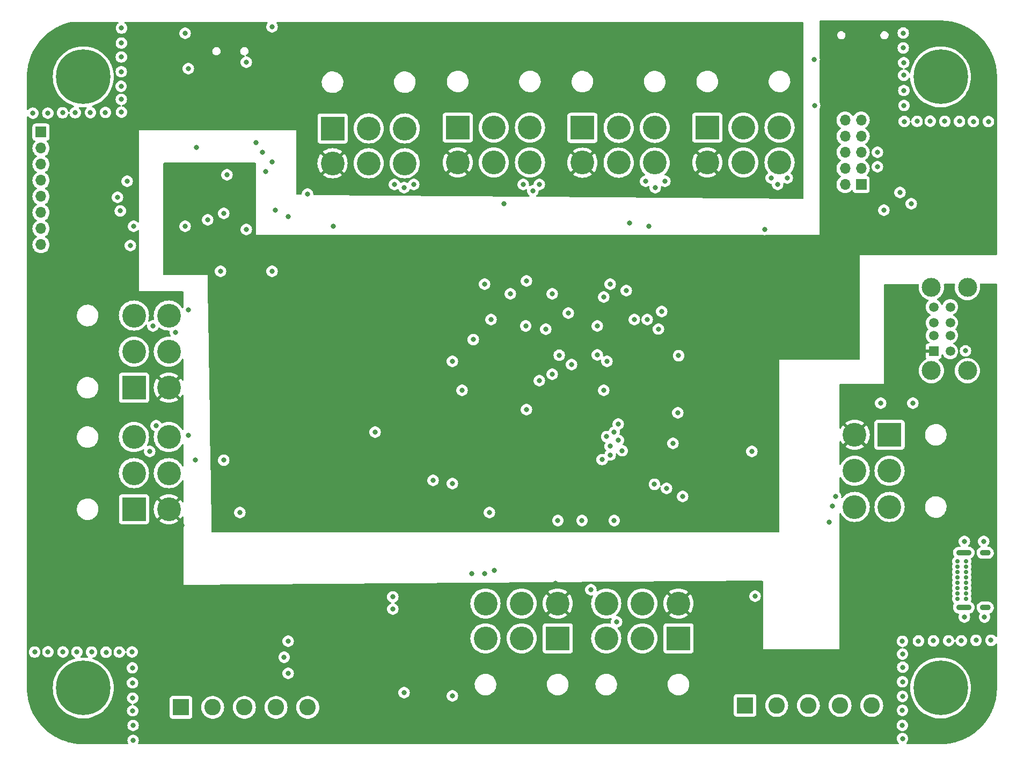
<source format=gbr>
%TF.GenerationSoftware,KiCad,Pcbnew,7.0.7*%
%TF.CreationDate,2024-02-07T15:25:18-06:00*%
%TF.ProjectId,stm32f429z,73746d33-3266-4343-9239-7a2e6b696361,rev?*%
%TF.SameCoordinates,Original*%
%TF.FileFunction,Copper,L2,Inr*%
%TF.FilePolarity,Positive*%
%FSLAX46Y46*%
G04 Gerber Fmt 4.6, Leading zero omitted, Abs format (unit mm)*
G04 Created by KiCad (PCBNEW 7.0.7) date 2024-02-07 15:25:18*
%MOMM*%
%LPD*%
G01*
G04 APERTURE LIST*
%TA.AperFunction,ComponentPad*%
%ADD10R,1.500000X1.500000*%
%TD*%
%TA.AperFunction,ComponentPad*%
%ADD11C,1.500000*%
%TD*%
%TA.AperFunction,ComponentPad*%
%ADD12C,3.000000*%
%TD*%
%TA.AperFunction,ComponentPad*%
%ADD13R,3.750000X3.750000*%
%TD*%
%TA.AperFunction,ComponentPad*%
%ADD14C,3.750000*%
%TD*%
%TA.AperFunction,ComponentPad*%
%ADD15R,1.700000X1.700000*%
%TD*%
%TA.AperFunction,ComponentPad*%
%ADD16O,1.700000X1.700000*%
%TD*%
%TA.AperFunction,ComponentPad*%
%ADD17R,2.600000X2.600000*%
%TD*%
%TA.AperFunction,ComponentPad*%
%ADD18C,2.600000*%
%TD*%
%TA.AperFunction,ComponentPad*%
%ADD19C,0.700000*%
%TD*%
%TA.AperFunction,ComponentPad*%
%ADD20O,2.400000X0.900000*%
%TD*%
%TA.AperFunction,ComponentPad*%
%ADD21O,1.700000X0.900000*%
%TD*%
%TA.AperFunction,ComponentPad*%
%ADD22C,0.900000*%
%TD*%
%TA.AperFunction,ComponentPad*%
%ADD23C,8.600000*%
%TD*%
%TA.AperFunction,ViaPad*%
%ADD24C,0.800000*%
%TD*%
G04 APERTURE END LIST*
D10*
%TO.N,+5V*%
%TO.C,J6*%
X211048000Y-88844000D03*
D11*
%TO.N,USB_OTG_FS_DP-*%
X211048000Y-86344000D03*
%TO.N,USB_OTG_FS_DP+*%
X211048000Y-84344000D03*
%TO.N,unconnected-(J6-ID-Pad4)*%
X211048000Y-81844000D03*
%TO.N,GND*%
X213668000Y-88844000D03*
%TO.N,unconnected-(J6-Shield-Pad6)*%
X213668000Y-86344000D03*
%TO.N,N/C*%
X213668000Y-84344000D03*
X213668000Y-81844000D03*
D12*
X210698000Y-91914000D03*
X216378000Y-91914000D03*
X210698000Y-78774000D03*
X216378000Y-78774000D03*
%TD*%
D13*
%TO.N,ADC1_IN9*%
%TO.C,J1*%
X170800000Y-134180000D03*
D14*
%TO.N,ADC1_IN15*%
X165100000Y-134180000D03*
%TO.N,ADC1_IN14*%
X159400000Y-134180000D03*
%TO.N,+5V*%
X170800000Y-128680000D03*
%TO.N,ADC1_IN8*%
X165100000Y-128680000D03*
%TO.N,GND*%
X159400000Y-128680000D03*
%TD*%
D15*
%TO.N,+5V*%
%TO.C,J8*%
X199613750Y-62487500D03*
D16*
%TO.N,Net-(J8-Pin_2)*%
X197073750Y-62487500D03*
%TO.N,GND*%
X199613750Y-59947500D03*
%TO.N,Net-(J8-Pin_4)*%
X197073750Y-59947500D03*
%TO.N,GND*%
X199613750Y-57407500D03*
%TO.N,Net-(J8-Pin_6)*%
X197073750Y-57407500D03*
%TO.N,unconnected-(J8-Pin_7-Pad7)*%
X199613750Y-54867500D03*
%TO.N,unconnected-(J8-Pin_8-Pad8)*%
X197073750Y-54867500D03*
%TO.N,GND*%
X199613750Y-52327500D03*
%TO.N,Net-(J8-Pin_10)*%
X197073750Y-52327500D03*
%TD*%
D17*
%TO.N,MCU_GPIO6*%
%TO.C,J16*%
X92315000Y-145085000D03*
D18*
%TO.N,MCU_GPIO7*%
X97315000Y-145085000D03*
%TO.N,MCU_GPIO8*%
X102315000Y-145085000D03*
%TO.N,MCU_GPIO9*%
X107315000Y-145085000D03*
%TO.N,MCU_GPIO10*%
X112315000Y-145085000D03*
%TD*%
D13*
%TO.N,SPI5_MOSI*%
%TO.C,J3*%
X84895000Y-113793750D03*
D14*
%TO.N,SPI5_MISO*%
X84895000Y-108093750D03*
%TO.N,SPI5_SCK *%
X84895000Y-102393750D03*
%TO.N,+5V*%
X90395000Y-113793750D03*
%TO.N,SPI5_CS  *%
X90395000Y-108093750D03*
%TO.N,GND*%
X90395000Y-102393750D03*
%TD*%
D17*
%TO.N,MCU_GPIO1*%
%TO.C,J15*%
X181295000Y-144780000D03*
D18*
%TO.N,MCU_GPIO2*%
X186295000Y-144780000D03*
%TO.N,MCU_GPIO3*%
X191295000Y-144780000D03*
%TO.N,MCU_GPIO4*%
X196295000Y-144780000D03*
%TO.N,MCU_GPIO5*%
X201295000Y-144780000D03*
%TD*%
D13*
%TO.N,ADC2_IN7*%
%TO.C,J2*%
X151750000Y-134180000D03*
D14*
%TO.N,ADC2_IN5*%
X146050000Y-134180000D03*
%TO.N,ADC2_IN4*%
X140350000Y-134180000D03*
%TO.N,+5V*%
X151750000Y-128680000D03*
%TO.N,ADC2_IN6*%
X146050000Y-128680000D03*
%TO.N,GND*%
X140350000Y-128680000D03*
%TD*%
D13*
%TO.N,USART1_RX*%
%TO.C,J10*%
X175340000Y-53527500D03*
D14*
%TO.N,unconnected-(J10-Pin_2-Pad2)*%
X181040000Y-53527500D03*
%TO.N,USART1_TX*%
X186740000Y-53527500D03*
%TO.N,+5V*%
X175340000Y-59027500D03*
%TO.N,unconnected-(J10-Pin_5-Pad5)*%
X181040000Y-59027500D03*
%TO.N,GND*%
X186740000Y-59027500D03*
%TD*%
D19*
%TO.N,GND*%
%TO.C,P2*%
X214825000Y-127975000D03*
%TO.N,Net-(D5-A)*%
X214825000Y-127125000D03*
%TO.N,unconnected-(P2-CC-PadA5)*%
X214825000Y-126275000D03*
%TO.N,unconnected-(P2-D+-PadA6)*%
X214825000Y-125425000D03*
%TO.N,unconnected-(P2-D--PadA7)*%
X214825000Y-124575000D03*
%TO.N,N/C*%
X214825000Y-123725000D03*
%TO.N,Net-(D5-A)*%
X214825000Y-122875000D03*
%TO.N,GND*%
X214825000Y-122025000D03*
X216175000Y-122025000D03*
%TO.N,Net-(D5-A)*%
X216175000Y-122875000D03*
%TO.N,unconnected-(P2-VCONN-PadB5)*%
X216175000Y-123725000D03*
%TO.N,N/C*%
X216175000Y-124575000D03*
X216175000Y-125425000D03*
X216175000Y-126275000D03*
%TO.N,Net-(D5-A)*%
X216175000Y-127125000D03*
%TO.N,GND*%
X216175000Y-127975000D03*
D20*
X215805000Y-129325000D03*
D21*
X219185000Y-129325000D03*
D20*
X215805000Y-120675000D03*
D21*
X219185000Y-120675000D03*
%TD*%
D13*
%TO.N,I2C2_SCL*%
%TO.C,J5*%
X84895000Y-94600000D03*
D14*
%TO.N,unconnected-(J5-Pin_2-Pad2)*%
X84895000Y-88900000D03*
%TO.N,I2C2_SDA*%
X84895000Y-83200000D03*
%TO.N,+5V*%
X90395000Y-94600000D03*
%TO.N,unconnected-(J5-Pin_5-Pad5)*%
X90395000Y-88900000D03*
%TO.N,GND*%
X90395000Y-83200000D03*
%TD*%
D15*
%TO.N,GP5*%
%TO.C,J12*%
X70232500Y-54232500D03*
D16*
%TO.N,GP4*%
X70232500Y-56772500D03*
%TO.N,GP3*%
X70232500Y-59312500D03*
%TO.N,GP0*%
X70232500Y-61852500D03*
%TO.N,GP1*%
X70232500Y-64392500D03*
%TO.N,GP2*%
X70232500Y-66932500D03*
%TO.N,CTS*%
X70232500Y-69472500D03*
%TO.N,RTS*%
X70232500Y-72012500D03*
%TD*%
D13*
%TO.N,CAN2+*%
%TO.C,J7*%
X204095000Y-102031250D03*
D14*
%TO.N,CAN2-*%
X204095000Y-107731250D03*
%TO.N,unconnected-(J7-Pin_3-Pad3)*%
X204095000Y-113431250D03*
%TO.N,+5V*%
X198595000Y-102031250D03*
%TO.N,unconnected-(J7-Pin_5-Pad5)*%
X198595000Y-107731250D03*
%TO.N,GND*%
X198595000Y-113431250D03*
%TD*%
D22*
%TO.N,N/C*%
%TO.C,H3*%
X208930000Y-45501250D03*
X209874581Y-43220831D03*
X209874581Y-47781669D03*
X212155000Y-42276250D03*
D23*
X212155000Y-45501250D03*
D22*
X212155000Y-48726250D03*
X214435419Y-43220831D03*
X214435419Y-47781669D03*
X215380000Y-45501250D03*
%TD*%
D13*
%TO.N,SPI3_MOSI*%
%TO.C,J4*%
X135970000Y-53527500D03*
D14*
%TO.N,SPI3_MISO*%
X141670000Y-53527500D03*
%TO.N,SPI3_SCK*%
X147370000Y-53527500D03*
%TO.N,+5V*%
X135970000Y-59027500D03*
%TO.N,SPI3_CS  *%
X141670000Y-59027500D03*
%TO.N,GND*%
X147370000Y-59027500D03*
%TD*%
D22*
%TO.N,N/C*%
%TO.C,H2*%
X73675000Y-142021250D03*
X74619581Y-139740831D03*
X74619581Y-144301669D03*
X76900000Y-138796250D03*
D23*
X76900000Y-142021250D03*
D22*
X76900000Y-145246250D03*
X79180419Y-139740831D03*
X79180419Y-144301669D03*
X80125000Y-142021250D03*
%TD*%
%TO.N,N/C*%
%TO.C,H1*%
X73675000Y-45501250D03*
X74619581Y-43220831D03*
X74619581Y-47781669D03*
X76900000Y-42276250D03*
D23*
X76900000Y-45501250D03*
D22*
X76900000Y-48726250D03*
X79180419Y-43220831D03*
X79180419Y-47781669D03*
X80125000Y-45501250D03*
%TD*%
D13*
%TO.N,I2C1_SCL*%
%TO.C,J14*%
X116220000Y-53655000D03*
D14*
%TO.N,unconnected-(J14-Pin_2-Pad2)*%
X121920000Y-53655000D03*
%TO.N,I2C1_SDA*%
X127620000Y-53655000D03*
%TO.N,+5V*%
X116220000Y-59155000D03*
%TO.N,unconnected-(J14-Pin_5-Pad5)*%
X121920000Y-59155000D03*
%TO.N,GND*%
X127620000Y-59155000D03*
%TD*%
D22*
%TO.N,N/C*%
%TO.C,H4*%
X208930000Y-142021250D03*
X209874581Y-139740831D03*
X209874581Y-144301669D03*
X212155000Y-138796250D03*
D23*
X212155000Y-142021250D03*
D22*
X212155000Y-145246250D03*
X214435419Y-139740831D03*
X214435419Y-144301669D03*
X215380000Y-142021250D03*
%TD*%
D13*
%TO.N,CAN1+*%
%TO.C,J11*%
X155655000Y-53561250D03*
D14*
%TO.N,CAN1-*%
X161355000Y-53561250D03*
%TO.N,unconnected-(J11-Pin_3-Pad3)*%
X167055000Y-53561250D03*
%TO.N,+5V*%
X155655000Y-59061250D03*
%TO.N,unconnected-(J11-Pin_5-Pad5)*%
X161355000Y-59061250D03*
%TO.N,GND*%
X167055000Y-59061250D03*
%TD*%
D24*
%TO.N,GND*%
X208650000Y-134600000D03*
X206150000Y-150020000D03*
X220100000Y-134490000D03*
X206180000Y-138740000D03*
X211020000Y-134580000D03*
X206130000Y-145560000D03*
X206140000Y-143360000D03*
X213420000Y-134560000D03*
X217740000Y-134490000D03*
X215420000Y-134560000D03*
X206130000Y-134650000D03*
X206110000Y-147930000D03*
X206150000Y-136670000D03*
X206150000Y-141040000D03*
X206370000Y-50030000D03*
X206260000Y-38580000D03*
X210510000Y-52500000D03*
X206350000Y-47660000D03*
X217330000Y-52550000D03*
X215130000Y-52540000D03*
X206330000Y-45260000D03*
X206260000Y-40940000D03*
X206330000Y-43260000D03*
X206420000Y-52550000D03*
X219700000Y-52570000D03*
X208440000Y-52530000D03*
X212810000Y-52530000D03*
X80400000Y-51130000D03*
X68950000Y-51240000D03*
X82870000Y-46990000D03*
X78030000Y-51150000D03*
X82920000Y-40170000D03*
X82910000Y-42370000D03*
X75630000Y-51170000D03*
X71310000Y-51240000D03*
X73630000Y-51170000D03*
X82920000Y-51080000D03*
X82940000Y-37800000D03*
X82900000Y-49060000D03*
X82900000Y-44690000D03*
X84760000Y-150300000D03*
X84760000Y-147940000D03*
X84690000Y-145620000D03*
X84690000Y-143620000D03*
X84670000Y-141220000D03*
X84650000Y-138850000D03*
X84600000Y-136330000D03*
X82580000Y-136350000D03*
X80510000Y-136380000D03*
X78210000Y-136350000D03*
X75890000Y-136340000D03*
X73690000Y-136330000D03*
X71320000Y-136310000D03*
X69230000Y-136350000D03*
X98552000Y-76200000D03*
X102616000Y-69596000D03*
X160655000Y-115570000D03*
X140970000Y-114300000D03*
X162560000Y-79248000D03*
X125984000Y-62484000D03*
X195580000Y-111760000D03*
X94742000Y-56642000D03*
X87884000Y-84836000D03*
X186436000Y-62484000D03*
X135128000Y-143256000D03*
X93472000Y-102108000D03*
X182880000Y-127508000D03*
X122936000Y-101600000D03*
X215900000Y-130810000D03*
X138430000Y-86995000D03*
X87376000Y-104648000D03*
X88392000Y-100584000D03*
X219075000Y-130810000D03*
X151765000Y-115570000D03*
X91440000Y-85852000D03*
X167132000Y-62992000D03*
X135128000Y-109728000D03*
X170815000Y-89535000D03*
X106680000Y-76200000D03*
X135128000Y-90424000D03*
X127508000Y-62992000D03*
X101600000Y-114300000D03*
X187960000Y-61468000D03*
X156972000Y-126492000D03*
X202692000Y-97028000D03*
X155575000Y-115570000D03*
X161036000Y-131572000D03*
X106680000Y-37592000D03*
X127508000Y-142748000D03*
X207772000Y-97028000D03*
X169926000Y-103378000D03*
X141224000Y-83820000D03*
X165608000Y-61976000D03*
X192201800Y-42748200D03*
X170688000Y-98552000D03*
X140208000Y-123952000D03*
X168656000Y-61976000D03*
X207518000Y-65532000D03*
X215900000Y-118872000D03*
X153416000Y-82804000D03*
X93472000Y-82296000D03*
X102616000Y-43180000D03*
X138176000Y-123952000D03*
X182372000Y-104648000D03*
X151988750Y-89475000D03*
X194564000Y-115824000D03*
X141732000Y-123444000D03*
X192278000Y-50038000D03*
X148844000Y-62484000D03*
X202184000Y-57404000D03*
X147828000Y-63500000D03*
X202184000Y-59690000D03*
X136652000Y-94996000D03*
X218948000Y-118872000D03*
X92964000Y-38608000D03*
X185420000Y-61468000D03*
X157988000Y-84836000D03*
X93472000Y-44196000D03*
X129032000Y-62484000D03*
X146304000Y-62484000D03*
X195072000Y-113284000D03*
X216080000Y-88780000D03*
%TO.N,+3.3V*%
X144145000Y-115570000D03*
X138684000Y-90424000D03*
X131064000Y-77216000D03*
X150368000Y-81788000D03*
X163830000Y-113665000D03*
X185928000Y-116332000D03*
X182372000Y-116332000D03*
X99060000Y-80645000D03*
X170180000Y-94488000D03*
X99060000Y-90805000D03*
X204070000Y-41810000D03*
X154305000Y-114300000D03*
X139700000Y-102870000D03*
X95250000Y-59690000D03*
X154940000Y-84455000D03*
X119380000Y-77724000D03*
X158750000Y-113665000D03*
X142240000Y-85852000D03*
X138684000Y-97950500D03*
X105410000Y-112395000D03*
X104140000Y-74168000D03*
X168402000Y-99568000D03*
X139192000Y-107188000D03*
X170434000Y-86868000D03*
X102616000Y-59944000D03*
%TO.N,+5V*%
X154432000Y-131572000D03*
X117348000Y-61976000D03*
X201168000Y-99568000D03*
X154432000Y-61976000D03*
X198120000Y-118364000D03*
X114300000Y-61976000D03*
X198120000Y-131572000D03*
X136144000Y-62992000D03*
X175768000Y-62992000D03*
X205740000Y-88900000D03*
X90424000Y-117856000D03*
X92050000Y-91950000D03*
X155448000Y-62992000D03*
X134620000Y-61976000D03*
X108712000Y-38100000D03*
X172212000Y-63500000D03*
X90440000Y-91800000D03*
X174244000Y-61976000D03*
X154940000Y-128524000D03*
X197104000Y-99568000D03*
X87884000Y-116840000D03*
X174244000Y-126492000D03*
X207772000Y-93980000D03*
X173228000Y-131064000D03*
X181356000Y-131064000D03*
X182880000Y-134620000D03*
X156972000Y-61976000D03*
X176784000Y-61976000D03*
X88392000Y-91948000D03*
X174244000Y-128524000D03*
X197612000Y-97028000D03*
X205232000Y-79756000D03*
X92456000Y-116332000D03*
X151384000Y-125476000D03*
X115824000Y-62992000D03*
X137668000Y-61976000D03*
%TO.N,NRST*%
X159004000Y-94996000D03*
X184404000Y-69596000D03*
%TO.N,SPI5_CS  *%
X146812000Y-98044000D03*
X132080000Y-109220000D03*
X94615000Y-106045000D03*
X99060000Y-106045000D03*
%TO.N,SPI3_CS  *%
X153924000Y-90932000D03*
X143256000Y-65532000D03*
%TO.N,I2C1_SDA*%
X146695500Y-84836000D03*
X146812000Y-77724000D03*
%TO.N,USART1_RX*%
X116332000Y-69088000D03*
X150876000Y-79756000D03*
X140208000Y-78232000D03*
X163068000Y-68580000D03*
%TO.N,USART1_TX*%
X149860000Y-85344000D03*
X144272000Y-79756000D03*
X166116000Y-69088000D03*
%TO.N,GP5*%
X99060000Y-67056000D03*
X105664000Y-60452000D03*
%TO.N,GP4*%
X107188000Y-66548000D03*
X96520000Y-68072000D03*
%TO.N,GP3*%
X109220000Y-67564000D03*
X92964000Y-69088000D03*
%TO.N,GP2*%
X82742250Y-66675000D03*
X106680000Y-58928000D03*
%TO.N,GP1*%
X105156000Y-57404000D03*
X82296000Y-64516000D03*
%TO.N,GP0*%
X83820000Y-61976000D03*
X104140000Y-55880000D03*
%TO.N,CTS*%
X99568000Y-60960000D03*
X84836000Y-69088000D03*
%TO.N,RTS*%
X112268000Y-64008000D03*
X84328000Y-72136000D03*
%TO.N,SYS_JTCLK-SWCLK*%
X165862000Y-83820000D03*
X163830000Y-83820000D03*
%TO.N,SYS_JTDO-SWO*%
X168148000Y-82550000D03*
X150876000Y-92456000D03*
%TO.N,BOOT0*%
X203200000Y-66548000D03*
X167635701Y-85339701D03*
X205740000Y-63754000D03*
X148844000Y-93472000D03*
%TO.N,MCU_GPIO10*%
X125730000Y-129540000D03*
X160025194Y-103826306D03*
%TO.N,MCU_GPIO9*%
X161308487Y-102900303D03*
X125730000Y-127635000D03*
%TO.N,MCU_GPIO8*%
X159474500Y-102324500D03*
X109220000Y-139700000D03*
%TO.N,MCU_GPIO7*%
X160655000Y-101600000D03*
X108585000Y-137160000D03*
%TO.N,MCU_GPIO6*%
X109220000Y-134620000D03*
X161290000Y-100330000D03*
%TO.N,MCU_GPIO5*%
X161925000Y-104556500D03*
X171450000Y-111760000D03*
%TO.N,MCU_GPIO4*%
X168910000Y-110490000D03*
X160020000Y-105231000D03*
%TO.N,MCU_GPIO3*%
X167005000Y-109855000D03*
X158750000Y-105955500D03*
%TO.N,CAN1_TX*%
X160020000Y-78232000D03*
X159512000Y-90424000D03*
%TO.N,CAN SIlent Mode 1*%
X159004000Y-80264000D03*
X157988000Y-89408000D03*
%TD*%
%TA.AperFunction,Conductor*%
%TO.N,+3.3V*%
G36*
X212506465Y-36623255D02*
G01*
X212739540Y-36631218D01*
X212743486Y-36631480D01*
X213062794Y-36662929D01*
X213330937Y-36690496D01*
X213334645Y-36690992D01*
X213644138Y-36742089D01*
X213917030Y-36789140D01*
X213920530Y-36789850D01*
X214223173Y-36860416D01*
X214495204Y-36926709D01*
X214498433Y-36927591D01*
X214779893Y-37012971D01*
X214794275Y-37017334D01*
X215062842Y-37102573D01*
X215065852Y-37103616D01*
X215354349Y-37212198D01*
X215566259Y-37295764D01*
X215617419Y-37315939D01*
X215620245Y-37317136D01*
X215900438Y-37444089D01*
X216156536Y-37565883D01*
X216159055Y-37567154D01*
X216369240Y-37679500D01*
X216430043Y-37712000D01*
X216678858Y-37851902D01*
X216940695Y-38014721D01*
X217179652Y-38171452D01*
X217430104Y-38350922D01*
X217657958Y-38523709D01*
X217896043Y-38719100D01*
X218111628Y-38907079D01*
X218336391Y-39117592D01*
X218538676Y-39319876D01*
X218749173Y-39544620D01*
X218853345Y-39664088D01*
X218937190Y-39760246D01*
X219132568Y-39998314D01*
X219305326Y-40226128D01*
X219484835Y-40476629D01*
X219641534Y-40715536D01*
X219804375Y-40977403D01*
X219944269Y-41226202D01*
X220089107Y-41497173D01*
X220090419Y-41499772D01*
X220144215Y-41612888D01*
X220212168Y-41755771D01*
X220250560Y-41840500D01*
X220339151Y-42036024D01*
X220340355Y-42038868D01*
X220444084Y-42301906D01*
X220552649Y-42590353D01*
X220553718Y-42593437D01*
X220638937Y-42861931D01*
X220728684Y-43157782D01*
X220729591Y-43161101D01*
X220795868Y-43433066D01*
X220866438Y-43735722D01*
X220867157Y-43739267D01*
X220914202Y-44012117D01*
X220965295Y-44321569D01*
X220965798Y-44325329D01*
X220993390Y-44593713D01*
X221024813Y-44912740D01*
X221025075Y-44916706D01*
X221033572Y-45165975D01*
X221044500Y-45499744D01*
X221044500Y-73536000D01*
X221024815Y-73603039D01*
X220972011Y-73648794D01*
X220920500Y-73660000D01*
X199390000Y-73660000D01*
X199390000Y-90046000D01*
X199370315Y-90113039D01*
X199317511Y-90158794D01*
X199266000Y-90170000D01*
X186690000Y-90170000D01*
X186690000Y-117351000D01*
X186670315Y-117418039D01*
X186617511Y-117463794D01*
X186566000Y-117475000D01*
X97277078Y-117475000D01*
X97210039Y-117455315D01*
X97164284Y-117402511D01*
X97153093Y-117352937D01*
X97125235Y-115570000D01*
X150859540Y-115570000D01*
X150879326Y-115758256D01*
X150879327Y-115758259D01*
X150937818Y-115938277D01*
X150937821Y-115938284D01*
X151032467Y-116102216D01*
X151113565Y-116192284D01*
X151159129Y-116242888D01*
X151312265Y-116354148D01*
X151312270Y-116354151D01*
X151485192Y-116431142D01*
X151485197Y-116431144D01*
X151670354Y-116470500D01*
X151670355Y-116470500D01*
X151859644Y-116470500D01*
X151859646Y-116470500D01*
X152044803Y-116431144D01*
X152217730Y-116354151D01*
X152370871Y-116242888D01*
X152497533Y-116102216D01*
X152592179Y-115938284D01*
X152650674Y-115758256D01*
X152670460Y-115570000D01*
X154669540Y-115570000D01*
X154689326Y-115758256D01*
X154689327Y-115758259D01*
X154747818Y-115938277D01*
X154747821Y-115938284D01*
X154842467Y-116102216D01*
X154923565Y-116192284D01*
X154969129Y-116242888D01*
X155122265Y-116354148D01*
X155122270Y-116354151D01*
X155295192Y-116431142D01*
X155295197Y-116431144D01*
X155480354Y-116470500D01*
X155480355Y-116470500D01*
X155669644Y-116470500D01*
X155669646Y-116470500D01*
X155854803Y-116431144D01*
X156027730Y-116354151D01*
X156180871Y-116242888D01*
X156307533Y-116102216D01*
X156402179Y-115938284D01*
X156460674Y-115758256D01*
X156480460Y-115570000D01*
X159749540Y-115570000D01*
X159769326Y-115758256D01*
X159769327Y-115758259D01*
X159827818Y-115938277D01*
X159827821Y-115938284D01*
X159922467Y-116102216D01*
X160003565Y-116192284D01*
X160049129Y-116242888D01*
X160202265Y-116354148D01*
X160202270Y-116354151D01*
X160375192Y-116431142D01*
X160375197Y-116431144D01*
X160560354Y-116470500D01*
X160560355Y-116470500D01*
X160749644Y-116470500D01*
X160749646Y-116470500D01*
X160934803Y-116431144D01*
X161107730Y-116354151D01*
X161260871Y-116242888D01*
X161387533Y-116102216D01*
X161482179Y-115938284D01*
X161540674Y-115758256D01*
X161560460Y-115570000D01*
X161540674Y-115381744D01*
X161482179Y-115201716D01*
X161387533Y-115037784D01*
X161260871Y-114897112D01*
X161237960Y-114880466D01*
X161107734Y-114785851D01*
X161107729Y-114785848D01*
X160934807Y-114708857D01*
X160934802Y-114708855D01*
X160789001Y-114677865D01*
X160749646Y-114669500D01*
X160560354Y-114669500D01*
X160527897Y-114676398D01*
X160375197Y-114708855D01*
X160375192Y-114708857D01*
X160202270Y-114785848D01*
X160202265Y-114785851D01*
X160049129Y-114897111D01*
X159922466Y-115037785D01*
X159827821Y-115201715D01*
X159827818Y-115201722D01*
X159769327Y-115381740D01*
X159769326Y-115381744D01*
X159749540Y-115570000D01*
X156480460Y-115570000D01*
X156460674Y-115381744D01*
X156402179Y-115201716D01*
X156307533Y-115037784D01*
X156180871Y-114897112D01*
X156157960Y-114880466D01*
X156027734Y-114785851D01*
X156027729Y-114785848D01*
X155854807Y-114708857D01*
X155854802Y-114708855D01*
X155709000Y-114677865D01*
X155669646Y-114669500D01*
X155480354Y-114669500D01*
X155447897Y-114676398D01*
X155295197Y-114708855D01*
X155295192Y-114708857D01*
X155122270Y-114785848D01*
X155122265Y-114785851D01*
X154969129Y-114897111D01*
X154842466Y-115037785D01*
X154747821Y-115201715D01*
X154747818Y-115201722D01*
X154689327Y-115381740D01*
X154689326Y-115381744D01*
X154669540Y-115570000D01*
X152670460Y-115570000D01*
X152650674Y-115381744D01*
X152592179Y-115201716D01*
X152497533Y-115037784D01*
X152370871Y-114897112D01*
X152347960Y-114880466D01*
X152217734Y-114785851D01*
X152217729Y-114785848D01*
X152044807Y-114708857D01*
X152044802Y-114708855D01*
X151899000Y-114677865D01*
X151859646Y-114669500D01*
X151670354Y-114669500D01*
X151637897Y-114676398D01*
X151485197Y-114708855D01*
X151485192Y-114708857D01*
X151312270Y-114785848D01*
X151312265Y-114785851D01*
X151159129Y-114897111D01*
X151032466Y-115037785D01*
X150937821Y-115201715D01*
X150937818Y-115201722D01*
X150879327Y-115381740D01*
X150879326Y-115381744D01*
X150859540Y-115570000D01*
X97125235Y-115570000D01*
X97105391Y-114300000D01*
X100694540Y-114300000D01*
X100714326Y-114488256D01*
X100714327Y-114488259D01*
X100772818Y-114668277D01*
X100772821Y-114668284D01*
X100867467Y-114832216D01*
X100949660Y-114923500D01*
X100994129Y-114972888D01*
X101147265Y-115084148D01*
X101147270Y-115084151D01*
X101320192Y-115161142D01*
X101320197Y-115161144D01*
X101505354Y-115200500D01*
X101505355Y-115200500D01*
X101694644Y-115200500D01*
X101694646Y-115200500D01*
X101879803Y-115161144D01*
X102052730Y-115084151D01*
X102205871Y-114972888D01*
X102332533Y-114832216D01*
X102427179Y-114668284D01*
X102485674Y-114488256D01*
X102505460Y-114300000D01*
X140064540Y-114300000D01*
X140084326Y-114488256D01*
X140084327Y-114488259D01*
X140142818Y-114668277D01*
X140142821Y-114668284D01*
X140237467Y-114832216D01*
X140319660Y-114923500D01*
X140364129Y-114972888D01*
X140517265Y-115084148D01*
X140517270Y-115084151D01*
X140690192Y-115161142D01*
X140690197Y-115161144D01*
X140875354Y-115200500D01*
X140875355Y-115200500D01*
X141064644Y-115200500D01*
X141064646Y-115200500D01*
X141249803Y-115161144D01*
X141422730Y-115084151D01*
X141575871Y-114972888D01*
X141702533Y-114832216D01*
X141797179Y-114668284D01*
X141855674Y-114488256D01*
X141875460Y-114300000D01*
X141855674Y-114111744D01*
X141797179Y-113931716D01*
X141702533Y-113767784D01*
X141575871Y-113627112D01*
X141575501Y-113626843D01*
X141422734Y-113515851D01*
X141422729Y-113515848D01*
X141249807Y-113438857D01*
X141249802Y-113438855D01*
X141104001Y-113407865D01*
X141064646Y-113399500D01*
X140875354Y-113399500D01*
X140842897Y-113406398D01*
X140690197Y-113438855D01*
X140690192Y-113438857D01*
X140517270Y-113515848D01*
X140517265Y-113515851D01*
X140364129Y-113627111D01*
X140237466Y-113767785D01*
X140142821Y-113931715D01*
X140142818Y-113931722D01*
X140098490Y-114068151D01*
X140084326Y-114111744D01*
X140064540Y-114300000D01*
X102505460Y-114300000D01*
X102485674Y-114111744D01*
X102427179Y-113931716D01*
X102332533Y-113767784D01*
X102205871Y-113627112D01*
X102205501Y-113626843D01*
X102052734Y-113515851D01*
X102052729Y-113515848D01*
X101879807Y-113438857D01*
X101879802Y-113438855D01*
X101734001Y-113407865D01*
X101694646Y-113399500D01*
X101505354Y-113399500D01*
X101472897Y-113406398D01*
X101320197Y-113438855D01*
X101320192Y-113438857D01*
X101147270Y-113515848D01*
X101147265Y-113515851D01*
X100994129Y-113627111D01*
X100867466Y-113767785D01*
X100772821Y-113931715D01*
X100772818Y-113931722D01*
X100728490Y-114068151D01*
X100714326Y-114111744D01*
X100694540Y-114300000D01*
X97105391Y-114300000D01*
X97065703Y-111760000D01*
X170544540Y-111760000D01*
X170564326Y-111948256D01*
X170564327Y-111948259D01*
X170622818Y-112128277D01*
X170622821Y-112128284D01*
X170717467Y-112292216D01*
X170835096Y-112422856D01*
X170844129Y-112432888D01*
X170997265Y-112544148D01*
X170997270Y-112544151D01*
X171170192Y-112621142D01*
X171170197Y-112621144D01*
X171355354Y-112660500D01*
X171355355Y-112660500D01*
X171544644Y-112660500D01*
X171544646Y-112660500D01*
X171729803Y-112621144D01*
X171902730Y-112544151D01*
X172055871Y-112432888D01*
X172182533Y-112292216D01*
X172277179Y-112128284D01*
X172335674Y-111948256D01*
X172355460Y-111760000D01*
X172335674Y-111571744D01*
X172277179Y-111391716D01*
X172182533Y-111227784D01*
X172055871Y-111087112D01*
X172033721Y-111071019D01*
X171902734Y-110975851D01*
X171902729Y-110975848D01*
X171729807Y-110898857D01*
X171729802Y-110898855D01*
X171584001Y-110867865D01*
X171544646Y-110859500D01*
X171355354Y-110859500D01*
X171322897Y-110866398D01*
X171170197Y-110898855D01*
X171170192Y-110898857D01*
X170997270Y-110975848D01*
X170997265Y-110975851D01*
X170844129Y-111087111D01*
X170717466Y-111227785D01*
X170622821Y-111391715D01*
X170622818Y-111391722D01*
X170573797Y-111542595D01*
X170564326Y-111571744D01*
X170544540Y-111760000D01*
X97065703Y-111760000D01*
X97026016Y-109220000D01*
X131174540Y-109220000D01*
X131194326Y-109408256D01*
X131194327Y-109408259D01*
X131252818Y-109588277D01*
X131252821Y-109588284D01*
X131347467Y-109752216D01*
X131474129Y-109892887D01*
X131474129Y-109892888D01*
X131627265Y-110004148D01*
X131627270Y-110004151D01*
X131800192Y-110081142D01*
X131800197Y-110081144D01*
X131985354Y-110120500D01*
X131985355Y-110120500D01*
X132174644Y-110120500D01*
X132174646Y-110120500D01*
X132359803Y-110081144D01*
X132532730Y-110004151D01*
X132685871Y-109892888D01*
X132812533Y-109752216D01*
X132826514Y-109728000D01*
X134222540Y-109728000D01*
X134242326Y-109916256D01*
X134242327Y-109916259D01*
X134300818Y-110096277D01*
X134300821Y-110096284D01*
X134395467Y-110260216D01*
X134502528Y-110379119D01*
X134522129Y-110400888D01*
X134675265Y-110512148D01*
X134675270Y-110512151D01*
X134848192Y-110589142D01*
X134848197Y-110589144D01*
X135033354Y-110628500D01*
X135033355Y-110628500D01*
X135222644Y-110628500D01*
X135222646Y-110628500D01*
X135407803Y-110589144D01*
X135580730Y-110512151D01*
X135733871Y-110400888D01*
X135860533Y-110260216D01*
X135955179Y-110096284D01*
X136013674Y-109916256D01*
X136020112Y-109855000D01*
X166099540Y-109855000D01*
X166119326Y-110043256D01*
X166119327Y-110043259D01*
X166177818Y-110223277D01*
X166177821Y-110223284D01*
X166272467Y-110387216D01*
X166384957Y-110512148D01*
X166399129Y-110527888D01*
X166552265Y-110639148D01*
X166552270Y-110639151D01*
X166725192Y-110716142D01*
X166725197Y-110716144D01*
X166910354Y-110755500D01*
X166910355Y-110755500D01*
X167099644Y-110755500D01*
X167099646Y-110755500D01*
X167284803Y-110716144D01*
X167457730Y-110639151D01*
X167610871Y-110527888D01*
X167737533Y-110387216D01*
X167785486Y-110304157D01*
X167836052Y-110255943D01*
X167904659Y-110242719D01*
X167969524Y-110268687D01*
X168010053Y-110325601D01*
X168016193Y-110379117D01*
X168004540Y-110490000D01*
X168024326Y-110678256D01*
X168024327Y-110678259D01*
X168082818Y-110858277D01*
X168082821Y-110858284D01*
X168177467Y-111022216D01*
X168221410Y-111071019D01*
X168304129Y-111162888D01*
X168457265Y-111274148D01*
X168457270Y-111274151D01*
X168630192Y-111351142D01*
X168630197Y-111351144D01*
X168815354Y-111390500D01*
X168815355Y-111390500D01*
X169004644Y-111390500D01*
X169004646Y-111390500D01*
X169189803Y-111351144D01*
X169362730Y-111274151D01*
X169515871Y-111162888D01*
X169642533Y-111022216D01*
X169737179Y-110858284D01*
X169795674Y-110678256D01*
X169815460Y-110490000D01*
X169795674Y-110301744D01*
X169737179Y-110121716D01*
X169642533Y-109957784D01*
X169515871Y-109817112D01*
X169460780Y-109777086D01*
X169362734Y-109705851D01*
X169362729Y-109705848D01*
X169189807Y-109628857D01*
X169189802Y-109628855D01*
X169044000Y-109597865D01*
X169004646Y-109589500D01*
X168815354Y-109589500D01*
X168782897Y-109596398D01*
X168630197Y-109628855D01*
X168630192Y-109628857D01*
X168457270Y-109705848D01*
X168457265Y-109705851D01*
X168304129Y-109817111D01*
X168177467Y-109957783D01*
X168129513Y-110040842D01*
X168078945Y-110089057D01*
X168010338Y-110102279D01*
X167945474Y-110076311D01*
X167904946Y-110019397D01*
X167898805Y-109965885D01*
X167910460Y-109855000D01*
X167890674Y-109666744D01*
X167832179Y-109486716D01*
X167737533Y-109322784D01*
X167610871Y-109182112D01*
X167610870Y-109182111D01*
X167457734Y-109070851D01*
X167457729Y-109070848D01*
X167284807Y-108993857D01*
X167284802Y-108993855D01*
X167139000Y-108962865D01*
X167099646Y-108954500D01*
X166910354Y-108954500D01*
X166877897Y-108961398D01*
X166725197Y-108993855D01*
X166725192Y-108993857D01*
X166552270Y-109070848D01*
X166552265Y-109070851D01*
X166399129Y-109182111D01*
X166272466Y-109322785D01*
X166177821Y-109486715D01*
X166177818Y-109486722D01*
X166131636Y-109628857D01*
X166119326Y-109666744D01*
X166099540Y-109855000D01*
X136020112Y-109855000D01*
X136033460Y-109728000D01*
X136013674Y-109539744D01*
X135955179Y-109359716D01*
X135860533Y-109195784D01*
X135733871Y-109055112D01*
X135701708Y-109031744D01*
X135580734Y-108943851D01*
X135580729Y-108943848D01*
X135407807Y-108866857D01*
X135407802Y-108866855D01*
X135262001Y-108835865D01*
X135222646Y-108827500D01*
X135033354Y-108827500D01*
X135000897Y-108834398D01*
X134848197Y-108866855D01*
X134848192Y-108866857D01*
X134675270Y-108943848D01*
X134675265Y-108943851D01*
X134522129Y-109055111D01*
X134395466Y-109195785D01*
X134300821Y-109359715D01*
X134300818Y-109359722D01*
X134242327Y-109539740D01*
X134242326Y-109539744D01*
X134222540Y-109728000D01*
X132826514Y-109728000D01*
X132907179Y-109588284D01*
X132965674Y-109408256D01*
X132985460Y-109220000D01*
X132965674Y-109031744D01*
X132907179Y-108851716D01*
X132812533Y-108687784D01*
X132685871Y-108547112D01*
X132685870Y-108547111D01*
X132532734Y-108435851D01*
X132532729Y-108435848D01*
X132359807Y-108358857D01*
X132359802Y-108358855D01*
X132214001Y-108327865D01*
X132174646Y-108319500D01*
X131985354Y-108319500D01*
X131952897Y-108326398D01*
X131800197Y-108358855D01*
X131800192Y-108358857D01*
X131627270Y-108435848D01*
X131627265Y-108435851D01*
X131474129Y-108547111D01*
X131347466Y-108687785D01*
X131252821Y-108851715D01*
X131252818Y-108851722D01*
X131206636Y-108993857D01*
X131194326Y-109031744D01*
X131174540Y-109220000D01*
X97026016Y-109220000D01*
X96976406Y-106045000D01*
X98154540Y-106045000D01*
X98174326Y-106233256D01*
X98174327Y-106233259D01*
X98232818Y-106413277D01*
X98232821Y-106413284D01*
X98327467Y-106577216D01*
X98373543Y-106628388D01*
X98454129Y-106717888D01*
X98607265Y-106829148D01*
X98607270Y-106829151D01*
X98780192Y-106906142D01*
X98780197Y-106906144D01*
X98965354Y-106945500D01*
X98965355Y-106945500D01*
X99154644Y-106945500D01*
X99154646Y-106945500D01*
X99339803Y-106906144D01*
X99512730Y-106829151D01*
X99665871Y-106717888D01*
X99792533Y-106577216D01*
X99887179Y-106413284D01*
X99945674Y-106233256D01*
X99965460Y-106045000D01*
X99956053Y-105955500D01*
X157844540Y-105955500D01*
X157864326Y-106143756D01*
X157864327Y-106143759D01*
X157922818Y-106323777D01*
X157922821Y-106323784D01*
X158017467Y-106487716D01*
X158144128Y-106628388D01*
X158144129Y-106628388D01*
X158297265Y-106739648D01*
X158297270Y-106739651D01*
X158470192Y-106816642D01*
X158470197Y-106816644D01*
X158655354Y-106856000D01*
X158655355Y-106856000D01*
X158844644Y-106856000D01*
X158844646Y-106856000D01*
X159029803Y-106816644D01*
X159202730Y-106739651D01*
X159355871Y-106628388D01*
X159482533Y-106487716D01*
X159577179Y-106323784D01*
X159623611Y-106180880D01*
X159663048Y-106123206D01*
X159727407Y-106096007D01*
X159767318Y-106097908D01*
X159925354Y-106131500D01*
X159925355Y-106131500D01*
X160114644Y-106131500D01*
X160114646Y-106131500D01*
X160299803Y-106092144D01*
X160472730Y-106015151D01*
X160625871Y-105903888D01*
X160752533Y-105763216D01*
X160847179Y-105599284D01*
X160905674Y-105419256D01*
X160925460Y-105231000D01*
X160908730Y-105071825D01*
X160921299Y-105003099D01*
X160969031Y-104952075D01*
X161036772Y-104934957D01*
X161103013Y-104957179D01*
X161139438Y-104996867D01*
X161192467Y-105088716D01*
X161274854Y-105180216D01*
X161319129Y-105229388D01*
X161472265Y-105340648D01*
X161472270Y-105340651D01*
X161645192Y-105417642D01*
X161645197Y-105417644D01*
X161830354Y-105457000D01*
X161830355Y-105457000D01*
X162019644Y-105457000D01*
X162019646Y-105457000D01*
X162204803Y-105417644D01*
X162377730Y-105340651D01*
X162530871Y-105229388D01*
X162657533Y-105088716D01*
X162752179Y-104924784D01*
X162810674Y-104744756D01*
X162820843Y-104648000D01*
X181466540Y-104648000D01*
X181486326Y-104836256D01*
X181486327Y-104836259D01*
X181544818Y-105016277D01*
X181544821Y-105016284D01*
X181639467Y-105180216D01*
X181731664Y-105282611D01*
X181766129Y-105320888D01*
X181919265Y-105432148D01*
X181919270Y-105432151D01*
X182092192Y-105509142D01*
X182092197Y-105509144D01*
X182277354Y-105548500D01*
X182277355Y-105548500D01*
X182466644Y-105548500D01*
X182466646Y-105548500D01*
X182651803Y-105509144D01*
X182824730Y-105432151D01*
X182977871Y-105320888D01*
X183104533Y-105180216D01*
X183199179Y-105016284D01*
X183257674Y-104836256D01*
X183277460Y-104648000D01*
X183257674Y-104459744D01*
X183199179Y-104279716D01*
X183104533Y-104115784D01*
X182977871Y-103975112D01*
X182977870Y-103975111D01*
X182824734Y-103863851D01*
X182824729Y-103863848D01*
X182651807Y-103786857D01*
X182651802Y-103786855D01*
X182506001Y-103755865D01*
X182466646Y-103747500D01*
X182277354Y-103747500D01*
X182244897Y-103754398D01*
X182092197Y-103786855D01*
X182092192Y-103786857D01*
X181919270Y-103863848D01*
X181919265Y-103863851D01*
X181766129Y-103975111D01*
X181639466Y-104115785D01*
X181544821Y-104279715D01*
X181544818Y-104279722D01*
X181487735Y-104455407D01*
X181486326Y-104459744D01*
X181466540Y-104648000D01*
X162820843Y-104648000D01*
X162830460Y-104556500D01*
X162810674Y-104368244D01*
X162752179Y-104188216D01*
X162657533Y-104024284D01*
X162530871Y-103883612D01*
X162529466Y-103882591D01*
X162377734Y-103772351D01*
X162377729Y-103772348D01*
X162204807Y-103695357D01*
X162204802Y-103695355D01*
X162078768Y-103668566D01*
X162017286Y-103635373D01*
X161983510Y-103574210D01*
X161988162Y-103504496D01*
X162012398Y-103464306D01*
X162041020Y-103432519D01*
X162072496Y-103378000D01*
X169020540Y-103378000D01*
X169040326Y-103566256D01*
X169040327Y-103566259D01*
X169098818Y-103746277D01*
X169098821Y-103746284D01*
X169193467Y-103910216D01*
X169301598Y-104030307D01*
X169320129Y-104050888D01*
X169473265Y-104162148D01*
X169473270Y-104162151D01*
X169646192Y-104239142D01*
X169646197Y-104239144D01*
X169831354Y-104278500D01*
X169831355Y-104278500D01*
X170020644Y-104278500D01*
X170020646Y-104278500D01*
X170205803Y-104239144D01*
X170378730Y-104162151D01*
X170531871Y-104050888D01*
X170658533Y-103910216D01*
X170753179Y-103746284D01*
X170811674Y-103566256D01*
X170831460Y-103378000D01*
X170811674Y-103189744D01*
X170753179Y-103009716D01*
X170658533Y-102845784D01*
X170531871Y-102705112D01*
X170531870Y-102705111D01*
X170378734Y-102593851D01*
X170378729Y-102593848D01*
X170205807Y-102516857D01*
X170205802Y-102516855D01*
X170047354Y-102483177D01*
X170020646Y-102477500D01*
X169831354Y-102477500D01*
X169804646Y-102483177D01*
X169646197Y-102516855D01*
X169646192Y-102516857D01*
X169473270Y-102593848D01*
X169473265Y-102593851D01*
X169320129Y-102705111D01*
X169193466Y-102845785D01*
X169098821Y-103009715D01*
X169098818Y-103009722D01*
X169040327Y-103189740D01*
X169040326Y-103189744D01*
X169029359Y-103294090D01*
X169022245Y-103361782D01*
X169020540Y-103378000D01*
X162072496Y-103378000D01*
X162135666Y-103268587D01*
X162194161Y-103088559D01*
X162213947Y-102900303D01*
X162194161Y-102712047D01*
X162135666Y-102532019D01*
X162041020Y-102368087D01*
X161914358Y-102227415D01*
X161913571Y-102226843D01*
X161761221Y-102116154D01*
X161761216Y-102116151D01*
X161582353Y-102036515D01*
X161582972Y-102035122D01*
X161531730Y-102000076D01*
X161504538Y-101935715D01*
X161509799Y-101883277D01*
X161540674Y-101788256D01*
X161560460Y-101600000D01*
X161540674Y-101411744D01*
X161516237Y-101336538D01*
X161514243Y-101266698D01*
X161550323Y-101206865D01*
X161583733Y-101184942D01*
X161615516Y-101170791D01*
X161742730Y-101114151D01*
X161895871Y-101002888D01*
X162022533Y-100862216D01*
X162117179Y-100698284D01*
X162175674Y-100518256D01*
X162195460Y-100330000D01*
X162175674Y-100141744D01*
X162117179Y-99961716D01*
X162022533Y-99797784D01*
X161895871Y-99657112D01*
X161893998Y-99655751D01*
X161742734Y-99545851D01*
X161742729Y-99545848D01*
X161569807Y-99468857D01*
X161569802Y-99468855D01*
X161424001Y-99437865D01*
X161384646Y-99429500D01*
X161195354Y-99429500D01*
X161162897Y-99436398D01*
X161010197Y-99468855D01*
X161010192Y-99468857D01*
X160837270Y-99545848D01*
X160837265Y-99545851D01*
X160684129Y-99657111D01*
X160557466Y-99797785D01*
X160462821Y-99961715D01*
X160462818Y-99961722D01*
X160434536Y-100048767D01*
X160404326Y-100141744D01*
X160384540Y-100330000D01*
X160404326Y-100518256D01*
X160404327Y-100518259D01*
X160428761Y-100593460D01*
X160430756Y-100663301D01*
X160394675Y-100723134D01*
X160361267Y-100745057D01*
X160202267Y-100815850D01*
X160202265Y-100815851D01*
X160049129Y-100927111D01*
X159922466Y-101067785D01*
X159827821Y-101231715D01*
X159827819Y-101231719D01*
X159787170Y-101356824D01*
X159747732Y-101414499D01*
X159683373Y-101441697D01*
X159643461Y-101439796D01*
X159569146Y-101424000D01*
X159379854Y-101424000D01*
X159347397Y-101430898D01*
X159194697Y-101463355D01*
X159194692Y-101463357D01*
X159021770Y-101540348D01*
X159021765Y-101540351D01*
X158868629Y-101651611D01*
X158741966Y-101792285D01*
X158647321Y-101956215D01*
X158647318Y-101956222D01*
X158588827Y-102136240D01*
X158588826Y-102136244D01*
X158569040Y-102324500D01*
X158588826Y-102512756D01*
X158588827Y-102512759D01*
X158647318Y-102692777D01*
X158647321Y-102692784D01*
X158741967Y-102856716D01*
X158843198Y-102969144D01*
X158868629Y-102997388D01*
X159021765Y-103108648D01*
X159021770Y-103108651D01*
X159196627Y-103186504D01*
X159249864Y-103231754D01*
X159270185Y-103298604D01*
X159253579Y-103361782D01*
X159198014Y-103458024D01*
X159198012Y-103458028D01*
X159140390Y-103635373D01*
X159139520Y-103638050D01*
X159119734Y-103826306D01*
X159139520Y-104014562D01*
X159139521Y-104014565D01*
X159198012Y-104194583D01*
X159198015Y-104194590D01*
X159292661Y-104358522D01*
X159368542Y-104442796D01*
X159398772Y-104505787D01*
X159390147Y-104575122D01*
X159368542Y-104608740D01*
X159287466Y-104698784D01*
X159192821Y-104862715D01*
X159192819Y-104862719D01*
X159146388Y-105005619D01*
X159106950Y-105063294D01*
X159042591Y-105090492D01*
X159002676Y-105088590D01*
X158984704Y-105084770D01*
X158844646Y-105055000D01*
X158655354Y-105055000D01*
X158622897Y-105061898D01*
X158470197Y-105094355D01*
X158470192Y-105094357D01*
X158297270Y-105171348D01*
X158297265Y-105171351D01*
X158144129Y-105282611D01*
X158017466Y-105423285D01*
X157922821Y-105587215D01*
X157922818Y-105587222D01*
X157864327Y-105767240D01*
X157864326Y-105767244D01*
X157844540Y-105955500D01*
X99956053Y-105955500D01*
X99945674Y-105856744D01*
X99887179Y-105676716D01*
X99792533Y-105512784D01*
X99665871Y-105372112D01*
X99664367Y-105371019D01*
X99512734Y-105260851D01*
X99512729Y-105260848D01*
X99339807Y-105183857D01*
X99339802Y-105183855D01*
X99194000Y-105152865D01*
X99154646Y-105144500D01*
X98965354Y-105144500D01*
X98932897Y-105151398D01*
X98780197Y-105183855D01*
X98780192Y-105183857D01*
X98607270Y-105260848D01*
X98607265Y-105260851D01*
X98454129Y-105372111D01*
X98327466Y-105512785D01*
X98232821Y-105676715D01*
X98232818Y-105676722D01*
X98203406Y-105767244D01*
X98174326Y-105856744D01*
X98154540Y-106045000D01*
X96976406Y-106045000D01*
X96906953Y-101600000D01*
X122030540Y-101600000D01*
X122050326Y-101788256D01*
X122050327Y-101788259D01*
X122108818Y-101968277D01*
X122108821Y-101968284D01*
X122203467Y-102132216D01*
X122288670Y-102226843D01*
X122330129Y-102272888D01*
X122483265Y-102384148D01*
X122483270Y-102384151D01*
X122656192Y-102461142D01*
X122656197Y-102461144D01*
X122841354Y-102500500D01*
X122841355Y-102500500D01*
X123030644Y-102500500D01*
X123030646Y-102500500D01*
X123215803Y-102461144D01*
X123388730Y-102384151D01*
X123541871Y-102272888D01*
X123668533Y-102132216D01*
X123763179Y-101968284D01*
X123821674Y-101788256D01*
X123841460Y-101600000D01*
X123821674Y-101411744D01*
X123763179Y-101231716D01*
X123668533Y-101067784D01*
X123541871Y-100927112D01*
X123499784Y-100896534D01*
X123388734Y-100815851D01*
X123388729Y-100815848D01*
X123215807Y-100738857D01*
X123215802Y-100738855D01*
X123070000Y-100707865D01*
X123030646Y-100699500D01*
X122841354Y-100699500D01*
X122808897Y-100706398D01*
X122656197Y-100738855D01*
X122656192Y-100738857D01*
X122483270Y-100815848D01*
X122483265Y-100815851D01*
X122330129Y-100927111D01*
X122203466Y-101067785D01*
X122108821Y-101231715D01*
X122108818Y-101231722D01*
X122050327Y-101411740D01*
X122050326Y-101411744D01*
X122030540Y-101600000D01*
X96906953Y-101600000D01*
X96851390Y-98044000D01*
X145906540Y-98044000D01*
X145926326Y-98232256D01*
X145926327Y-98232259D01*
X145984818Y-98412277D01*
X145984821Y-98412284D01*
X146079467Y-98576216D01*
X146161660Y-98667500D01*
X146206129Y-98716888D01*
X146359265Y-98828148D01*
X146359270Y-98828151D01*
X146532192Y-98905142D01*
X146532197Y-98905144D01*
X146717354Y-98944500D01*
X146717355Y-98944500D01*
X146906644Y-98944500D01*
X146906646Y-98944500D01*
X147091803Y-98905144D01*
X147264730Y-98828151D01*
X147417871Y-98716888D01*
X147544533Y-98576216D01*
X147558514Y-98552000D01*
X169782540Y-98552000D01*
X169802326Y-98740256D01*
X169802327Y-98740259D01*
X169860818Y-98920277D01*
X169860821Y-98920284D01*
X169955467Y-99084216D01*
X170059464Y-99199716D01*
X170082129Y-99224888D01*
X170235265Y-99336148D01*
X170235270Y-99336151D01*
X170408192Y-99413142D01*
X170408197Y-99413144D01*
X170593354Y-99452500D01*
X170593355Y-99452500D01*
X170782644Y-99452500D01*
X170782646Y-99452500D01*
X170967803Y-99413144D01*
X171140730Y-99336151D01*
X171293871Y-99224888D01*
X171420533Y-99084216D01*
X171515179Y-98920284D01*
X171573674Y-98740256D01*
X171593460Y-98552000D01*
X171573674Y-98363744D01*
X171515179Y-98183716D01*
X171420533Y-98019784D01*
X171293871Y-97879112D01*
X171261708Y-97855744D01*
X171140734Y-97767851D01*
X171140729Y-97767848D01*
X170967807Y-97690857D01*
X170967802Y-97690855D01*
X170822000Y-97659865D01*
X170782646Y-97651500D01*
X170593354Y-97651500D01*
X170560897Y-97658398D01*
X170408197Y-97690855D01*
X170408192Y-97690857D01*
X170235270Y-97767848D01*
X170235265Y-97767851D01*
X170082129Y-97879111D01*
X169955466Y-98019785D01*
X169860821Y-98183715D01*
X169860818Y-98183722D01*
X169802327Y-98363740D01*
X169802326Y-98363744D01*
X169782540Y-98552000D01*
X147558514Y-98552000D01*
X147639179Y-98412284D01*
X147697674Y-98232256D01*
X147717460Y-98044000D01*
X147697674Y-97855744D01*
X147639179Y-97675716D01*
X147544533Y-97511784D01*
X147417871Y-97371112D01*
X147417870Y-97371111D01*
X147264734Y-97259851D01*
X147264729Y-97259848D01*
X147091807Y-97182857D01*
X147091802Y-97182855D01*
X146946000Y-97151865D01*
X146906646Y-97143500D01*
X146717354Y-97143500D01*
X146684897Y-97150398D01*
X146532197Y-97182855D01*
X146532192Y-97182857D01*
X146359270Y-97259848D01*
X146359265Y-97259851D01*
X146206129Y-97371111D01*
X146079466Y-97511785D01*
X145984821Y-97675715D01*
X145984818Y-97675722D01*
X145954884Y-97767851D01*
X145926326Y-97855744D01*
X145906540Y-98044000D01*
X96851390Y-98044000D01*
X96803765Y-94996000D01*
X135746540Y-94996000D01*
X135766326Y-95184256D01*
X135766327Y-95184259D01*
X135824818Y-95364277D01*
X135824821Y-95364284D01*
X135919467Y-95528216D01*
X136046129Y-95668887D01*
X136046129Y-95668888D01*
X136199265Y-95780148D01*
X136199270Y-95780151D01*
X136372192Y-95857142D01*
X136372197Y-95857144D01*
X136557354Y-95896500D01*
X136557355Y-95896500D01*
X136746644Y-95896500D01*
X136746646Y-95896500D01*
X136931803Y-95857144D01*
X137104730Y-95780151D01*
X137257871Y-95668888D01*
X137384533Y-95528216D01*
X137479179Y-95364284D01*
X137537674Y-95184256D01*
X137557460Y-94996000D01*
X158098540Y-94996000D01*
X158118326Y-95184256D01*
X158118327Y-95184259D01*
X158176818Y-95364277D01*
X158176821Y-95364284D01*
X158271467Y-95528216D01*
X158398128Y-95668887D01*
X158398129Y-95668888D01*
X158551265Y-95780148D01*
X158551270Y-95780151D01*
X158724192Y-95857142D01*
X158724197Y-95857144D01*
X158909354Y-95896500D01*
X158909355Y-95896500D01*
X159098644Y-95896500D01*
X159098646Y-95896500D01*
X159283803Y-95857144D01*
X159456730Y-95780151D01*
X159609871Y-95668888D01*
X159736533Y-95528216D01*
X159831179Y-95364284D01*
X159889674Y-95184256D01*
X159909460Y-94996000D01*
X159889674Y-94807744D01*
X159831179Y-94627716D01*
X159736533Y-94463784D01*
X159609871Y-94323112D01*
X159609870Y-94323111D01*
X159456734Y-94211851D01*
X159456729Y-94211848D01*
X159283807Y-94134857D01*
X159283802Y-94134855D01*
X159138000Y-94103865D01*
X159098646Y-94095500D01*
X158909354Y-94095500D01*
X158876897Y-94102398D01*
X158724197Y-94134855D01*
X158724192Y-94134857D01*
X158551270Y-94211848D01*
X158551265Y-94211851D01*
X158398129Y-94323111D01*
X158271466Y-94463785D01*
X158176821Y-94627715D01*
X158176818Y-94627722D01*
X158132490Y-94764151D01*
X158118326Y-94807744D01*
X158098540Y-94996000D01*
X137557460Y-94996000D01*
X137537674Y-94807744D01*
X137479179Y-94627716D01*
X137384533Y-94463784D01*
X137257871Y-94323112D01*
X137257870Y-94323111D01*
X137104734Y-94211851D01*
X137104729Y-94211848D01*
X136931807Y-94134857D01*
X136931802Y-94134855D01*
X136786001Y-94103865D01*
X136746646Y-94095500D01*
X136557354Y-94095500D01*
X136524897Y-94102398D01*
X136372197Y-94134855D01*
X136372192Y-94134857D01*
X136199270Y-94211848D01*
X136199265Y-94211851D01*
X136046129Y-94323111D01*
X135919466Y-94463785D01*
X135824821Y-94627715D01*
X135824818Y-94627722D01*
X135780490Y-94764151D01*
X135766326Y-94807744D01*
X135746540Y-94996000D01*
X96803765Y-94996000D01*
X96779953Y-93472000D01*
X147938540Y-93472000D01*
X147958326Y-93660256D01*
X147958327Y-93660259D01*
X148016818Y-93840277D01*
X148016821Y-93840284D01*
X148111467Y-94004216D01*
X148193660Y-94095500D01*
X148238129Y-94144888D01*
X148391265Y-94256148D01*
X148391270Y-94256151D01*
X148564192Y-94333142D01*
X148564197Y-94333144D01*
X148749354Y-94372500D01*
X148749355Y-94372500D01*
X148938644Y-94372500D01*
X148938646Y-94372500D01*
X149123803Y-94333144D01*
X149296730Y-94256151D01*
X149449871Y-94144888D01*
X149576533Y-94004216D01*
X149671179Y-93840284D01*
X149729674Y-93660256D01*
X149749460Y-93472000D01*
X149729674Y-93283744D01*
X149671179Y-93103716D01*
X149576533Y-92939784D01*
X149449871Y-92799112D01*
X149449870Y-92799111D01*
X149296734Y-92687851D01*
X149296729Y-92687848D01*
X149123807Y-92610857D01*
X149123802Y-92610855D01*
X148978001Y-92579865D01*
X148938646Y-92571500D01*
X148749354Y-92571500D01*
X148716897Y-92578398D01*
X148564197Y-92610855D01*
X148564192Y-92610857D01*
X148391270Y-92687848D01*
X148391265Y-92687851D01*
X148238129Y-92799111D01*
X148111466Y-92939785D01*
X148016821Y-93103715D01*
X148016818Y-93103722D01*
X147972491Y-93240148D01*
X147958326Y-93283744D01*
X147938540Y-93472000D01*
X96779953Y-93472000D01*
X96764078Y-92456000D01*
X149970540Y-92456000D01*
X149990326Y-92644256D01*
X149990327Y-92644259D01*
X150048818Y-92824277D01*
X150048821Y-92824284D01*
X150143467Y-92988216D01*
X150261096Y-93118856D01*
X150270129Y-93128888D01*
X150423265Y-93240148D01*
X150423270Y-93240151D01*
X150596192Y-93317142D01*
X150596197Y-93317144D01*
X150781354Y-93356500D01*
X150781355Y-93356500D01*
X150970644Y-93356500D01*
X150970646Y-93356500D01*
X151155803Y-93317144D01*
X151328730Y-93240151D01*
X151481871Y-93128888D01*
X151608533Y-92988216D01*
X151703179Y-92824284D01*
X151761674Y-92644256D01*
X151781460Y-92456000D01*
X151761674Y-92267744D01*
X151703179Y-92087716D01*
X151608533Y-91923784D01*
X151481871Y-91783112D01*
X151481870Y-91783111D01*
X151328734Y-91671851D01*
X151328729Y-91671848D01*
X151155807Y-91594857D01*
X151155802Y-91594855D01*
X151010000Y-91563865D01*
X150970646Y-91555500D01*
X150781354Y-91555500D01*
X150748897Y-91562398D01*
X150596197Y-91594855D01*
X150596192Y-91594857D01*
X150423270Y-91671848D01*
X150423265Y-91671851D01*
X150270129Y-91783111D01*
X150143466Y-91923785D01*
X150048821Y-92087715D01*
X150048818Y-92087722D01*
X150012523Y-92199428D01*
X149990326Y-92267744D01*
X149970540Y-92456000D01*
X96764078Y-92456000D01*
X96732328Y-90424000D01*
X134222540Y-90424000D01*
X134242326Y-90612256D01*
X134242327Y-90612259D01*
X134300818Y-90792277D01*
X134300821Y-90792284D01*
X134395467Y-90956216D01*
X134479461Y-91049500D01*
X134522129Y-91096888D01*
X134675265Y-91208148D01*
X134675270Y-91208151D01*
X134848192Y-91285142D01*
X134848197Y-91285144D01*
X135033354Y-91324500D01*
X135033355Y-91324500D01*
X135222644Y-91324500D01*
X135222646Y-91324500D01*
X135407803Y-91285144D01*
X135580730Y-91208151D01*
X135733871Y-91096888D01*
X135860533Y-90956216D01*
X135874514Y-90932000D01*
X153018540Y-90932000D01*
X153038326Y-91120256D01*
X153038327Y-91120259D01*
X153096818Y-91300277D01*
X153096821Y-91300284D01*
X153191467Y-91464216D01*
X153273660Y-91555500D01*
X153318129Y-91604888D01*
X153471265Y-91716148D01*
X153471270Y-91716151D01*
X153644192Y-91793142D01*
X153644197Y-91793144D01*
X153829354Y-91832500D01*
X153829355Y-91832500D01*
X154018644Y-91832500D01*
X154018646Y-91832500D01*
X154203803Y-91793144D01*
X154376730Y-91716151D01*
X154529871Y-91604888D01*
X154656533Y-91464216D01*
X154751179Y-91300284D01*
X154809674Y-91120256D01*
X154829460Y-90932000D01*
X154809674Y-90743744D01*
X154751179Y-90563716D01*
X154656533Y-90399784D01*
X154529871Y-90259112D01*
X154497708Y-90235744D01*
X154376734Y-90147851D01*
X154376729Y-90147848D01*
X154203807Y-90070857D01*
X154203802Y-90070855D01*
X154058000Y-90039865D01*
X154018646Y-90031500D01*
X153829354Y-90031500D01*
X153799733Y-90037796D01*
X153644197Y-90070855D01*
X153644192Y-90070857D01*
X153471270Y-90147848D01*
X153471265Y-90147851D01*
X153318129Y-90259111D01*
X153191466Y-90399785D01*
X153096821Y-90563715D01*
X153096818Y-90563722D01*
X153038327Y-90743740D01*
X153038326Y-90743744D01*
X153018540Y-90932000D01*
X135874514Y-90932000D01*
X135955179Y-90792284D01*
X136013674Y-90612256D01*
X136033460Y-90424000D01*
X136013674Y-90235744D01*
X135955179Y-90055716D01*
X135860533Y-89891784D01*
X135733871Y-89751112D01*
X135733870Y-89751111D01*
X135580734Y-89639851D01*
X135580729Y-89639848D01*
X135407807Y-89562857D01*
X135407802Y-89562855D01*
X135262000Y-89531865D01*
X135222646Y-89523500D01*
X135033354Y-89523500D01*
X135000897Y-89530398D01*
X134848197Y-89562855D01*
X134848192Y-89562857D01*
X134675270Y-89639848D01*
X134675265Y-89639851D01*
X134522129Y-89751111D01*
X134395466Y-89891785D01*
X134300821Y-90055715D01*
X134300818Y-90055722D01*
X134242327Y-90235740D01*
X134242326Y-90235744D01*
X134222540Y-90424000D01*
X96732328Y-90424000D01*
X96717500Y-89475000D01*
X151083290Y-89475000D01*
X151103076Y-89663256D01*
X151103077Y-89663259D01*
X151161568Y-89843277D01*
X151161571Y-89843284D01*
X151256217Y-90007216D01*
X151351501Y-90113039D01*
X151382879Y-90147888D01*
X151536015Y-90259148D01*
X151536020Y-90259151D01*
X151708942Y-90336142D01*
X151708947Y-90336144D01*
X151894104Y-90375500D01*
X151894105Y-90375500D01*
X152083394Y-90375500D01*
X152083396Y-90375500D01*
X152268553Y-90336144D01*
X152441480Y-90259151D01*
X152594621Y-90147888D01*
X152721283Y-90007216D01*
X152815929Y-89843284D01*
X152874424Y-89663256D01*
X152894210Y-89475000D01*
X152887168Y-89408000D01*
X157082540Y-89408000D01*
X157102326Y-89596256D01*
X157102327Y-89596259D01*
X157160818Y-89776277D01*
X157160821Y-89776284D01*
X157255467Y-89940216D01*
X157369817Y-90067214D01*
X157382129Y-90080888D01*
X157535265Y-90192148D01*
X157535270Y-90192151D01*
X157708192Y-90269142D01*
X157708197Y-90269144D01*
X157893354Y-90308500D01*
X157893355Y-90308500D01*
X158082644Y-90308500D01*
X158082646Y-90308500D01*
X158267803Y-90269144D01*
X158440730Y-90192151D01*
X158440730Y-90192150D01*
X158444038Y-90190678D01*
X158513288Y-90181393D01*
X158576564Y-90211021D01*
X158613778Y-90270155D01*
X158617794Y-90316915D01*
X158606540Y-90424000D01*
X158626326Y-90612256D01*
X158626327Y-90612259D01*
X158684818Y-90792277D01*
X158684821Y-90792284D01*
X158779467Y-90956216D01*
X158863461Y-91049500D01*
X158906129Y-91096888D01*
X159059265Y-91208148D01*
X159059270Y-91208151D01*
X159232192Y-91285142D01*
X159232197Y-91285144D01*
X159417354Y-91324500D01*
X159417355Y-91324500D01*
X159606644Y-91324500D01*
X159606646Y-91324500D01*
X159791803Y-91285144D01*
X159964730Y-91208151D01*
X160117871Y-91096888D01*
X160244533Y-90956216D01*
X160339179Y-90792284D01*
X160397674Y-90612256D01*
X160417460Y-90424000D01*
X160397674Y-90235744D01*
X160339179Y-90055716D01*
X160244533Y-89891784D01*
X160117871Y-89751112D01*
X160117870Y-89751111D01*
X159964734Y-89639851D01*
X159964729Y-89639848D01*
X159791807Y-89562857D01*
X159791802Y-89562855D01*
X159660750Y-89535000D01*
X169909540Y-89535000D01*
X169929326Y-89723256D01*
X169929327Y-89723259D01*
X169987818Y-89903277D01*
X169987821Y-89903284D01*
X170082467Y-90067216D01*
X170185273Y-90181393D01*
X170209129Y-90207888D01*
X170362265Y-90319148D01*
X170362270Y-90319151D01*
X170535192Y-90396142D01*
X170535197Y-90396144D01*
X170720354Y-90435500D01*
X170720355Y-90435500D01*
X170909644Y-90435500D01*
X170909646Y-90435500D01*
X171094803Y-90396144D01*
X171267730Y-90319151D01*
X171420871Y-90207888D01*
X171547533Y-90067216D01*
X171642179Y-89903284D01*
X171700674Y-89723256D01*
X171720460Y-89535000D01*
X171700674Y-89346744D01*
X171642179Y-89166716D01*
X171547533Y-89002784D01*
X171420871Y-88862112D01*
X171395942Y-88844000D01*
X171267734Y-88750851D01*
X171267729Y-88750848D01*
X171094807Y-88673857D01*
X171094802Y-88673855D01*
X170949001Y-88642865D01*
X170909646Y-88634500D01*
X170720354Y-88634500D01*
X170687897Y-88641398D01*
X170535197Y-88673855D01*
X170535192Y-88673857D01*
X170362270Y-88750848D01*
X170362265Y-88750851D01*
X170209129Y-88862111D01*
X170082466Y-89002785D01*
X169987821Y-89166715D01*
X169987818Y-89166722D01*
X169929327Y-89346740D01*
X169929326Y-89346744D01*
X169909540Y-89535000D01*
X159660750Y-89535000D01*
X159646000Y-89531865D01*
X159606646Y-89523500D01*
X159417354Y-89523500D01*
X159367375Y-89534123D01*
X159232199Y-89562855D01*
X159055961Y-89641322D01*
X158986711Y-89650606D01*
X158923434Y-89620978D01*
X158886221Y-89561843D01*
X158882204Y-89515088D01*
X158893460Y-89408000D01*
X158873674Y-89219744D01*
X158815179Y-89039716D01*
X158720533Y-88875784D01*
X158593871Y-88735112D01*
X158532951Y-88690851D01*
X158440734Y-88623851D01*
X158440729Y-88623848D01*
X158267807Y-88546857D01*
X158267802Y-88546855D01*
X158122000Y-88515865D01*
X158082646Y-88507500D01*
X157893354Y-88507500D01*
X157860897Y-88514398D01*
X157708197Y-88546855D01*
X157708192Y-88546857D01*
X157535270Y-88623848D01*
X157535265Y-88623851D01*
X157382129Y-88735111D01*
X157255466Y-88875785D01*
X157160821Y-89039715D01*
X157160818Y-89039722D01*
X157105255Y-89210730D01*
X157102326Y-89219744D01*
X157082540Y-89408000D01*
X152887168Y-89408000D01*
X152874424Y-89286744D01*
X152815929Y-89106716D01*
X152721283Y-88942784D01*
X152594621Y-88802112D01*
X152594620Y-88802111D01*
X152441484Y-88690851D01*
X152441479Y-88690848D01*
X152268557Y-88613857D01*
X152268552Y-88613855D01*
X152122750Y-88582865D01*
X152083396Y-88574500D01*
X151894104Y-88574500D01*
X151861647Y-88581398D01*
X151708947Y-88613855D01*
X151708942Y-88613857D01*
X151536020Y-88690848D01*
X151536015Y-88690851D01*
X151382879Y-88802111D01*
X151256216Y-88942785D01*
X151161571Y-89106715D01*
X151161568Y-89106722D01*
X151109074Y-89268284D01*
X151103076Y-89286744D01*
X151083290Y-89475000D01*
X96717500Y-89475000D01*
X96678750Y-86995000D01*
X137524540Y-86995000D01*
X137544326Y-87183256D01*
X137544327Y-87183259D01*
X137602818Y-87363277D01*
X137602821Y-87363284D01*
X137697467Y-87527216D01*
X137770019Y-87607793D01*
X137824129Y-87667888D01*
X137977265Y-87779148D01*
X137977270Y-87779151D01*
X138150192Y-87856142D01*
X138150197Y-87856144D01*
X138335354Y-87895500D01*
X138335355Y-87895500D01*
X138524644Y-87895500D01*
X138524646Y-87895500D01*
X138709803Y-87856144D01*
X138882730Y-87779151D01*
X139035871Y-87667888D01*
X139162533Y-87527216D01*
X139257179Y-87363284D01*
X139315674Y-87183256D01*
X139335460Y-86995000D01*
X139315674Y-86806744D01*
X139257179Y-86626716D01*
X139162533Y-86462784D01*
X139035871Y-86322112D01*
X139035870Y-86322111D01*
X138882734Y-86210851D01*
X138882729Y-86210848D01*
X138709807Y-86133857D01*
X138709802Y-86133855D01*
X138564001Y-86102865D01*
X138524646Y-86094500D01*
X138335354Y-86094500D01*
X138302897Y-86101398D01*
X138150197Y-86133855D01*
X138150192Y-86133857D01*
X137977270Y-86210848D01*
X137977265Y-86210851D01*
X137824129Y-86322111D01*
X137697466Y-86462785D01*
X137602821Y-86626715D01*
X137602818Y-86626722D01*
X137544327Y-86806740D01*
X137544326Y-86806744D01*
X137524540Y-86995000D01*
X96678750Y-86995000D01*
X96645016Y-84836000D01*
X145790040Y-84836000D01*
X145809826Y-85024256D01*
X145809827Y-85024259D01*
X145868318Y-85204277D01*
X145868321Y-85204284D01*
X145962967Y-85368216D01*
X145991032Y-85399385D01*
X146089629Y-85508888D01*
X146242765Y-85620148D01*
X146242770Y-85620151D01*
X146415692Y-85697142D01*
X146415697Y-85697144D01*
X146600854Y-85736500D01*
X146600855Y-85736500D01*
X146790144Y-85736500D01*
X146790146Y-85736500D01*
X146975303Y-85697144D01*
X147148230Y-85620151D01*
X147301371Y-85508888D01*
X147428033Y-85368216D01*
X147442014Y-85344000D01*
X148954540Y-85344000D01*
X148974326Y-85532256D01*
X148974327Y-85532259D01*
X149032818Y-85712277D01*
X149032821Y-85712284D01*
X149127467Y-85876216D01*
X149250258Y-86012589D01*
X149254129Y-86016888D01*
X149407265Y-86128148D01*
X149407270Y-86128151D01*
X149580192Y-86205142D01*
X149580197Y-86205144D01*
X149765354Y-86244500D01*
X149765355Y-86244500D01*
X149954644Y-86244500D01*
X149954646Y-86244500D01*
X150139803Y-86205144D01*
X150312730Y-86128151D01*
X150465871Y-86016888D01*
X150592533Y-85876216D01*
X150687179Y-85712284D01*
X150745674Y-85532256D01*
X150765460Y-85344000D01*
X150745674Y-85155744D01*
X150687179Y-84975716D01*
X150606514Y-84836000D01*
X157082540Y-84836000D01*
X157102326Y-85024256D01*
X157102327Y-85024259D01*
X157160818Y-85204277D01*
X157160821Y-85204284D01*
X157255467Y-85368216D01*
X157283532Y-85399385D01*
X157382129Y-85508888D01*
X157535265Y-85620148D01*
X157535270Y-85620151D01*
X157708192Y-85697142D01*
X157708197Y-85697144D01*
X157893354Y-85736500D01*
X157893355Y-85736500D01*
X158082644Y-85736500D01*
X158082646Y-85736500D01*
X158267803Y-85697144D01*
X158440730Y-85620151D01*
X158593871Y-85508888D01*
X158720533Y-85368216D01*
X158736996Y-85339701D01*
X166730241Y-85339701D01*
X166750027Y-85527957D01*
X166750028Y-85527960D01*
X166808519Y-85707978D01*
X166808522Y-85707985D01*
X166903168Y-85871917D01*
X167029829Y-86012589D01*
X167029830Y-86012589D01*
X167182966Y-86123849D01*
X167182971Y-86123852D01*
X167355893Y-86200843D01*
X167355898Y-86200845D01*
X167541055Y-86240201D01*
X167541056Y-86240201D01*
X167730345Y-86240201D01*
X167730347Y-86240201D01*
X167915504Y-86200845D01*
X168088431Y-86123852D01*
X168241572Y-86012589D01*
X168368234Y-85871917D01*
X168462880Y-85707985D01*
X168521375Y-85527957D01*
X168541161Y-85339701D01*
X168521375Y-85151445D01*
X168462880Y-84971417D01*
X168368234Y-84807485D01*
X168241572Y-84666813D01*
X168215326Y-84647744D01*
X168088435Y-84555552D01*
X168088430Y-84555549D01*
X167915508Y-84478558D01*
X167915503Y-84478556D01*
X167750572Y-84443500D01*
X167730347Y-84439201D01*
X167541055Y-84439201D01*
X167520830Y-84443500D01*
X167355898Y-84478556D01*
X167355893Y-84478558D01*
X167182971Y-84555549D01*
X167182966Y-84555552D01*
X167029830Y-84666812D01*
X166903167Y-84807486D01*
X166808522Y-84971416D01*
X166808519Y-84971423D01*
X166750028Y-85151441D01*
X166750027Y-85151445D01*
X166730241Y-85339701D01*
X158736996Y-85339701D01*
X158815179Y-85204284D01*
X158873674Y-85024256D01*
X158893460Y-84836000D01*
X158873674Y-84647744D01*
X158815179Y-84467716D01*
X158720533Y-84303784D01*
X158593871Y-84163112D01*
X158593870Y-84163111D01*
X158440734Y-84051851D01*
X158440729Y-84051848D01*
X158267807Y-83974857D01*
X158267802Y-83974855D01*
X158111344Y-83941600D01*
X158082646Y-83935500D01*
X157893354Y-83935500D01*
X157864656Y-83941600D01*
X157708197Y-83974855D01*
X157708192Y-83974857D01*
X157535270Y-84051848D01*
X157535265Y-84051851D01*
X157382129Y-84163111D01*
X157255466Y-84303785D01*
X157160821Y-84467715D01*
X157160818Y-84467722D01*
X157116491Y-84604148D01*
X157102326Y-84647744D01*
X157082540Y-84836000D01*
X150606514Y-84836000D01*
X150592533Y-84811784D01*
X150465871Y-84671112D01*
X150433708Y-84647744D01*
X150312734Y-84559851D01*
X150312729Y-84559848D01*
X150139807Y-84482857D01*
X150139802Y-84482855D01*
X149994000Y-84451865D01*
X149954646Y-84443500D01*
X149765354Y-84443500D01*
X149732897Y-84450398D01*
X149580197Y-84482855D01*
X149580192Y-84482857D01*
X149407270Y-84559848D01*
X149407265Y-84559851D01*
X149254129Y-84671111D01*
X149127466Y-84811785D01*
X149032821Y-84975715D01*
X149032818Y-84975722D01*
X148975907Y-85150877D01*
X148974326Y-85155744D01*
X148954540Y-85344000D01*
X147442014Y-85344000D01*
X147522679Y-85204284D01*
X147581174Y-85024256D01*
X147600960Y-84836000D01*
X147581174Y-84647744D01*
X147522679Y-84467716D01*
X147428033Y-84303784D01*
X147301371Y-84163112D01*
X147301370Y-84163111D01*
X147148234Y-84051851D01*
X147148229Y-84051848D01*
X146975307Y-83974857D01*
X146975302Y-83974855D01*
X146818844Y-83941600D01*
X146790146Y-83935500D01*
X146600854Y-83935500D01*
X146572156Y-83941600D01*
X146415697Y-83974855D01*
X146415692Y-83974857D01*
X146242770Y-84051848D01*
X146242765Y-84051851D01*
X146089629Y-84163111D01*
X145962966Y-84303785D01*
X145868321Y-84467715D01*
X145868318Y-84467722D01*
X145823991Y-84604148D01*
X145809826Y-84647744D01*
X145790040Y-84836000D01*
X96645016Y-84836000D01*
X96629141Y-83820000D01*
X140318540Y-83820000D01*
X140338326Y-84008256D01*
X140338327Y-84008259D01*
X140396818Y-84188277D01*
X140396821Y-84188284D01*
X140491467Y-84352216D01*
X140605224Y-84478556D01*
X140618129Y-84492888D01*
X140771265Y-84604148D01*
X140771270Y-84604151D01*
X140944192Y-84681142D01*
X140944197Y-84681144D01*
X141129354Y-84720500D01*
X141129355Y-84720500D01*
X141318644Y-84720500D01*
X141318646Y-84720500D01*
X141503803Y-84681144D01*
X141676730Y-84604151D01*
X141829871Y-84492888D01*
X141956533Y-84352216D01*
X142051179Y-84188284D01*
X142109674Y-84008256D01*
X142129460Y-83820000D01*
X162924540Y-83820000D01*
X162944326Y-84008256D01*
X162944327Y-84008259D01*
X163002818Y-84188277D01*
X163002821Y-84188284D01*
X163097467Y-84352216D01*
X163211224Y-84478556D01*
X163224129Y-84492888D01*
X163377265Y-84604148D01*
X163377270Y-84604151D01*
X163550192Y-84681142D01*
X163550197Y-84681144D01*
X163735354Y-84720500D01*
X163735355Y-84720500D01*
X163924644Y-84720500D01*
X163924646Y-84720500D01*
X164109803Y-84681144D01*
X164282730Y-84604151D01*
X164435871Y-84492888D01*
X164562533Y-84352216D01*
X164657179Y-84188284D01*
X164715674Y-84008256D01*
X164722679Y-83941597D01*
X164749263Y-83876985D01*
X164806561Y-83837000D01*
X164876380Y-83834340D01*
X164936553Y-83869849D01*
X164967977Y-83932254D01*
X164969318Y-83941583D01*
X164976326Y-84008256D01*
X164976327Y-84008259D01*
X165034818Y-84188277D01*
X165034821Y-84188284D01*
X165129467Y-84352216D01*
X165243224Y-84478556D01*
X165256129Y-84492888D01*
X165409265Y-84604148D01*
X165409270Y-84604151D01*
X165582192Y-84681142D01*
X165582197Y-84681144D01*
X165767354Y-84720500D01*
X165767355Y-84720500D01*
X165956644Y-84720500D01*
X165956646Y-84720500D01*
X166141803Y-84681144D01*
X166314730Y-84604151D01*
X166467871Y-84492888D01*
X166594533Y-84352216D01*
X166689179Y-84188284D01*
X166747674Y-84008256D01*
X166767460Y-83820000D01*
X166747674Y-83631744D01*
X166689179Y-83451716D01*
X166594533Y-83287784D01*
X166467871Y-83147112D01*
X166467870Y-83147111D01*
X166314734Y-83035851D01*
X166314729Y-83035848D01*
X166141807Y-82958857D01*
X166141802Y-82958855D01*
X165996001Y-82927865D01*
X165956646Y-82919500D01*
X165767354Y-82919500D01*
X165734897Y-82926398D01*
X165582197Y-82958855D01*
X165582192Y-82958857D01*
X165409270Y-83035848D01*
X165409265Y-83035851D01*
X165256129Y-83147111D01*
X165129466Y-83287785D01*
X165034821Y-83451715D01*
X165034818Y-83451722D01*
X165007070Y-83537123D01*
X164976326Y-83631744D01*
X164969320Y-83698402D01*
X164942736Y-83763014D01*
X164885439Y-83802999D01*
X164815620Y-83805659D01*
X164755446Y-83770150D01*
X164724023Y-83707745D01*
X164722681Y-83698416D01*
X164715674Y-83631744D01*
X164657179Y-83451716D01*
X164562533Y-83287784D01*
X164435871Y-83147112D01*
X164435870Y-83147111D01*
X164282734Y-83035851D01*
X164282729Y-83035848D01*
X164109807Y-82958857D01*
X164109802Y-82958855D01*
X163964000Y-82927865D01*
X163924646Y-82919500D01*
X163735354Y-82919500D01*
X163702897Y-82926398D01*
X163550197Y-82958855D01*
X163550192Y-82958857D01*
X163377270Y-83035848D01*
X163377265Y-83035851D01*
X163224129Y-83147111D01*
X163097466Y-83287785D01*
X163002821Y-83451715D01*
X163002818Y-83451722D01*
X162975070Y-83537123D01*
X162944326Y-83631744D01*
X162924540Y-83820000D01*
X142129460Y-83820000D01*
X142109674Y-83631744D01*
X142051179Y-83451716D01*
X141956533Y-83287784D01*
X141829871Y-83147112D01*
X141829870Y-83147111D01*
X141676734Y-83035851D01*
X141676729Y-83035848D01*
X141503807Y-82958857D01*
X141503802Y-82958855D01*
X141358001Y-82927865D01*
X141318646Y-82919500D01*
X141129354Y-82919500D01*
X141096897Y-82926398D01*
X140944197Y-82958855D01*
X140944192Y-82958857D01*
X140771270Y-83035848D01*
X140771265Y-83035851D01*
X140618129Y-83147111D01*
X140491466Y-83287785D01*
X140396821Y-83451715D01*
X140396818Y-83451722D01*
X140369070Y-83537123D01*
X140338326Y-83631744D01*
X140318540Y-83820000D01*
X96629141Y-83820000D01*
X96613266Y-82804000D01*
X152510540Y-82804000D01*
X152530326Y-82992256D01*
X152530327Y-82992259D01*
X152588818Y-83172277D01*
X152588821Y-83172284D01*
X152683467Y-83336216D01*
X152810128Y-83476887D01*
X152810129Y-83476888D01*
X152963265Y-83588148D01*
X152963270Y-83588151D01*
X153136192Y-83665142D01*
X153136197Y-83665144D01*
X153321354Y-83704500D01*
X153321355Y-83704500D01*
X153510644Y-83704500D01*
X153510646Y-83704500D01*
X153695803Y-83665144D01*
X153868730Y-83588151D01*
X154021871Y-83476888D01*
X154148533Y-83336216D01*
X154243179Y-83172284D01*
X154301674Y-82992256D01*
X154321460Y-82804000D01*
X154301674Y-82615744D01*
X154280312Y-82550000D01*
X167242540Y-82550000D01*
X167262326Y-82738256D01*
X167262327Y-82738259D01*
X167320818Y-82918277D01*
X167320821Y-82918284D01*
X167415467Y-83082216D01*
X167542129Y-83222888D01*
X167695265Y-83334148D01*
X167695270Y-83334151D01*
X167868192Y-83411142D01*
X167868197Y-83411144D01*
X168053354Y-83450500D01*
X168053355Y-83450500D01*
X168242644Y-83450500D01*
X168242646Y-83450500D01*
X168427803Y-83411144D01*
X168600730Y-83334151D01*
X168753871Y-83222888D01*
X168880533Y-83082216D01*
X168975179Y-82918284D01*
X169033674Y-82738256D01*
X169053460Y-82550000D01*
X169033674Y-82361744D01*
X168975179Y-82181716D01*
X168880533Y-82017784D01*
X168753871Y-81877112D01*
X168753870Y-81877111D01*
X168600734Y-81765851D01*
X168600729Y-81765848D01*
X168427807Y-81688857D01*
X168427802Y-81688855D01*
X168282000Y-81657865D01*
X168242646Y-81649500D01*
X168053354Y-81649500D01*
X168020897Y-81656398D01*
X167868197Y-81688855D01*
X167868192Y-81688857D01*
X167695270Y-81765848D01*
X167695265Y-81765851D01*
X167542129Y-81877111D01*
X167415466Y-82017785D01*
X167320821Y-82181715D01*
X167320818Y-82181722D01*
X167262327Y-82361740D01*
X167262326Y-82361744D01*
X167242540Y-82550000D01*
X154280312Y-82550000D01*
X154243179Y-82435716D01*
X154148533Y-82271784D01*
X154021871Y-82131112D01*
X153989708Y-82107744D01*
X153868734Y-82019851D01*
X153868729Y-82019848D01*
X153695807Y-81942857D01*
X153695802Y-81942855D01*
X153550001Y-81911865D01*
X153510646Y-81903500D01*
X153321354Y-81903500D01*
X153288897Y-81910398D01*
X153136197Y-81942855D01*
X153136192Y-81942857D01*
X152963270Y-82019848D01*
X152963265Y-82019851D01*
X152810129Y-82131111D01*
X152683466Y-82271785D01*
X152588821Y-82435715D01*
X152588818Y-82435722D01*
X152540687Y-82583856D01*
X152530326Y-82615744D01*
X152510540Y-82804000D01*
X96613266Y-82804000D01*
X96565641Y-79756000D01*
X143366540Y-79756000D01*
X143386326Y-79944256D01*
X143386327Y-79944259D01*
X143444818Y-80124277D01*
X143444821Y-80124284D01*
X143539467Y-80288216D01*
X143666129Y-80428887D01*
X143666129Y-80428888D01*
X143819265Y-80540148D01*
X143819270Y-80540151D01*
X143992192Y-80617142D01*
X143992197Y-80617144D01*
X144177354Y-80656500D01*
X144177355Y-80656500D01*
X144366644Y-80656500D01*
X144366646Y-80656500D01*
X144551803Y-80617144D01*
X144724730Y-80540151D01*
X144877871Y-80428888D01*
X145004533Y-80288216D01*
X145099179Y-80124284D01*
X145157674Y-79944256D01*
X145177460Y-79756000D01*
X149970540Y-79756000D01*
X149990326Y-79944256D01*
X149990327Y-79944259D01*
X150048818Y-80124277D01*
X150048821Y-80124284D01*
X150143467Y-80288216D01*
X150270128Y-80428887D01*
X150270129Y-80428888D01*
X150423265Y-80540148D01*
X150423270Y-80540151D01*
X150596192Y-80617142D01*
X150596197Y-80617144D01*
X150781354Y-80656500D01*
X150781355Y-80656500D01*
X150970644Y-80656500D01*
X150970646Y-80656500D01*
X151155803Y-80617144D01*
X151328730Y-80540151D01*
X151481871Y-80428888D01*
X151608533Y-80288216D01*
X151622514Y-80264000D01*
X158098540Y-80264000D01*
X158118326Y-80452256D01*
X158118327Y-80452259D01*
X158176818Y-80632277D01*
X158176821Y-80632284D01*
X158271467Y-80796216D01*
X158365383Y-80900520D01*
X158398129Y-80936888D01*
X158551265Y-81048148D01*
X158551270Y-81048151D01*
X158724192Y-81125142D01*
X158724197Y-81125144D01*
X158909354Y-81164500D01*
X158909355Y-81164500D01*
X159098644Y-81164500D01*
X159098646Y-81164500D01*
X159283803Y-81125144D01*
X159456730Y-81048151D01*
X159609871Y-80936888D01*
X159736533Y-80796216D01*
X159831179Y-80632284D01*
X159889674Y-80452256D01*
X159909460Y-80264000D01*
X159889674Y-80075744D01*
X159831179Y-79895716D01*
X159736533Y-79731784D01*
X159609871Y-79591112D01*
X159577708Y-79567744D01*
X159456734Y-79479851D01*
X159456729Y-79479848D01*
X159283807Y-79402857D01*
X159283802Y-79402855D01*
X159138000Y-79371865D01*
X159098646Y-79363500D01*
X158909354Y-79363500D01*
X158876897Y-79370398D01*
X158724197Y-79402855D01*
X158724192Y-79402857D01*
X158551270Y-79479848D01*
X158551265Y-79479851D01*
X158398129Y-79591111D01*
X158271466Y-79731785D01*
X158176821Y-79895715D01*
X158176818Y-79895722D01*
X158132491Y-80032148D01*
X158118326Y-80075744D01*
X158098540Y-80264000D01*
X151622514Y-80264000D01*
X151703179Y-80124284D01*
X151761674Y-79944256D01*
X151781460Y-79756000D01*
X151761674Y-79567744D01*
X151703179Y-79387716D01*
X151622514Y-79248000D01*
X161654540Y-79248000D01*
X161674326Y-79436256D01*
X161674327Y-79436259D01*
X161732818Y-79616277D01*
X161732821Y-79616284D01*
X161827467Y-79780216D01*
X161954129Y-79920888D01*
X162107265Y-80032148D01*
X162107270Y-80032151D01*
X162280192Y-80109142D01*
X162280197Y-80109144D01*
X162465354Y-80148500D01*
X162465355Y-80148500D01*
X162654644Y-80148500D01*
X162654646Y-80148500D01*
X162839803Y-80109144D01*
X163012730Y-80032151D01*
X163165871Y-79920888D01*
X163292533Y-79780216D01*
X163387179Y-79616284D01*
X163445674Y-79436256D01*
X163465460Y-79248000D01*
X163445674Y-79059744D01*
X163387179Y-78879716D01*
X163292533Y-78715784D01*
X163165871Y-78575112D01*
X163165870Y-78575111D01*
X163012734Y-78463851D01*
X163012729Y-78463848D01*
X162839807Y-78386857D01*
X162839802Y-78386855D01*
X162694000Y-78355865D01*
X162654646Y-78347500D01*
X162465354Y-78347500D01*
X162432897Y-78354398D01*
X162280197Y-78386855D01*
X162280192Y-78386857D01*
X162107270Y-78463848D01*
X162107265Y-78463851D01*
X161954129Y-78575111D01*
X161827466Y-78715785D01*
X161732821Y-78879715D01*
X161732818Y-78879722D01*
X161674327Y-79059740D01*
X161674326Y-79059744D01*
X161654540Y-79248000D01*
X151622514Y-79248000D01*
X151608533Y-79223784D01*
X151481871Y-79083112D01*
X151449708Y-79059744D01*
X151328734Y-78971851D01*
X151328729Y-78971848D01*
X151155807Y-78894857D01*
X151155802Y-78894855D01*
X151010000Y-78863865D01*
X150970646Y-78855500D01*
X150781354Y-78855500D01*
X150748897Y-78862398D01*
X150596197Y-78894855D01*
X150596192Y-78894857D01*
X150423270Y-78971848D01*
X150423265Y-78971851D01*
X150270129Y-79083111D01*
X150143466Y-79223785D01*
X150048821Y-79387715D01*
X150048818Y-79387722D01*
X150018884Y-79479851D01*
X149990326Y-79567744D01*
X149970540Y-79756000D01*
X145177460Y-79756000D01*
X145157674Y-79567744D01*
X145099179Y-79387716D01*
X145004533Y-79223784D01*
X144877871Y-79083112D01*
X144845708Y-79059744D01*
X144724734Y-78971851D01*
X144724729Y-78971848D01*
X144551807Y-78894857D01*
X144551802Y-78894855D01*
X144406001Y-78863865D01*
X144366646Y-78855500D01*
X144177354Y-78855500D01*
X144144897Y-78862398D01*
X143992197Y-78894855D01*
X143992192Y-78894857D01*
X143819270Y-78971848D01*
X143819265Y-78971851D01*
X143666129Y-79083111D01*
X143539466Y-79223785D01*
X143444821Y-79387715D01*
X143444818Y-79387722D01*
X143414884Y-79479851D01*
X143386326Y-79567744D01*
X143366540Y-79756000D01*
X96565641Y-79756000D01*
X96541828Y-78232000D01*
X139302540Y-78232000D01*
X139322326Y-78420256D01*
X139322327Y-78420259D01*
X139380818Y-78600277D01*
X139380821Y-78600284D01*
X139475467Y-78764216D01*
X139593095Y-78894855D01*
X139602129Y-78904888D01*
X139755265Y-79016148D01*
X139755270Y-79016151D01*
X139928192Y-79093142D01*
X139928197Y-79093144D01*
X140113354Y-79132500D01*
X140113355Y-79132500D01*
X140302644Y-79132500D01*
X140302646Y-79132500D01*
X140487803Y-79093144D01*
X140660730Y-79016151D01*
X140813871Y-78904888D01*
X140940533Y-78764216D01*
X141035179Y-78600284D01*
X141093674Y-78420256D01*
X141113460Y-78232000D01*
X141093674Y-78043744D01*
X141035179Y-77863716D01*
X140954514Y-77724000D01*
X145906540Y-77724000D01*
X145926326Y-77912256D01*
X145926327Y-77912259D01*
X145984818Y-78092277D01*
X145984821Y-78092284D01*
X146079467Y-78256216D01*
X146161660Y-78347500D01*
X146206129Y-78396888D01*
X146359265Y-78508148D01*
X146359270Y-78508151D01*
X146532192Y-78585142D01*
X146532197Y-78585144D01*
X146717354Y-78624500D01*
X146717355Y-78624500D01*
X146906644Y-78624500D01*
X146906646Y-78624500D01*
X147091803Y-78585144D01*
X147264730Y-78508151D01*
X147417871Y-78396888D01*
X147544533Y-78256216D01*
X147558514Y-78232000D01*
X159114540Y-78232000D01*
X159134326Y-78420256D01*
X159134327Y-78420259D01*
X159192818Y-78600277D01*
X159192821Y-78600284D01*
X159287467Y-78764216D01*
X159405095Y-78894855D01*
X159414129Y-78904888D01*
X159567265Y-79016148D01*
X159567270Y-79016151D01*
X159740192Y-79093142D01*
X159740197Y-79093144D01*
X159925354Y-79132500D01*
X159925355Y-79132500D01*
X160114644Y-79132500D01*
X160114646Y-79132500D01*
X160299803Y-79093144D01*
X160472730Y-79016151D01*
X160625871Y-78904888D01*
X160752533Y-78764216D01*
X160847179Y-78600284D01*
X160905674Y-78420256D01*
X160925460Y-78232000D01*
X160905674Y-78043744D01*
X160847179Y-77863716D01*
X160752533Y-77699784D01*
X160625871Y-77559112D01*
X160593708Y-77535744D01*
X160472734Y-77447851D01*
X160472729Y-77447848D01*
X160299807Y-77370857D01*
X160299802Y-77370855D01*
X160154000Y-77339865D01*
X160114646Y-77331500D01*
X159925354Y-77331500D01*
X159892897Y-77338398D01*
X159740197Y-77370855D01*
X159740192Y-77370857D01*
X159567270Y-77447848D01*
X159567265Y-77447851D01*
X159414129Y-77559111D01*
X159287466Y-77699785D01*
X159192821Y-77863715D01*
X159192818Y-77863722D01*
X159134327Y-78043740D01*
X159134326Y-78043744D01*
X159114540Y-78232000D01*
X147558514Y-78232000D01*
X147639179Y-78092284D01*
X147697674Y-77912256D01*
X147717460Y-77724000D01*
X147697674Y-77535744D01*
X147639179Y-77355716D01*
X147544533Y-77191784D01*
X147417871Y-77051112D01*
X147417870Y-77051111D01*
X147264734Y-76939851D01*
X147264729Y-76939848D01*
X147091807Y-76862857D01*
X147091802Y-76862855D01*
X146946000Y-76831865D01*
X146906646Y-76823500D01*
X146717354Y-76823500D01*
X146684897Y-76830398D01*
X146532197Y-76862855D01*
X146532192Y-76862857D01*
X146359270Y-76939848D01*
X146359265Y-76939851D01*
X146206129Y-77051111D01*
X146079466Y-77191785D01*
X145984821Y-77355715D01*
X145984818Y-77355722D01*
X145954884Y-77447851D01*
X145926326Y-77535744D01*
X145906540Y-77724000D01*
X140954514Y-77724000D01*
X140940533Y-77699784D01*
X140813871Y-77559112D01*
X140781708Y-77535744D01*
X140660734Y-77447851D01*
X140660729Y-77447848D01*
X140487807Y-77370857D01*
X140487802Y-77370855D01*
X140342001Y-77339865D01*
X140302646Y-77331500D01*
X140113354Y-77331500D01*
X140080897Y-77338398D01*
X139928197Y-77370855D01*
X139928192Y-77370857D01*
X139755270Y-77447848D01*
X139755265Y-77447851D01*
X139602129Y-77559111D01*
X139475466Y-77699785D01*
X139380821Y-77863715D01*
X139380818Y-77863722D01*
X139322327Y-78043740D01*
X139322326Y-78043744D01*
X139302540Y-78232000D01*
X96541828Y-78232000D01*
X96520000Y-76835000D01*
X89659000Y-76835000D01*
X89591961Y-76815315D01*
X89546206Y-76762511D01*
X89535000Y-76711000D01*
X89535000Y-76200000D01*
X97646540Y-76200000D01*
X97666326Y-76388256D01*
X97666327Y-76388259D01*
X97724818Y-76568277D01*
X97724821Y-76568284D01*
X97819467Y-76732216D01*
X97925188Y-76849631D01*
X97946129Y-76872888D01*
X98099265Y-76984148D01*
X98099270Y-76984151D01*
X98272192Y-77061142D01*
X98272197Y-77061144D01*
X98457354Y-77100500D01*
X98457355Y-77100500D01*
X98646644Y-77100500D01*
X98646646Y-77100500D01*
X98831803Y-77061144D01*
X99004730Y-76984151D01*
X99157871Y-76872888D01*
X99284533Y-76732216D01*
X99379179Y-76568284D01*
X99437674Y-76388256D01*
X99457460Y-76200000D01*
X105774540Y-76200000D01*
X105794326Y-76388256D01*
X105794327Y-76388259D01*
X105852818Y-76568277D01*
X105852821Y-76568284D01*
X105947467Y-76732216D01*
X106053188Y-76849631D01*
X106074129Y-76872888D01*
X106227265Y-76984148D01*
X106227270Y-76984151D01*
X106400192Y-77061142D01*
X106400197Y-77061144D01*
X106585354Y-77100500D01*
X106585355Y-77100500D01*
X106774644Y-77100500D01*
X106774646Y-77100500D01*
X106959803Y-77061144D01*
X107132730Y-76984151D01*
X107285871Y-76872888D01*
X107412533Y-76732216D01*
X107507179Y-76568284D01*
X107565674Y-76388256D01*
X107585460Y-76200000D01*
X107565674Y-76011744D01*
X107507179Y-75831716D01*
X107412533Y-75667784D01*
X107285871Y-75527112D01*
X107285870Y-75527111D01*
X107132734Y-75415851D01*
X107132729Y-75415848D01*
X106959807Y-75338857D01*
X106959802Y-75338855D01*
X106814000Y-75307865D01*
X106774646Y-75299500D01*
X106585354Y-75299500D01*
X106552897Y-75306398D01*
X106400197Y-75338855D01*
X106400192Y-75338857D01*
X106227270Y-75415848D01*
X106227265Y-75415851D01*
X106074129Y-75527111D01*
X105947466Y-75667785D01*
X105852821Y-75831715D01*
X105852818Y-75831722D01*
X105794327Y-76011740D01*
X105794326Y-76011744D01*
X105774540Y-76200000D01*
X99457460Y-76200000D01*
X99437674Y-76011744D01*
X99379179Y-75831716D01*
X99284533Y-75667784D01*
X99157871Y-75527112D01*
X99157870Y-75527111D01*
X99004734Y-75415851D01*
X99004729Y-75415848D01*
X98831807Y-75338857D01*
X98831802Y-75338855D01*
X98686000Y-75307865D01*
X98646646Y-75299500D01*
X98457354Y-75299500D01*
X98424897Y-75306398D01*
X98272197Y-75338855D01*
X98272192Y-75338857D01*
X98099270Y-75415848D01*
X98099265Y-75415851D01*
X97946129Y-75527111D01*
X97819466Y-75667785D01*
X97724821Y-75831715D01*
X97724818Y-75831722D01*
X97666327Y-76011740D01*
X97666326Y-76011744D01*
X97646540Y-76200000D01*
X89535000Y-76200000D01*
X89535000Y-69088000D01*
X92058540Y-69088000D01*
X92078326Y-69276256D01*
X92078327Y-69276259D01*
X92136818Y-69456277D01*
X92136821Y-69456284D01*
X92231467Y-69620216D01*
X92358128Y-69760887D01*
X92358129Y-69760888D01*
X92511265Y-69872148D01*
X92511270Y-69872151D01*
X92684192Y-69949142D01*
X92684197Y-69949144D01*
X92869354Y-69988500D01*
X92869355Y-69988500D01*
X93058644Y-69988500D01*
X93058646Y-69988500D01*
X93243803Y-69949144D01*
X93416730Y-69872151D01*
X93569871Y-69760888D01*
X93696533Y-69620216D01*
X93710514Y-69596000D01*
X101710540Y-69596000D01*
X101730326Y-69784256D01*
X101730327Y-69784259D01*
X101788818Y-69964277D01*
X101788821Y-69964284D01*
X101883467Y-70128216D01*
X102010129Y-70268887D01*
X102010129Y-70268888D01*
X102163265Y-70380148D01*
X102163270Y-70380151D01*
X102336192Y-70457142D01*
X102336197Y-70457144D01*
X102521354Y-70496500D01*
X102521355Y-70496500D01*
X102710644Y-70496500D01*
X102710646Y-70496500D01*
X102895803Y-70457144D01*
X103068730Y-70380151D01*
X103221871Y-70268888D01*
X103348533Y-70128216D01*
X103443179Y-69964284D01*
X103501674Y-69784256D01*
X103521460Y-69596000D01*
X103501674Y-69407744D01*
X103443179Y-69227716D01*
X103348533Y-69063784D01*
X103221871Y-68923112D01*
X103189708Y-68899744D01*
X103068734Y-68811851D01*
X103068729Y-68811848D01*
X102895807Y-68734857D01*
X102895802Y-68734855D01*
X102750000Y-68703865D01*
X102710646Y-68695500D01*
X102521354Y-68695500D01*
X102488897Y-68702398D01*
X102336197Y-68734855D01*
X102336192Y-68734857D01*
X102163270Y-68811848D01*
X102163265Y-68811851D01*
X102010129Y-68923111D01*
X101883466Y-69063785D01*
X101788821Y-69227715D01*
X101788818Y-69227722D01*
X101744490Y-69364151D01*
X101730326Y-69407744D01*
X101710540Y-69596000D01*
X93710514Y-69596000D01*
X93791179Y-69456284D01*
X93849674Y-69276256D01*
X93869460Y-69088000D01*
X93849674Y-68899744D01*
X93791179Y-68719716D01*
X93696533Y-68555784D01*
X93569871Y-68415112D01*
X93537708Y-68391744D01*
X93416734Y-68303851D01*
X93416729Y-68303848D01*
X93243807Y-68226857D01*
X93243802Y-68226855D01*
X93098000Y-68195865D01*
X93058646Y-68187500D01*
X92869354Y-68187500D01*
X92836897Y-68194398D01*
X92684197Y-68226855D01*
X92684192Y-68226857D01*
X92511270Y-68303848D01*
X92511265Y-68303851D01*
X92358129Y-68415111D01*
X92231466Y-68555785D01*
X92136821Y-68719715D01*
X92136818Y-68719722D01*
X92106884Y-68811851D01*
X92078326Y-68899744D01*
X92058540Y-69088000D01*
X89535000Y-69088000D01*
X89535000Y-68072000D01*
X95614540Y-68072000D01*
X95634326Y-68260256D01*
X95634327Y-68260259D01*
X95692818Y-68440277D01*
X95692821Y-68440284D01*
X95787467Y-68604216D01*
X95905095Y-68734855D01*
X95914129Y-68744888D01*
X96067265Y-68856148D01*
X96067270Y-68856151D01*
X96240192Y-68933142D01*
X96240197Y-68933144D01*
X96425354Y-68972500D01*
X96425355Y-68972500D01*
X96614644Y-68972500D01*
X96614646Y-68972500D01*
X96799803Y-68933144D01*
X96972730Y-68856151D01*
X97125871Y-68744888D01*
X97252533Y-68604216D01*
X97347179Y-68440284D01*
X97405674Y-68260256D01*
X97425460Y-68072000D01*
X97405674Y-67883744D01*
X97347179Y-67703716D01*
X97252533Y-67539784D01*
X97125871Y-67399112D01*
X97093708Y-67375744D01*
X96972734Y-67287851D01*
X96972729Y-67287848D01*
X96799807Y-67210857D01*
X96799802Y-67210855D01*
X96654000Y-67179865D01*
X96614646Y-67171500D01*
X96425354Y-67171500D01*
X96392897Y-67178398D01*
X96240197Y-67210855D01*
X96240192Y-67210857D01*
X96067270Y-67287848D01*
X96067265Y-67287851D01*
X95914129Y-67399111D01*
X95787466Y-67539785D01*
X95692821Y-67703715D01*
X95692818Y-67703722D01*
X95648491Y-67840148D01*
X95634326Y-67883744D01*
X95614540Y-68072000D01*
X89535000Y-68072000D01*
X89535000Y-67056000D01*
X98154540Y-67056000D01*
X98174326Y-67244256D01*
X98174327Y-67244259D01*
X98232818Y-67424277D01*
X98232821Y-67424284D01*
X98327467Y-67588216D01*
X98445096Y-67718856D01*
X98454129Y-67728888D01*
X98607265Y-67840148D01*
X98607270Y-67840151D01*
X98780192Y-67917142D01*
X98780197Y-67917144D01*
X98965354Y-67956500D01*
X98965355Y-67956500D01*
X99154644Y-67956500D01*
X99154646Y-67956500D01*
X99339803Y-67917144D01*
X99512730Y-67840151D01*
X99665871Y-67728888D01*
X99792533Y-67588216D01*
X99887179Y-67424284D01*
X99945674Y-67244256D01*
X99965460Y-67056000D01*
X99945674Y-66867744D01*
X99887179Y-66687716D01*
X99792533Y-66523784D01*
X99665871Y-66383112D01*
X99633708Y-66359744D01*
X99512734Y-66271851D01*
X99512729Y-66271848D01*
X99339807Y-66194857D01*
X99339802Y-66194855D01*
X99194000Y-66163865D01*
X99154646Y-66155500D01*
X98965354Y-66155500D01*
X98932897Y-66162398D01*
X98780197Y-66194855D01*
X98780192Y-66194857D01*
X98607270Y-66271848D01*
X98607265Y-66271851D01*
X98454129Y-66383111D01*
X98327466Y-66523785D01*
X98232821Y-66687715D01*
X98232818Y-66687722D01*
X98174327Y-66867740D01*
X98174326Y-66867744D01*
X98154540Y-67056000D01*
X89535000Y-67056000D01*
X89535000Y-60960000D01*
X98662540Y-60960000D01*
X98682326Y-61148256D01*
X98682327Y-61148259D01*
X98740818Y-61328277D01*
X98740821Y-61328284D01*
X98835467Y-61492216D01*
X98925386Y-61592081D01*
X98962129Y-61632888D01*
X99115265Y-61744148D01*
X99115270Y-61744151D01*
X99288192Y-61821142D01*
X99288197Y-61821144D01*
X99473354Y-61860500D01*
X99473355Y-61860500D01*
X99662644Y-61860500D01*
X99662646Y-61860500D01*
X99847803Y-61821144D01*
X100020730Y-61744151D01*
X100173871Y-61632888D01*
X100300533Y-61492216D01*
X100395179Y-61328284D01*
X100453674Y-61148256D01*
X100473460Y-60960000D01*
X100453674Y-60771744D01*
X100395179Y-60591716D01*
X100300533Y-60427784D01*
X100173871Y-60287112D01*
X100124923Y-60251549D01*
X100020734Y-60175851D01*
X100020729Y-60175848D01*
X99847807Y-60098857D01*
X99847802Y-60098855D01*
X99693297Y-60066015D01*
X99662646Y-60059500D01*
X99473354Y-60059500D01*
X99442703Y-60066015D01*
X99288197Y-60098855D01*
X99288192Y-60098857D01*
X99115270Y-60175848D01*
X99115265Y-60175851D01*
X98962129Y-60287111D01*
X98835466Y-60427785D01*
X98740821Y-60591715D01*
X98740818Y-60591722D01*
X98705943Y-60699058D01*
X98682326Y-60771744D01*
X98662540Y-60960000D01*
X89535000Y-60960000D01*
X89535000Y-59179000D01*
X89554685Y-59111961D01*
X89607489Y-59066206D01*
X89659000Y-59055000D01*
X104016000Y-59055000D01*
X104083039Y-59074685D01*
X104128794Y-59127489D01*
X104140000Y-59179000D01*
X104140000Y-70485000D01*
X184242219Y-70485000D01*
X184267999Y-70487710D01*
X184276432Y-70489502D01*
X184309354Y-70496500D01*
X184498646Y-70496500D01*
X184533059Y-70489185D01*
X184540001Y-70487710D01*
X184565781Y-70485000D01*
X193040000Y-70485000D01*
X193040000Y-66548000D01*
X202294540Y-66548000D01*
X202314326Y-66736256D01*
X202314327Y-66736259D01*
X202372818Y-66916277D01*
X202372821Y-66916284D01*
X202467467Y-67080216D01*
X202549660Y-67171500D01*
X202594129Y-67220888D01*
X202747265Y-67332148D01*
X202747270Y-67332151D01*
X202920192Y-67409142D01*
X202920197Y-67409144D01*
X203105354Y-67448500D01*
X203105355Y-67448500D01*
X203294644Y-67448500D01*
X203294646Y-67448500D01*
X203479803Y-67409144D01*
X203652730Y-67332151D01*
X203805871Y-67220888D01*
X203932533Y-67080216D01*
X204027179Y-66916284D01*
X204085674Y-66736256D01*
X204105460Y-66548000D01*
X204085674Y-66359744D01*
X204027179Y-66179716D01*
X203932533Y-66015784D01*
X203805871Y-65875112D01*
X203805870Y-65875111D01*
X203652734Y-65763851D01*
X203652729Y-65763848D01*
X203479807Y-65686857D01*
X203479802Y-65686855D01*
X203334001Y-65655865D01*
X203294646Y-65647500D01*
X203105354Y-65647500D01*
X203072897Y-65654398D01*
X202920197Y-65686855D01*
X202920192Y-65686857D01*
X202747270Y-65763848D01*
X202747265Y-65763851D01*
X202594129Y-65875111D01*
X202467466Y-66015785D01*
X202372821Y-66179715D01*
X202372818Y-66179722D01*
X202342884Y-66271851D01*
X202314326Y-66359744D01*
X202294540Y-66548000D01*
X193040000Y-66548000D01*
X193040000Y-65532000D01*
X206612540Y-65532000D01*
X206632326Y-65720256D01*
X206632327Y-65720259D01*
X206690818Y-65900277D01*
X206690821Y-65900284D01*
X206785467Y-66064216D01*
X206903095Y-66194855D01*
X206912129Y-66204888D01*
X207065265Y-66316148D01*
X207065270Y-66316151D01*
X207238192Y-66393142D01*
X207238197Y-66393144D01*
X207423354Y-66432500D01*
X207423355Y-66432500D01*
X207612644Y-66432500D01*
X207612646Y-66432500D01*
X207797803Y-66393144D01*
X207970730Y-66316151D01*
X208123871Y-66204888D01*
X208250533Y-66064216D01*
X208345179Y-65900284D01*
X208403674Y-65720256D01*
X208423460Y-65532000D01*
X208403674Y-65343744D01*
X208345179Y-65163716D01*
X208250533Y-64999784D01*
X208123871Y-64859112D01*
X208123870Y-64859111D01*
X207970734Y-64747851D01*
X207970729Y-64747848D01*
X207797807Y-64670857D01*
X207797802Y-64670855D01*
X207652001Y-64639865D01*
X207612646Y-64631500D01*
X207423354Y-64631500D01*
X207390897Y-64638398D01*
X207238197Y-64670855D01*
X207238192Y-64670857D01*
X207065270Y-64747848D01*
X207065265Y-64747851D01*
X206912129Y-64859111D01*
X206785466Y-64999785D01*
X206690821Y-65163715D01*
X206690818Y-65163722D01*
X206632327Y-65343740D01*
X206632326Y-65343744D01*
X206612540Y-65532000D01*
X193040000Y-65532000D01*
X193040000Y-62487500D01*
X195718091Y-62487500D01*
X195738686Y-62722903D01*
X195738688Y-62722913D01*
X195799844Y-62951155D01*
X195799846Y-62951159D01*
X195799847Y-62951163D01*
X195884249Y-63132163D01*
X195899715Y-63165330D01*
X195899717Y-63165334D01*
X195939245Y-63221785D01*
X196035255Y-63358901D01*
X196202349Y-63525995D01*
X196299134Y-63593764D01*
X196395915Y-63661532D01*
X196395917Y-63661533D01*
X196395920Y-63661535D01*
X196610087Y-63761403D01*
X196838342Y-63822563D01*
X197014784Y-63838000D01*
X197073749Y-63843159D01*
X197073750Y-63843159D01*
X197073751Y-63843159D01*
X197132716Y-63838000D01*
X197309158Y-63822563D01*
X197537413Y-63761403D01*
X197751580Y-63661535D01*
X197945151Y-63525995D01*
X198067079Y-63404066D01*
X198128398Y-63370584D01*
X198198090Y-63375568D01*
X198254024Y-63417439D01*
X198270939Y-63448417D01*
X198319952Y-63579828D01*
X198319956Y-63579835D01*
X198406202Y-63695044D01*
X198406205Y-63695047D01*
X198521414Y-63781293D01*
X198521421Y-63781297D01*
X198656267Y-63831591D01*
X198656266Y-63831591D01*
X198663194Y-63832335D01*
X198715877Y-63838000D01*
X200511622Y-63837999D01*
X200571233Y-63831591D01*
X200706081Y-63781296D01*
X200742544Y-63754000D01*
X204834540Y-63754000D01*
X204854326Y-63942256D01*
X204854327Y-63942259D01*
X204912818Y-64122277D01*
X204912821Y-64122284D01*
X205007467Y-64286216D01*
X205074933Y-64361144D01*
X205134129Y-64426888D01*
X205287265Y-64538148D01*
X205287270Y-64538151D01*
X205460192Y-64615142D01*
X205460197Y-64615144D01*
X205645354Y-64654500D01*
X205645355Y-64654500D01*
X205834644Y-64654500D01*
X205834646Y-64654500D01*
X206019803Y-64615144D01*
X206192730Y-64538151D01*
X206345871Y-64426888D01*
X206472533Y-64286216D01*
X206567179Y-64122284D01*
X206625674Y-63942256D01*
X206645460Y-63754000D01*
X206625674Y-63565744D01*
X206567179Y-63385716D01*
X206472533Y-63221784D01*
X206345871Y-63081112D01*
X206345870Y-63081111D01*
X206192734Y-62969851D01*
X206192729Y-62969848D01*
X206019807Y-62892857D01*
X206019802Y-62892855D01*
X205874000Y-62861865D01*
X205834646Y-62853500D01*
X205645354Y-62853500D01*
X205612897Y-62860398D01*
X205460197Y-62892855D01*
X205460192Y-62892857D01*
X205287270Y-62969848D01*
X205287265Y-62969851D01*
X205134129Y-63081111D01*
X205007466Y-63221785D01*
X204912821Y-63385715D01*
X204912818Y-63385722D01*
X204867241Y-63525995D01*
X204854326Y-63565744D01*
X204834540Y-63754000D01*
X200742544Y-63754000D01*
X200821296Y-63695046D01*
X200907546Y-63579831D01*
X200957841Y-63444983D01*
X200964250Y-63385373D01*
X200964249Y-61589628D01*
X200957841Y-61530017D01*
X200956560Y-61526583D01*
X200907547Y-61395171D01*
X200907543Y-61395164D01*
X200821297Y-61279955D01*
X200821294Y-61279952D01*
X200706085Y-61193706D01*
X200706078Y-61193702D01*
X200574667Y-61144689D01*
X200518733Y-61102818D01*
X200494316Y-61037353D01*
X200509168Y-60969080D01*
X200530313Y-60940832D01*
X200652245Y-60818901D01*
X200787785Y-60625330D01*
X200887653Y-60411163D01*
X200948813Y-60182908D01*
X200969409Y-59947500D01*
X200948813Y-59712092D01*
X200942894Y-59690000D01*
X201278540Y-59690000D01*
X201298326Y-59878256D01*
X201298327Y-59878259D01*
X201356818Y-60058277D01*
X201356821Y-60058284D01*
X201451467Y-60222216D01*
X201509899Y-60287111D01*
X201578129Y-60362888D01*
X201731265Y-60474148D01*
X201731270Y-60474151D01*
X201904192Y-60551142D01*
X201904197Y-60551144D01*
X202089354Y-60590500D01*
X202089355Y-60590500D01*
X202278644Y-60590500D01*
X202278646Y-60590500D01*
X202463803Y-60551144D01*
X202636730Y-60474151D01*
X202789871Y-60362888D01*
X202916533Y-60222216D01*
X203011179Y-60058284D01*
X203069674Y-59878256D01*
X203089460Y-59690000D01*
X203069674Y-59501744D01*
X203011179Y-59321716D01*
X202916533Y-59157784D01*
X202789871Y-59017112D01*
X202789870Y-59017111D01*
X202636734Y-58905851D01*
X202636729Y-58905848D01*
X202463807Y-58828857D01*
X202463802Y-58828855D01*
X202318001Y-58797865D01*
X202278646Y-58789500D01*
X202089354Y-58789500D01*
X202056897Y-58796398D01*
X201904197Y-58828855D01*
X201904192Y-58828857D01*
X201731270Y-58905848D01*
X201731265Y-58905851D01*
X201578129Y-59017111D01*
X201451466Y-59157785D01*
X201356821Y-59321715D01*
X201356818Y-59321722D01*
X201306864Y-59475467D01*
X201298326Y-59501744D01*
X201278540Y-59690000D01*
X200942894Y-59690000D01*
X200887653Y-59483837D01*
X200787785Y-59269671D01*
X200782175Y-59261658D01*
X200652244Y-59076097D01*
X200485152Y-58909006D01*
X200485146Y-58909001D01*
X200299592Y-58779075D01*
X200255967Y-58724498D01*
X200248773Y-58655000D01*
X200280296Y-58592645D01*
X200299592Y-58575925D01*
X200352532Y-58538856D01*
X200485151Y-58445995D01*
X200652245Y-58278901D01*
X200787785Y-58085330D01*
X200887653Y-57871163D01*
X200948813Y-57642908D01*
X200969409Y-57407500D01*
X200969103Y-57404000D01*
X201278540Y-57404000D01*
X201298326Y-57592256D01*
X201298327Y-57592259D01*
X201356818Y-57772277D01*
X201356821Y-57772284D01*
X201451467Y-57936216D01*
X201533660Y-58027500D01*
X201578129Y-58076888D01*
X201731265Y-58188148D01*
X201731270Y-58188151D01*
X201904192Y-58265142D01*
X201904197Y-58265144D01*
X202089354Y-58304500D01*
X202089355Y-58304500D01*
X202278644Y-58304500D01*
X202278646Y-58304500D01*
X202463803Y-58265144D01*
X202636730Y-58188151D01*
X202789871Y-58076888D01*
X202916533Y-57936216D01*
X203011179Y-57772284D01*
X203069674Y-57592256D01*
X203089460Y-57404000D01*
X203069674Y-57215744D01*
X203011179Y-57035716D01*
X202916533Y-56871784D01*
X202789871Y-56731112D01*
X202787885Y-56729669D01*
X202636734Y-56619851D01*
X202636729Y-56619848D01*
X202463807Y-56542857D01*
X202463802Y-56542855D01*
X202318000Y-56511865D01*
X202278646Y-56503500D01*
X202089354Y-56503500D01*
X202056897Y-56510398D01*
X201904197Y-56542855D01*
X201904192Y-56542857D01*
X201731270Y-56619848D01*
X201731265Y-56619851D01*
X201578129Y-56731111D01*
X201451466Y-56871785D01*
X201356821Y-57035715D01*
X201356818Y-57035722D01*
X201323312Y-57138845D01*
X201298326Y-57215744D01*
X201278540Y-57404000D01*
X200969103Y-57404000D01*
X200948813Y-57172092D01*
X200887653Y-56943837D01*
X200787785Y-56729671D01*
X200782175Y-56721658D01*
X200652244Y-56536097D01*
X200485152Y-56369006D01*
X200485146Y-56369001D01*
X200299592Y-56239075D01*
X200255967Y-56184498D01*
X200248773Y-56115000D01*
X200280296Y-56052645D01*
X200299592Y-56035925D01*
X200388321Y-55973796D01*
X200485151Y-55905995D01*
X200652245Y-55738901D01*
X200787785Y-55545330D01*
X200887653Y-55331163D01*
X200948813Y-55102908D01*
X200969409Y-54867500D01*
X200948813Y-54632092D01*
X200887653Y-54403837D01*
X200787785Y-54189671D01*
X200782175Y-54181658D01*
X200652244Y-53996097D01*
X200485152Y-53829006D01*
X200485146Y-53829001D01*
X200299592Y-53699075D01*
X200255967Y-53644498D01*
X200248773Y-53575000D01*
X200280296Y-53512645D01*
X200299592Y-53495925D01*
X200321776Y-53480391D01*
X200485151Y-53365995D01*
X200652245Y-53198901D01*
X200787785Y-53005330D01*
X200887653Y-52791163D01*
X200948813Y-52562908D01*
X200949942Y-52550000D01*
X205514540Y-52550000D01*
X205534326Y-52738256D01*
X205534327Y-52738259D01*
X205592818Y-52918277D01*
X205592821Y-52918284D01*
X205687467Y-53082216D01*
X205792531Y-53198901D01*
X205814129Y-53222888D01*
X205967265Y-53334148D01*
X205967270Y-53334151D01*
X206140192Y-53411142D01*
X206140197Y-53411144D01*
X206325354Y-53450500D01*
X206325355Y-53450500D01*
X206514644Y-53450500D01*
X206514646Y-53450500D01*
X206699803Y-53411144D01*
X206872730Y-53334151D01*
X207025871Y-53222888D01*
X207152533Y-53082216D01*
X207247179Y-52918284D01*
X207305674Y-52738256D01*
X207307730Y-52718684D01*
X207334314Y-52654072D01*
X207391612Y-52614087D01*
X207461431Y-52611427D01*
X207521604Y-52646936D01*
X207553028Y-52709341D01*
X207554276Y-52718023D01*
X207554326Y-52718257D01*
X207612818Y-52898277D01*
X207612821Y-52898284D01*
X207707467Y-53062216D01*
X207807117Y-53172888D01*
X207834129Y-53202888D01*
X207987265Y-53314148D01*
X207987270Y-53314151D01*
X208160192Y-53391142D01*
X208160197Y-53391144D01*
X208345354Y-53430500D01*
X208345355Y-53430500D01*
X208534644Y-53430500D01*
X208534646Y-53430500D01*
X208719803Y-53391144D01*
X208892730Y-53314151D01*
X209045871Y-53202888D01*
X209172533Y-53062216D01*
X209267179Y-52898284D01*
X209325674Y-52718256D01*
X209345460Y-52530000D01*
X209342307Y-52500000D01*
X209604540Y-52500000D01*
X209624326Y-52688256D01*
X209624327Y-52688259D01*
X209682818Y-52868277D01*
X209682821Y-52868284D01*
X209777467Y-53032216D01*
X209904128Y-53172888D01*
X209904129Y-53172888D01*
X210057265Y-53284148D01*
X210057270Y-53284151D01*
X210230192Y-53361142D01*
X210230197Y-53361144D01*
X210415354Y-53400500D01*
X210415355Y-53400500D01*
X210604644Y-53400500D01*
X210604646Y-53400500D01*
X210789803Y-53361144D01*
X210962730Y-53284151D01*
X211115871Y-53172888D01*
X211242533Y-53032216D01*
X211337179Y-52868284D01*
X211395674Y-52688256D01*
X211412307Y-52530000D01*
X211904540Y-52530000D01*
X211924326Y-52718256D01*
X211924327Y-52718259D01*
X211982818Y-52898277D01*
X211982821Y-52898284D01*
X212077467Y-53062216D01*
X212177117Y-53172888D01*
X212204129Y-53202888D01*
X212357265Y-53314148D01*
X212357270Y-53314151D01*
X212530192Y-53391142D01*
X212530197Y-53391144D01*
X212715354Y-53430500D01*
X212715355Y-53430500D01*
X212904644Y-53430500D01*
X212904646Y-53430500D01*
X213089803Y-53391144D01*
X213262730Y-53314151D01*
X213415871Y-53202888D01*
X213542533Y-53062216D01*
X213637179Y-52898284D01*
X213695674Y-52718256D01*
X213714409Y-52540000D01*
X214224540Y-52540000D01*
X214244326Y-52728256D01*
X214244327Y-52728259D01*
X214302818Y-52908277D01*
X214302821Y-52908284D01*
X214397467Y-53072216D01*
X214488113Y-53172888D01*
X214524129Y-53212888D01*
X214677265Y-53324148D01*
X214677270Y-53324151D01*
X214850192Y-53401142D01*
X214850197Y-53401144D01*
X215035354Y-53440500D01*
X215035355Y-53440500D01*
X215224644Y-53440500D01*
X215224646Y-53440500D01*
X215409803Y-53401144D01*
X215582730Y-53324151D01*
X215735871Y-53212888D01*
X215862533Y-53072216D01*
X215957179Y-52908284D01*
X216015674Y-52728256D01*
X216034409Y-52550000D01*
X216424540Y-52550000D01*
X216444326Y-52738256D01*
X216444327Y-52738259D01*
X216502818Y-52918277D01*
X216502821Y-52918284D01*
X216597467Y-53082216D01*
X216702531Y-53198901D01*
X216724129Y-53222888D01*
X216877265Y-53334148D01*
X216877270Y-53334151D01*
X217050192Y-53411142D01*
X217050197Y-53411144D01*
X217235354Y-53450500D01*
X217235355Y-53450500D01*
X217424644Y-53450500D01*
X217424646Y-53450500D01*
X217609803Y-53411144D01*
X217782730Y-53334151D01*
X217935871Y-53222888D01*
X218062533Y-53082216D01*
X218157179Y-52918284D01*
X218215674Y-52738256D01*
X218233358Y-52570000D01*
X218794540Y-52570000D01*
X218814326Y-52758256D01*
X218814327Y-52758259D01*
X218872818Y-52938277D01*
X218872821Y-52938284D01*
X218967467Y-53102216D01*
X219054523Y-53198901D01*
X219094129Y-53242888D01*
X219247265Y-53354148D01*
X219247270Y-53354151D01*
X219420192Y-53431142D01*
X219420197Y-53431144D01*
X219605354Y-53470500D01*
X219605355Y-53470500D01*
X219794644Y-53470500D01*
X219794646Y-53470500D01*
X219979803Y-53431144D01*
X220152730Y-53354151D01*
X220305871Y-53242888D01*
X220432533Y-53102216D01*
X220527179Y-52938284D01*
X220585674Y-52758256D01*
X220605460Y-52570000D01*
X220585674Y-52381744D01*
X220527179Y-52201716D01*
X220432533Y-52037784D01*
X220305871Y-51897112D01*
X220305870Y-51897111D01*
X220152734Y-51785851D01*
X220152729Y-51785848D01*
X219979807Y-51708857D01*
X219979802Y-51708855D01*
X219834000Y-51677865D01*
X219794646Y-51669500D01*
X219605354Y-51669500D01*
X219572897Y-51676398D01*
X219420197Y-51708855D01*
X219420192Y-51708857D01*
X219247270Y-51785848D01*
X219247265Y-51785851D01*
X219094129Y-51897111D01*
X218967466Y-52037785D01*
X218872821Y-52201715D01*
X218872818Y-52201722D01*
X218814327Y-52381740D01*
X218814326Y-52381744D01*
X218794540Y-52570000D01*
X218233358Y-52570000D01*
X218235460Y-52550000D01*
X218215674Y-52361744D01*
X218157179Y-52181716D01*
X218062533Y-52017784D01*
X217935871Y-51877112D01*
X217935870Y-51877111D01*
X217782734Y-51765851D01*
X217782729Y-51765848D01*
X217609807Y-51688857D01*
X217609802Y-51688855D01*
X217425450Y-51649671D01*
X217424646Y-51649500D01*
X217235354Y-51649500D01*
X217234550Y-51649671D01*
X217050197Y-51688855D01*
X217050192Y-51688857D01*
X216877270Y-51765848D01*
X216877265Y-51765851D01*
X216724129Y-51877111D01*
X216597466Y-52017785D01*
X216502821Y-52181715D01*
X216502818Y-52181722D01*
X216444327Y-52361740D01*
X216444326Y-52361744D01*
X216424540Y-52550000D01*
X216034409Y-52550000D01*
X216035460Y-52540000D01*
X216015674Y-52351744D01*
X215957179Y-52171716D01*
X215862533Y-52007784D01*
X215735871Y-51867112D01*
X215731373Y-51863844D01*
X215582734Y-51755851D01*
X215582729Y-51755848D01*
X215409807Y-51678857D01*
X215409802Y-51678855D01*
X215264000Y-51647865D01*
X215224646Y-51639500D01*
X215035354Y-51639500D01*
X215002897Y-51646398D01*
X214850197Y-51678855D01*
X214850192Y-51678857D01*
X214677270Y-51755848D01*
X214677265Y-51755851D01*
X214524129Y-51867111D01*
X214397466Y-52007785D01*
X214302821Y-52171715D01*
X214302818Y-52171722D01*
X214247576Y-52341742D01*
X214244326Y-52351744D01*
X214224540Y-52540000D01*
X213714409Y-52540000D01*
X213715460Y-52530000D01*
X213695674Y-52341744D01*
X213637179Y-52161716D01*
X213542533Y-51997784D01*
X213415871Y-51857112D01*
X213398050Y-51844164D01*
X213262734Y-51745851D01*
X213262729Y-51745848D01*
X213089807Y-51668857D01*
X213089802Y-51668855D01*
X212944000Y-51637865D01*
X212904646Y-51629500D01*
X212715354Y-51629500D01*
X212682897Y-51636398D01*
X212530197Y-51668855D01*
X212530192Y-51668857D01*
X212357270Y-51745848D01*
X212357265Y-51745851D01*
X212204129Y-51857111D01*
X212077466Y-51997785D01*
X211982821Y-52161715D01*
X211982818Y-52161722D01*
X211924327Y-52341740D01*
X211924326Y-52341744D01*
X211904540Y-52530000D01*
X211412307Y-52530000D01*
X211415460Y-52500000D01*
X211395674Y-52311744D01*
X211337179Y-52131716D01*
X211242533Y-51967784D01*
X211115871Y-51827112D01*
X211115870Y-51827111D01*
X210962734Y-51715851D01*
X210962729Y-51715848D01*
X210789807Y-51638857D01*
X210789802Y-51638855D01*
X210644000Y-51607865D01*
X210604646Y-51599500D01*
X210415354Y-51599500D01*
X210382897Y-51606398D01*
X210230197Y-51638855D01*
X210230192Y-51638857D01*
X210057270Y-51715848D01*
X210057265Y-51715851D01*
X209904129Y-51827111D01*
X209777466Y-51967785D01*
X209682821Y-52131715D01*
X209682818Y-52131722D01*
X209624327Y-52311740D01*
X209624326Y-52311744D01*
X209604540Y-52500000D01*
X209342307Y-52500000D01*
X209325674Y-52341744D01*
X209267179Y-52161716D01*
X209172533Y-51997784D01*
X209045871Y-51857112D01*
X209028050Y-51844164D01*
X208892734Y-51745851D01*
X208892729Y-51745848D01*
X208719807Y-51668857D01*
X208719802Y-51668855D01*
X208574000Y-51637865D01*
X208534646Y-51629500D01*
X208345354Y-51629500D01*
X208312897Y-51636398D01*
X208160197Y-51668855D01*
X208160192Y-51668857D01*
X207987270Y-51745848D01*
X207987265Y-51745851D01*
X207834129Y-51857111D01*
X207707466Y-51997785D01*
X207612821Y-52161715D01*
X207612818Y-52161722D01*
X207554326Y-52341742D01*
X207554325Y-52341745D01*
X207552268Y-52361317D01*
X207525681Y-52425931D01*
X207468382Y-52465913D01*
X207398563Y-52468571D01*
X207338391Y-52433059D01*
X207306970Y-52370653D01*
X207305722Y-52361971D01*
X207305674Y-52361749D01*
X207305674Y-52361744D01*
X207247179Y-52181716D01*
X207152533Y-52017784D01*
X207025871Y-51877112D01*
X207025870Y-51877111D01*
X206872734Y-51765851D01*
X206872729Y-51765848D01*
X206699807Y-51688857D01*
X206699802Y-51688855D01*
X206515450Y-51649671D01*
X206514646Y-51649500D01*
X206325354Y-51649500D01*
X206324550Y-51649671D01*
X206140197Y-51688855D01*
X206140192Y-51688857D01*
X205967270Y-51765848D01*
X205967265Y-51765851D01*
X205814129Y-51877111D01*
X205687466Y-52017785D01*
X205592821Y-52181715D01*
X205592818Y-52181722D01*
X205534327Y-52361740D01*
X205534326Y-52361744D01*
X205514540Y-52550000D01*
X200949942Y-52550000D01*
X200969409Y-52327500D01*
X200968030Y-52311744D01*
X200958760Y-52205784D01*
X200948813Y-52092092D01*
X200887653Y-51863837D01*
X200787785Y-51649671D01*
X200787666Y-51649500D01*
X200652244Y-51456097D01*
X200485152Y-51289006D01*
X200485145Y-51289001D01*
X200291584Y-51153467D01*
X200291580Y-51153465D01*
X200277508Y-51146903D01*
X200077413Y-51053597D01*
X200077409Y-51053596D01*
X200077405Y-51053594D01*
X199849163Y-50992438D01*
X199849153Y-50992436D01*
X199613751Y-50971841D01*
X199613749Y-50971841D01*
X199378346Y-50992436D01*
X199378336Y-50992438D01*
X199150094Y-51053594D01*
X199150085Y-51053598D01*
X198935921Y-51153464D01*
X198935919Y-51153465D01*
X198742347Y-51289005D01*
X198575255Y-51456097D01*
X198445325Y-51641658D01*
X198390748Y-51685283D01*
X198321250Y-51692477D01*
X198258895Y-51660954D01*
X198242175Y-51641658D01*
X198112244Y-51456097D01*
X197945152Y-51289006D01*
X197945145Y-51289001D01*
X197751584Y-51153467D01*
X197751580Y-51153465D01*
X197737508Y-51146903D01*
X197537413Y-51053597D01*
X197537409Y-51053596D01*
X197537405Y-51053594D01*
X197309163Y-50992438D01*
X197309153Y-50992436D01*
X197073751Y-50971841D01*
X197073749Y-50971841D01*
X196838346Y-50992436D01*
X196838336Y-50992438D01*
X196610094Y-51053594D01*
X196610085Y-51053598D01*
X196395921Y-51153464D01*
X196395919Y-51153465D01*
X196202347Y-51289005D01*
X196035255Y-51456097D01*
X195899715Y-51649669D01*
X195899714Y-51649671D01*
X195799848Y-51863835D01*
X195799844Y-51863844D01*
X195738688Y-52092086D01*
X195738686Y-52092096D01*
X195718091Y-52327499D01*
X195718091Y-52327500D01*
X195738686Y-52562903D01*
X195738688Y-52562913D01*
X195799844Y-52791155D01*
X195799846Y-52791159D01*
X195799847Y-52791163D01*
X195859125Y-52918284D01*
X195899715Y-53005330D01*
X195899717Y-53005334D01*
X195953551Y-53082216D01*
X196035251Y-53198896D01*
X196035256Y-53198902D01*
X196202347Y-53365993D01*
X196202353Y-53365998D01*
X196387908Y-53495925D01*
X196431533Y-53550502D01*
X196438727Y-53620000D01*
X196407204Y-53682355D01*
X196387908Y-53699075D01*
X196202347Y-53829005D01*
X196035255Y-53996097D01*
X195899715Y-54189669D01*
X195899714Y-54189671D01*
X195799848Y-54403835D01*
X195799844Y-54403844D01*
X195738688Y-54632086D01*
X195738686Y-54632096D01*
X195718091Y-54867499D01*
X195718091Y-54867500D01*
X195738686Y-55102903D01*
X195738688Y-55102913D01*
X195799844Y-55331155D01*
X195799846Y-55331159D01*
X195799847Y-55331163D01*
X195894453Y-55534046D01*
X195899715Y-55545330D01*
X195899717Y-55545334D01*
X195954035Y-55622907D01*
X196035251Y-55738896D01*
X196035256Y-55738902D01*
X196202347Y-55905993D01*
X196202353Y-55905998D01*
X196387908Y-56035925D01*
X196431533Y-56090502D01*
X196438727Y-56160000D01*
X196407204Y-56222355D01*
X196387908Y-56239075D01*
X196202347Y-56369005D01*
X196035255Y-56536097D01*
X195899715Y-56729669D01*
X195899714Y-56729671D01*
X195799848Y-56943835D01*
X195799844Y-56943844D01*
X195738688Y-57172086D01*
X195738686Y-57172096D01*
X195718091Y-57407499D01*
X195718091Y-57407500D01*
X195738686Y-57642903D01*
X195738688Y-57642913D01*
X195799844Y-57871155D01*
X195799846Y-57871159D01*
X195799847Y-57871163D01*
X195803750Y-57879532D01*
X195899715Y-58085330D01*
X195899717Y-58085334D01*
X195940690Y-58143849D01*
X196035251Y-58278896D01*
X196035256Y-58278902D01*
X196202347Y-58445993D01*
X196202353Y-58445998D01*
X196387908Y-58575925D01*
X196431533Y-58630502D01*
X196438727Y-58700000D01*
X196407204Y-58762355D01*
X196387908Y-58779075D01*
X196202347Y-58909005D01*
X196035255Y-59076097D01*
X195899715Y-59269669D01*
X195899714Y-59269671D01*
X195799848Y-59483835D01*
X195799844Y-59483844D01*
X195738688Y-59712086D01*
X195738686Y-59712096D01*
X195718091Y-59947499D01*
X195718091Y-59947500D01*
X195738686Y-60182903D01*
X195738688Y-60182913D01*
X195799844Y-60411155D01*
X195799846Y-60411159D01*
X195799847Y-60411163D01*
X195884043Y-60591722D01*
X195899715Y-60625330D01*
X195899717Y-60625334D01*
X195910166Y-60640256D01*
X196035251Y-60818896D01*
X196035256Y-60818902D01*
X196202347Y-60985993D01*
X196202353Y-60985998D01*
X196387908Y-61115925D01*
X196431533Y-61170502D01*
X196438727Y-61240000D01*
X196407204Y-61302355D01*
X196387908Y-61319075D01*
X196202347Y-61449005D01*
X196035255Y-61616097D01*
X195899715Y-61809669D01*
X195899714Y-61809671D01*
X195799848Y-62023835D01*
X195799844Y-62023844D01*
X195738688Y-62252086D01*
X195738686Y-62252096D01*
X195718091Y-62487499D01*
X195718091Y-62487500D01*
X193040000Y-62487500D01*
X193040000Y-50552402D01*
X193056612Y-50490403D01*
X193105179Y-50406284D01*
X193163674Y-50226256D01*
X193183460Y-50038000D01*
X193182619Y-50030000D01*
X205464540Y-50030000D01*
X205484326Y-50218256D01*
X205484327Y-50218259D01*
X205542818Y-50398277D01*
X205542821Y-50398284D01*
X205637467Y-50562216D01*
X205764129Y-50702888D01*
X205917265Y-50814148D01*
X205917270Y-50814151D01*
X206090192Y-50891142D01*
X206090197Y-50891144D01*
X206275354Y-50930500D01*
X206275355Y-50930500D01*
X206464644Y-50930500D01*
X206464646Y-50930500D01*
X206649803Y-50891144D01*
X206822730Y-50814151D01*
X206975871Y-50702888D01*
X207102533Y-50562216D01*
X207197179Y-50398284D01*
X207255674Y-50218256D01*
X207275460Y-50030000D01*
X207255674Y-49841744D01*
X207197179Y-49661716D01*
X207102533Y-49497784D01*
X206975871Y-49357112D01*
X206975870Y-49357111D01*
X206822734Y-49245851D01*
X206822729Y-49245848D01*
X206649807Y-49168857D01*
X206649802Y-49168855D01*
X206502283Y-49137500D01*
X206464646Y-49129500D01*
X206275354Y-49129500D01*
X206242897Y-49136398D01*
X206090197Y-49168855D01*
X206090192Y-49168857D01*
X205917270Y-49245848D01*
X205917265Y-49245851D01*
X205764129Y-49357111D01*
X205637466Y-49497785D01*
X205542821Y-49661715D01*
X205542818Y-49661722D01*
X205484327Y-49841740D01*
X205484326Y-49841744D01*
X205464540Y-50030000D01*
X193182619Y-50030000D01*
X193163674Y-49849744D01*
X193105179Y-49669716D01*
X193100560Y-49661715D01*
X193056613Y-49585596D01*
X193040000Y-49523596D01*
X193040000Y-47660000D01*
X205444540Y-47660000D01*
X205464326Y-47848256D01*
X205464327Y-47848259D01*
X205522818Y-48028277D01*
X205522821Y-48028284D01*
X205617467Y-48192216D01*
X205737703Y-48325751D01*
X205744129Y-48332888D01*
X205897265Y-48444148D01*
X205897270Y-48444151D01*
X206070192Y-48521142D01*
X206070197Y-48521144D01*
X206255354Y-48560500D01*
X206255355Y-48560500D01*
X206444644Y-48560500D01*
X206444646Y-48560500D01*
X206629803Y-48521144D01*
X206802730Y-48444151D01*
X206955871Y-48332888D01*
X207082533Y-48192216D01*
X207177179Y-48028284D01*
X207235674Y-47848256D01*
X207255460Y-47660000D01*
X207235674Y-47471744D01*
X207177179Y-47291716D01*
X207082533Y-47127784D01*
X206955871Y-46987112D01*
X206955870Y-46987111D01*
X206802734Y-46875851D01*
X206802729Y-46875848D01*
X206629807Y-46798857D01*
X206629802Y-46798855D01*
X206484001Y-46767865D01*
X206444646Y-46759500D01*
X206255354Y-46759500D01*
X206222897Y-46766398D01*
X206070197Y-46798855D01*
X206070192Y-46798857D01*
X205897270Y-46875848D01*
X205897265Y-46875851D01*
X205744129Y-46987111D01*
X205617466Y-47127785D01*
X205522821Y-47291715D01*
X205522818Y-47291722D01*
X205469327Y-47456352D01*
X205464326Y-47471744D01*
X205444540Y-47660000D01*
X193040000Y-47660000D01*
X193040000Y-45260000D01*
X205424540Y-45260000D01*
X205444326Y-45448256D01*
X205444327Y-45448259D01*
X205502818Y-45628277D01*
X205502821Y-45628284D01*
X205597467Y-45792216D01*
X205723318Y-45931987D01*
X205724129Y-45932888D01*
X205877265Y-46044148D01*
X205877270Y-46044151D01*
X206050192Y-46121142D01*
X206050197Y-46121144D01*
X206235354Y-46160500D01*
X206235355Y-46160500D01*
X206424644Y-46160500D01*
X206424646Y-46160500D01*
X206609803Y-46121144D01*
X206782730Y-46044151D01*
X206935871Y-45932888D01*
X207062533Y-45792216D01*
X207128844Y-45677360D01*
X207179408Y-45629148D01*
X207248015Y-45615924D01*
X207312880Y-45641892D01*
X207353409Y-45698805D01*
X207360104Y-45733799D01*
X207369005Y-45931987D01*
X207369005Y-45931995D01*
X207369006Y-45931997D01*
X207394628Y-46121144D01*
X207426885Y-46359277D01*
X207522830Y-46779641D01*
X207656073Y-47189722D01*
X207656076Y-47189730D01*
X207825533Y-47586197D01*
X207825537Y-47586205D01*
X207865248Y-47659999D01*
X208029863Y-47965905D01*
X208029867Y-47965911D01*
X208029867Y-47965912D01*
X208267394Y-48325751D01*
X208267404Y-48325764D01*
X208536225Y-48662857D01*
X208536235Y-48662868D01*
X208536236Y-48662869D01*
X208834210Y-48974524D01*
X209056641Y-49168856D01*
X209153922Y-49253849D01*
X209158920Y-49258215D01*
X209158930Y-49258222D01*
X209158931Y-49258223D01*
X209499669Y-49505784D01*
X209507753Y-49511657D01*
X209877900Y-49732810D01*
X209877903Y-49732811D01*
X209877904Y-49732812D01*
X209877906Y-49732813D01*
X210266372Y-49919889D01*
X210266386Y-49919895D01*
X210670055Y-50071394D01*
X210670059Y-50071395D01*
X210670069Y-50071399D01*
X211085711Y-50186109D01*
X211509964Y-50263100D01*
X211939409Y-50301750D01*
X211939416Y-50301750D01*
X212370584Y-50301750D01*
X212370591Y-50301750D01*
X212800036Y-50263100D01*
X213224289Y-50186109D01*
X213639931Y-50071399D01*
X214043619Y-49919893D01*
X214432100Y-49732810D01*
X214802247Y-49511657D01*
X215151080Y-49258215D01*
X215475790Y-48974524D01*
X215773764Y-48662869D01*
X216042601Y-48325757D01*
X216280137Y-47965905D01*
X216484461Y-47586208D01*
X216653926Y-47189725D01*
X216787168Y-46779647D01*
X216883115Y-46359276D01*
X216940994Y-45931997D01*
X216960339Y-45501250D01*
X216960271Y-45499744D01*
X216952836Y-45334193D01*
X216940994Y-45070503D01*
X216883115Y-44643224D01*
X216787168Y-44222853D01*
X216653926Y-43812775D01*
X216575068Y-43628277D01*
X216484466Y-43416302D01*
X216484462Y-43416294D01*
X216482070Y-43411849D01*
X216280137Y-43036595D01*
X216214036Y-42936456D01*
X216042605Y-42676748D01*
X216042595Y-42676735D01*
X215773774Y-42339642D01*
X215773762Y-42339629D01*
X215475794Y-42027980D01*
X215475793Y-42027979D01*
X215475790Y-42027976D01*
X215216158Y-41801142D01*
X215151085Y-41744289D01*
X215151068Y-41744276D01*
X214802256Y-41490849D01*
X214802251Y-41490846D01*
X214802247Y-41490843D01*
X214432100Y-41269690D01*
X214432095Y-41269687D01*
X214432093Y-41269686D01*
X214043627Y-41082610D01*
X214043613Y-41082604D01*
X213639944Y-40931105D01*
X213639919Y-40931097D01*
X213224295Y-40816392D01*
X212800043Y-40739401D01*
X212800040Y-40739400D01*
X212800036Y-40739400D01*
X212370591Y-40700750D01*
X211939409Y-40700750D01*
X211509964Y-40739400D01*
X211509960Y-40739400D01*
X211509956Y-40739401D01*
X211085704Y-40816392D01*
X210670080Y-40931097D01*
X210670055Y-40931105D01*
X210266386Y-41082604D01*
X210266372Y-41082610D01*
X209877906Y-41269686D01*
X209877904Y-41269687D01*
X209507743Y-41490849D01*
X209158931Y-41744276D01*
X209158914Y-41744289D01*
X208834210Y-42027976D01*
X208834205Y-42027980D01*
X208536237Y-42339629D01*
X208536225Y-42339642D01*
X208267404Y-42676735D01*
X208267394Y-42676748D01*
X208029867Y-43036587D01*
X208029867Y-43036588D01*
X208029864Y-43036593D01*
X208029863Y-43036595D01*
X207994557Y-43102204D01*
X207825537Y-43416294D01*
X207825533Y-43416302D01*
X207656076Y-43812769D01*
X207656073Y-43812777D01*
X207522830Y-44222858D01*
X207426885Y-44643222D01*
X207396698Y-44866073D01*
X207368192Y-44929864D01*
X207309724Y-44968116D01*
X207239857Y-44968686D01*
X207180773Y-44931393D01*
X207161196Y-44897048D01*
X207159825Y-44897659D01*
X207157180Y-44891720D01*
X207157179Y-44891716D01*
X207062533Y-44727784D01*
X206935871Y-44587112D01*
X206935870Y-44587111D01*
X206782734Y-44475851D01*
X206782729Y-44475848D01*
X206609807Y-44398857D01*
X206609800Y-44398855D01*
X206527161Y-44381290D01*
X206465679Y-44348098D01*
X206431902Y-44286935D01*
X206436554Y-44217221D01*
X206478158Y-44161088D01*
X206527161Y-44138710D01*
X206533201Y-44137426D01*
X206609803Y-44121144D01*
X206782730Y-44044151D01*
X206935871Y-43932888D01*
X207062533Y-43792216D01*
X207157179Y-43628284D01*
X207215674Y-43448256D01*
X207235460Y-43260000D01*
X207215674Y-43071744D01*
X207157179Y-42891716D01*
X207062533Y-42727784D01*
X206935871Y-42587112D01*
X206935870Y-42587111D01*
X206782734Y-42475851D01*
X206782729Y-42475848D01*
X206609807Y-42398857D01*
X206609802Y-42398855D01*
X206464001Y-42367865D01*
X206424646Y-42359500D01*
X206235354Y-42359500D01*
X206202897Y-42366398D01*
X206050197Y-42398855D01*
X206050192Y-42398857D01*
X205877270Y-42475848D01*
X205877265Y-42475851D01*
X205724129Y-42587111D01*
X205597466Y-42727785D01*
X205502821Y-42891715D01*
X205502818Y-42891722D01*
X205446879Y-43063886D01*
X205444326Y-43071744D01*
X205424540Y-43260000D01*
X205444326Y-43448256D01*
X205444327Y-43448259D01*
X205502818Y-43628277D01*
X205502821Y-43628284D01*
X205597467Y-43792216D01*
X205724128Y-43932888D01*
X205724129Y-43932888D01*
X205877265Y-44044148D01*
X205877270Y-44044151D01*
X206050192Y-44121142D01*
X206050197Y-44121144D01*
X206132839Y-44138710D01*
X206194321Y-44171902D01*
X206228097Y-44233065D01*
X206223445Y-44302780D01*
X206181840Y-44358912D01*
X206132839Y-44381290D01*
X206050197Y-44398855D01*
X206050192Y-44398857D01*
X205877270Y-44475848D01*
X205877265Y-44475851D01*
X205724129Y-44587111D01*
X205597466Y-44727785D01*
X205502821Y-44891715D01*
X205502818Y-44891722D01*
X205444729Y-45070503D01*
X205444326Y-45071744D01*
X205424540Y-45260000D01*
X193040000Y-45260000D01*
X193040000Y-43102204D01*
X193046069Y-43063886D01*
X193087474Y-42936456D01*
X193107260Y-42748200D01*
X193087474Y-42559944D01*
X193046069Y-42432512D01*
X193040000Y-42394194D01*
X193040000Y-40940000D01*
X205354540Y-40940000D01*
X205374326Y-41128256D01*
X205374327Y-41128259D01*
X205432818Y-41308277D01*
X205432821Y-41308284D01*
X205527467Y-41472216D01*
X205552279Y-41499772D01*
X205654129Y-41612888D01*
X205807265Y-41724148D01*
X205807270Y-41724151D01*
X205980192Y-41801142D01*
X205980197Y-41801144D01*
X206165354Y-41840500D01*
X206165355Y-41840500D01*
X206354644Y-41840500D01*
X206354646Y-41840500D01*
X206539803Y-41801144D01*
X206712730Y-41724151D01*
X206865871Y-41612888D01*
X206992533Y-41472216D01*
X207087179Y-41308284D01*
X207145674Y-41128256D01*
X207165460Y-40940000D01*
X207145674Y-40751744D01*
X207087179Y-40571716D01*
X206992533Y-40407784D01*
X206865871Y-40267112D01*
X206865870Y-40267111D01*
X206712734Y-40155851D01*
X206712729Y-40155848D01*
X206539807Y-40078857D01*
X206539802Y-40078855D01*
X206394001Y-40047865D01*
X206354646Y-40039500D01*
X206165354Y-40039500D01*
X206132897Y-40046398D01*
X205980197Y-40078855D01*
X205980192Y-40078857D01*
X205807270Y-40155848D01*
X205807265Y-40155851D01*
X205654129Y-40267111D01*
X205527466Y-40407785D01*
X205432821Y-40571715D01*
X205432818Y-40571722D01*
X205374327Y-40751740D01*
X205374326Y-40751744D01*
X205354540Y-40940000D01*
X193040000Y-40940000D01*
X193040000Y-38897033D01*
X195843624Y-38897033D01*
X195853944Y-39061060D01*
X195904732Y-39217371D01*
X195904734Y-39217375D01*
X195992798Y-39356140D01*
X196112603Y-39468645D01*
X196112611Y-39468651D01*
X196256628Y-39547825D01*
X196256632Y-39547827D01*
X196415823Y-39588700D01*
X196415827Y-39588700D01*
X196538923Y-39588700D01*
X196538925Y-39588700D01*
X196538930Y-39588699D01*
X196538934Y-39588699D01*
X196552174Y-39587026D01*
X196661058Y-39573271D01*
X196813871Y-39512768D01*
X196813878Y-39512763D01*
X196946835Y-39416165D01*
X196946835Y-39416163D01*
X196946837Y-39416163D01*
X197051600Y-39289526D01*
X197121579Y-39140813D01*
X197152376Y-38979370D01*
X197147196Y-38897033D01*
X202643624Y-38897033D01*
X202653944Y-39061060D01*
X202704732Y-39217371D01*
X202704734Y-39217375D01*
X202792798Y-39356140D01*
X202912603Y-39468645D01*
X202912611Y-39468651D01*
X203056628Y-39547825D01*
X203056632Y-39547827D01*
X203215823Y-39588700D01*
X203215827Y-39588700D01*
X203338923Y-39588700D01*
X203338925Y-39588700D01*
X203338930Y-39588699D01*
X203338934Y-39588699D01*
X203352174Y-39587026D01*
X203461058Y-39573271D01*
X203613871Y-39512768D01*
X203613878Y-39512763D01*
X203746835Y-39416165D01*
X203746835Y-39416163D01*
X203746837Y-39416163D01*
X203851600Y-39289526D01*
X203921579Y-39140813D01*
X203952376Y-38979370D01*
X203942056Y-38815340D01*
X203891268Y-38659029D01*
X203841114Y-38580000D01*
X205354540Y-38580000D01*
X205374326Y-38768256D01*
X205374327Y-38768259D01*
X205432818Y-38948277D01*
X205432821Y-38948284D01*
X205527467Y-39112216D01*
X205622149Y-39217371D01*
X205654129Y-39252888D01*
X205807265Y-39364148D01*
X205807270Y-39364151D01*
X205980192Y-39441142D01*
X205980197Y-39441144D01*
X206165354Y-39480500D01*
X206165355Y-39480500D01*
X206354644Y-39480500D01*
X206354646Y-39480500D01*
X206539803Y-39441144D01*
X206712730Y-39364151D01*
X206865871Y-39252888D01*
X206992533Y-39112216D01*
X207087179Y-38948284D01*
X207145674Y-38768256D01*
X207165460Y-38580000D01*
X207145674Y-38391744D01*
X207087179Y-38211716D01*
X206992533Y-38047784D01*
X206865871Y-37907112D01*
X206789881Y-37851902D01*
X206712734Y-37795851D01*
X206712729Y-37795848D01*
X206539807Y-37718857D01*
X206539802Y-37718855D01*
X206394001Y-37687865D01*
X206354646Y-37679500D01*
X206165354Y-37679500D01*
X206132897Y-37686398D01*
X205980197Y-37718855D01*
X205980192Y-37718857D01*
X205807270Y-37795848D01*
X205807265Y-37795851D01*
X205654129Y-37907111D01*
X205527466Y-38047785D01*
X205432821Y-38211715D01*
X205432818Y-38211722D01*
X205374327Y-38391740D01*
X205374326Y-38391744D01*
X205354540Y-38580000D01*
X203841114Y-38580000D01*
X203803202Y-38520260D01*
X203773641Y-38492500D01*
X203683396Y-38407754D01*
X203683388Y-38407748D01*
X203539371Y-38328574D01*
X203539361Y-38328571D01*
X203380180Y-38287700D01*
X203380177Y-38287700D01*
X203257075Y-38287700D01*
X203257065Y-38287700D01*
X203134942Y-38303129D01*
X203134939Y-38303129D01*
X202982130Y-38363631D01*
X202982121Y-38363636D01*
X202849164Y-38460234D01*
X202849162Y-38460237D01*
X202744400Y-38586873D01*
X202674420Y-38735587D01*
X202659207Y-38815339D01*
X202643624Y-38897030D01*
X202643624Y-38897032D01*
X202643624Y-38897033D01*
X197147196Y-38897033D01*
X197142056Y-38815340D01*
X197091268Y-38659029D01*
X197003202Y-38520260D01*
X196973641Y-38492500D01*
X196883396Y-38407754D01*
X196883388Y-38407748D01*
X196739371Y-38328574D01*
X196739361Y-38328571D01*
X196580180Y-38287700D01*
X196580177Y-38287700D01*
X196457075Y-38287700D01*
X196457065Y-38287700D01*
X196334942Y-38303129D01*
X196334939Y-38303129D01*
X196182130Y-38363631D01*
X196182121Y-38363636D01*
X196049164Y-38460234D01*
X196049162Y-38460237D01*
X195944400Y-38586873D01*
X195874420Y-38735587D01*
X195859207Y-38815339D01*
X195843624Y-38897030D01*
X195843624Y-38897032D01*
X195843624Y-38897033D01*
X193040000Y-38897033D01*
X193040000Y-36735750D01*
X193059685Y-36668711D01*
X193112489Y-36622956D01*
X193164000Y-36611750D01*
X212154500Y-36611750D01*
X212155000Y-36611750D01*
X212506465Y-36623255D01*
G37*
%TD.AperFunction*%
%TD*%
%TA.AperFunction,Conductor*%
%TO.N,+5V*%
G36*
X82428475Y-36849685D02*
G01*
X82474230Y-36902489D01*
X82484174Y-36971647D01*
X82455149Y-37035203D01*
X82434321Y-37054318D01*
X82334129Y-37127111D01*
X82207466Y-37267785D01*
X82112821Y-37431715D01*
X82112818Y-37431722D01*
X82069227Y-37565883D01*
X82054326Y-37611744D01*
X82034540Y-37800000D01*
X82054326Y-37988256D01*
X82054327Y-37988259D01*
X82112818Y-38168277D01*
X82112821Y-38168284D01*
X82207467Y-38332216D01*
X82316350Y-38453142D01*
X82334129Y-38472888D01*
X82487265Y-38584148D01*
X82487270Y-38584151D01*
X82660192Y-38661142D01*
X82660197Y-38661144D01*
X82845354Y-38700500D01*
X82845355Y-38700500D01*
X83034644Y-38700500D01*
X83034646Y-38700500D01*
X83219803Y-38661144D01*
X83339165Y-38608000D01*
X92058540Y-38608000D01*
X92078326Y-38796256D01*
X92078327Y-38796259D01*
X92136818Y-38976277D01*
X92136821Y-38976284D01*
X92231467Y-39140216D01*
X92299185Y-39215424D01*
X92358129Y-39280888D01*
X92511265Y-39392148D01*
X92511270Y-39392151D01*
X92684192Y-39469142D01*
X92684197Y-39469144D01*
X92869354Y-39508500D01*
X92869355Y-39508500D01*
X93058644Y-39508500D01*
X93058646Y-39508500D01*
X93243803Y-39469144D01*
X93416730Y-39392151D01*
X93569871Y-39280888D01*
X93696533Y-39140216D01*
X93791179Y-38976284D01*
X93849674Y-38796256D01*
X93869460Y-38608000D01*
X93849674Y-38419744D01*
X93791179Y-38239716D01*
X93696533Y-38075784D01*
X93569871Y-37935112D01*
X93569870Y-37935111D01*
X93416734Y-37823851D01*
X93416729Y-37823848D01*
X93243807Y-37746857D01*
X93243802Y-37746855D01*
X93098000Y-37715865D01*
X93058646Y-37707500D01*
X92869354Y-37707500D01*
X92848197Y-37711997D01*
X92684197Y-37746855D01*
X92684192Y-37746857D01*
X92511270Y-37823848D01*
X92511265Y-37823851D01*
X92358129Y-37935111D01*
X92231466Y-38075785D01*
X92136821Y-38239715D01*
X92136818Y-38239722D01*
X92092491Y-38376148D01*
X92078326Y-38419744D01*
X92058540Y-38608000D01*
X83339165Y-38608000D01*
X83392730Y-38584151D01*
X83545871Y-38472888D01*
X83672533Y-38332216D01*
X83767179Y-38168284D01*
X83825674Y-37988256D01*
X83845460Y-37800000D01*
X83825674Y-37611744D01*
X83767179Y-37431716D01*
X83672533Y-37267784D01*
X83545871Y-37127112D01*
X83513547Y-37103627D01*
X83445679Y-37054318D01*
X83403013Y-36998988D01*
X83397034Y-36929375D01*
X83429640Y-36867580D01*
X83490478Y-36833223D01*
X83518564Y-36830000D01*
X105875857Y-36830000D01*
X105942896Y-36849685D01*
X105988651Y-36902489D01*
X105998595Y-36971647D01*
X105969570Y-37035203D01*
X105968007Y-37036972D01*
X105947466Y-37059785D01*
X105852821Y-37223715D01*
X105852818Y-37223722D01*
X105822464Y-37317144D01*
X105794326Y-37403744D01*
X105774540Y-37592000D01*
X105794326Y-37780256D01*
X105794327Y-37780259D01*
X105852818Y-37960277D01*
X105852821Y-37960284D01*
X105947467Y-38124216D01*
X106074129Y-38264888D01*
X106227265Y-38376148D01*
X106227270Y-38376151D01*
X106400192Y-38453142D01*
X106400197Y-38453144D01*
X106585354Y-38492500D01*
X106585355Y-38492500D01*
X106774644Y-38492500D01*
X106774646Y-38492500D01*
X106959803Y-38453144D01*
X107132730Y-38376151D01*
X107285871Y-38264888D01*
X107412533Y-38124216D01*
X107507179Y-37960284D01*
X107565674Y-37780256D01*
X107585460Y-37592000D01*
X107565674Y-37403744D01*
X107507179Y-37223716D01*
X107412533Y-37059784D01*
X107391993Y-37036972D01*
X107361763Y-36973980D01*
X107370388Y-36904645D01*
X107415130Y-36850980D01*
X107481782Y-36830022D01*
X107484143Y-36830000D01*
X190376000Y-36830000D01*
X190443039Y-36849685D01*
X190488794Y-36902489D01*
X190500000Y-36954000D01*
X190500000Y-64645012D01*
X190480315Y-64712051D01*
X190427511Y-64757806D01*
X190375016Y-64769008D01*
X148451978Y-64436285D01*
X148385097Y-64416069D01*
X148339762Y-64362904D01*
X148330368Y-64293668D01*
X148359896Y-64230345D01*
X148380073Y-64211973D01*
X148433871Y-64172888D01*
X148560533Y-64032216D01*
X148655179Y-63868284D01*
X148713674Y-63688256D01*
X148733460Y-63500000D01*
X148733459Y-63499999D01*
X148733929Y-63495538D01*
X148760514Y-63430924D01*
X148817811Y-63390939D01*
X148857250Y-63384500D01*
X148938644Y-63384500D01*
X148938646Y-63384500D01*
X149123803Y-63345144D01*
X149296730Y-63268151D01*
X149449871Y-63156888D01*
X149576533Y-63016216D01*
X149671179Y-62852284D01*
X149729674Y-62672256D01*
X149749460Y-62484000D01*
X149729674Y-62295744D01*
X149671179Y-62115716D01*
X149576533Y-61951784D01*
X149449871Y-61811112D01*
X149417708Y-61787744D01*
X149296734Y-61699851D01*
X149296729Y-61699848D01*
X149123807Y-61622857D01*
X149123802Y-61622855D01*
X148967316Y-61589594D01*
X148938646Y-61583500D01*
X148749354Y-61583500D01*
X148720684Y-61589594D01*
X148564197Y-61622855D01*
X148564192Y-61622857D01*
X148391270Y-61699848D01*
X148391265Y-61699851D01*
X148238129Y-61811111D01*
X148111466Y-61951785D01*
X148016821Y-62115715D01*
X148016818Y-62115722D01*
X147972491Y-62252148D01*
X147958326Y-62295744D01*
X147943061Y-62440989D01*
X147938071Y-62488462D01*
X147911486Y-62553076D01*
X147854189Y-62593061D01*
X147814750Y-62599500D01*
X147733354Y-62599500D01*
X147704684Y-62605594D01*
X147548199Y-62638855D01*
X147371961Y-62717322D01*
X147302711Y-62726606D01*
X147239434Y-62696978D01*
X147202221Y-62637843D01*
X147198204Y-62591088D01*
X147209460Y-62484000D01*
X147189674Y-62295744D01*
X147131179Y-62115716D01*
X147036533Y-61951784D01*
X146909871Y-61811112D01*
X146877708Y-61787744D01*
X146756734Y-61699851D01*
X146756729Y-61699848D01*
X146583807Y-61622857D01*
X146583802Y-61622855D01*
X146427316Y-61589594D01*
X146398646Y-61583500D01*
X146209354Y-61583500D01*
X146180684Y-61589594D01*
X146024197Y-61622855D01*
X146024192Y-61622857D01*
X145851270Y-61699848D01*
X145851265Y-61699851D01*
X145698129Y-61811111D01*
X145571466Y-61951785D01*
X145476821Y-62115715D01*
X145476818Y-62115722D01*
X145432491Y-62252148D01*
X145418326Y-62295744D01*
X145398540Y-62484000D01*
X145418326Y-62672256D01*
X145418327Y-62672259D01*
X145476818Y-62852277D01*
X145476821Y-62852284D01*
X145571467Y-63016216D01*
X145675464Y-63131716D01*
X145698129Y-63156888D01*
X145851265Y-63268148D01*
X145851270Y-63268151D01*
X146024192Y-63345142D01*
X146024197Y-63345144D01*
X146209354Y-63384500D01*
X146209355Y-63384500D01*
X146398644Y-63384500D01*
X146398646Y-63384500D01*
X146583803Y-63345144D01*
X146756730Y-63268151D01*
X146756730Y-63268150D01*
X146760038Y-63266678D01*
X146829288Y-63257393D01*
X146892564Y-63287021D01*
X146929778Y-63346155D01*
X146933794Y-63392915D01*
X146922540Y-63500000D01*
X146942326Y-63688256D01*
X146942327Y-63688259D01*
X147000818Y-63868277D01*
X147000821Y-63868284D01*
X147095467Y-64032216D01*
X147207901Y-64157086D01*
X147222129Y-64172888D01*
X147262117Y-64201941D01*
X147304783Y-64257271D01*
X147310762Y-64326884D01*
X147278157Y-64388679D01*
X147217318Y-64423036D01*
X147188248Y-64426255D01*
X113294503Y-64157257D01*
X113227622Y-64137041D01*
X113182287Y-64083876D01*
X113172167Y-64020296D01*
X113173460Y-64008000D01*
X113153674Y-63819744D01*
X113095179Y-63639716D01*
X113000533Y-63475784D01*
X112873871Y-63335112D01*
X112841708Y-63311744D01*
X112720734Y-63223851D01*
X112720729Y-63223848D01*
X112547807Y-63146857D01*
X112547802Y-63146855D01*
X112402001Y-63115865D01*
X112362646Y-63107500D01*
X112173354Y-63107500D01*
X112140897Y-63114398D01*
X111988197Y-63146855D01*
X111988192Y-63146857D01*
X111815270Y-63223848D01*
X111815265Y-63223851D01*
X111662129Y-63335111D01*
X111535466Y-63475785D01*
X111440821Y-63639715D01*
X111440818Y-63639722D01*
X111410884Y-63731851D01*
X111382326Y-63819744D01*
X111365085Y-63983784D01*
X111362540Y-64008002D01*
X111362540Y-64014498D01*
X111360197Y-64014498D01*
X111349537Y-64072727D01*
X111301796Y-64123742D01*
X111237812Y-64140934D01*
X110613016Y-64135976D01*
X110546135Y-64115760D01*
X110500800Y-64062595D01*
X110490000Y-64011980D01*
X110490000Y-62484000D01*
X125078540Y-62484000D01*
X125098326Y-62672256D01*
X125098327Y-62672259D01*
X125156818Y-62852277D01*
X125156821Y-62852284D01*
X125251467Y-63016216D01*
X125355464Y-63131716D01*
X125378129Y-63156888D01*
X125531265Y-63268148D01*
X125531270Y-63268151D01*
X125704192Y-63345142D01*
X125704197Y-63345144D01*
X125889354Y-63384500D01*
X125889355Y-63384500D01*
X126078644Y-63384500D01*
X126078646Y-63384500D01*
X126263803Y-63345144D01*
X126436730Y-63268151D01*
X126471907Y-63242593D01*
X126537714Y-63219112D01*
X126605768Y-63234937D01*
X126654463Y-63285042D01*
X126662725Y-63304591D01*
X126680819Y-63360280D01*
X126680821Y-63360284D01*
X126775467Y-63524216D01*
X126893095Y-63654855D01*
X126902129Y-63664888D01*
X127055265Y-63776148D01*
X127055270Y-63776151D01*
X127228192Y-63853142D01*
X127228197Y-63853144D01*
X127413354Y-63892500D01*
X127413355Y-63892500D01*
X127602644Y-63892500D01*
X127602646Y-63892500D01*
X127787803Y-63853144D01*
X127960730Y-63776151D01*
X128113871Y-63664888D01*
X128240533Y-63524216D01*
X128335179Y-63360284D01*
X128337221Y-63354001D01*
X128353274Y-63304593D01*
X128392710Y-63246917D01*
X128457069Y-63219718D01*
X128525915Y-63231632D01*
X128544090Y-63242592D01*
X128579265Y-63268148D01*
X128579270Y-63268151D01*
X128752192Y-63345142D01*
X128752197Y-63345144D01*
X128937354Y-63384500D01*
X128937355Y-63384500D01*
X129126644Y-63384500D01*
X129126646Y-63384500D01*
X129311803Y-63345144D01*
X129484730Y-63268151D01*
X129637871Y-63156888D01*
X129764533Y-63016216D01*
X129859179Y-62852284D01*
X129917674Y-62672256D01*
X129937460Y-62484000D01*
X129917674Y-62295744D01*
X129859179Y-62115716D01*
X129764533Y-61951784D01*
X129637871Y-61811112D01*
X129605708Y-61787744D01*
X129484734Y-61699851D01*
X129484729Y-61699848D01*
X129311807Y-61622857D01*
X129311802Y-61622855D01*
X129155316Y-61589594D01*
X129126646Y-61583500D01*
X128937354Y-61583500D01*
X128908684Y-61589594D01*
X128752197Y-61622855D01*
X128752192Y-61622857D01*
X128579270Y-61699848D01*
X128579265Y-61699851D01*
X128426129Y-61811111D01*
X128299466Y-61951785D01*
X128204821Y-62115715D01*
X128204819Y-62115719D01*
X128186725Y-62171408D01*
X128147287Y-62229083D01*
X128082928Y-62256281D01*
X128014082Y-62244366D01*
X127995909Y-62233408D01*
X127977388Y-62219952D01*
X127960730Y-62207849D01*
X127960728Y-62207848D01*
X127960729Y-62207848D01*
X127787807Y-62130857D01*
X127787802Y-62130855D01*
X127642000Y-62099865D01*
X127602646Y-62091500D01*
X127413354Y-62091500D01*
X127380897Y-62098398D01*
X127228197Y-62130855D01*
X127228192Y-62130857D01*
X127055270Y-62207848D01*
X127055268Y-62207850D01*
X127020088Y-62233409D01*
X126954282Y-62256887D01*
X126886228Y-62241060D01*
X126837534Y-62190954D01*
X126829274Y-62171406D01*
X126811182Y-62115724D01*
X126811180Y-62115719D01*
X126811179Y-62115716D01*
X126716533Y-61951784D01*
X126589871Y-61811112D01*
X126557708Y-61787744D01*
X126436734Y-61699851D01*
X126436729Y-61699848D01*
X126263807Y-61622857D01*
X126263802Y-61622855D01*
X126107316Y-61589594D01*
X126078646Y-61583500D01*
X125889354Y-61583500D01*
X125860684Y-61589594D01*
X125704197Y-61622855D01*
X125704192Y-61622857D01*
X125531270Y-61699848D01*
X125531265Y-61699851D01*
X125378129Y-61811111D01*
X125251466Y-61951785D01*
X125156821Y-62115715D01*
X125156818Y-62115722D01*
X125112491Y-62252148D01*
X125098326Y-62295744D01*
X125078540Y-62484000D01*
X110490000Y-62484000D01*
X110490000Y-59154999D01*
X113839904Y-59154999D01*
X113860266Y-59465663D01*
X113860267Y-59465675D01*
X113921002Y-59771006D01*
X113921007Y-59771026D01*
X114021074Y-60065815D01*
X114021078Y-60065825D01*
X114158772Y-60345040D01*
X114158779Y-60345053D01*
X114331743Y-60603912D01*
X114371826Y-60649617D01*
X114371827Y-60649617D01*
X115324231Y-59697214D01*
X115385554Y-59663729D01*
X115455246Y-59668713D01*
X115511179Y-59710585D01*
X115512229Y-59712008D01*
X115536087Y-59744845D01*
X115547486Y-59760534D01*
X115671666Y-59872347D01*
X115708314Y-59931833D01*
X115706983Y-60001690D01*
X115676374Y-60052177D01*
X114725381Y-61003171D01*
X114725381Y-61003172D01*
X114771087Y-61043256D01*
X115029946Y-61216220D01*
X115029959Y-61216227D01*
X115309174Y-61353921D01*
X115309184Y-61353925D01*
X115603973Y-61453992D01*
X115603993Y-61453997D01*
X115909324Y-61514732D01*
X115909336Y-61514733D01*
X116220000Y-61535095D01*
X116530663Y-61514733D01*
X116530675Y-61514732D01*
X116836006Y-61453997D01*
X116836026Y-61453992D01*
X117130815Y-61353925D01*
X117130825Y-61353921D01*
X117410040Y-61216227D01*
X117410053Y-61216220D01*
X117668910Y-61043257D01*
X117668914Y-61043254D01*
X117714617Y-61003172D01*
X117714617Y-61003171D01*
X116763624Y-60052177D01*
X116730139Y-59990854D01*
X116735123Y-59921162D01*
X116768331Y-59872349D01*
X116880717Y-59771156D01*
X116892510Y-59760538D01*
X116892510Y-59760536D01*
X116892514Y-59760534D01*
X116927770Y-59712008D01*
X116983097Y-59669344D01*
X117052710Y-59663364D01*
X117114505Y-59695970D01*
X117115767Y-59697214D01*
X118068171Y-60649617D01*
X118068172Y-60649617D01*
X118108254Y-60603914D01*
X118108257Y-60603910D01*
X118281220Y-60345053D01*
X118281227Y-60345040D01*
X118418921Y-60065825D01*
X118418925Y-60065815D01*
X118518992Y-59771026D01*
X118518997Y-59771006D01*
X118579732Y-59465675D01*
X118579733Y-59465663D01*
X118600095Y-59155000D01*
X119539403Y-59155000D01*
X119559765Y-59465675D01*
X119559769Y-59465728D01*
X119559770Y-59465740D01*
X119620518Y-59771136D01*
X119620523Y-59771156D01*
X119720611Y-60066007D01*
X119720615Y-60066017D01*
X119858337Y-60345289D01*
X119858346Y-60345304D01*
X119913457Y-60427784D01*
X120031345Y-60604216D01*
X120236664Y-60838336D01*
X120470784Y-61043655D01*
X120729701Y-61216657D01*
X120729704Y-61216658D01*
X120729710Y-61216662D01*
X121008982Y-61354384D01*
X121008992Y-61354388D01*
X121303843Y-61454476D01*
X121303847Y-61454477D01*
X121303856Y-61454480D01*
X121493567Y-61492216D01*
X121609259Y-61515229D01*
X121609260Y-61515229D01*
X121609270Y-61515231D01*
X121920000Y-61535597D01*
X122230730Y-61515231D01*
X122536144Y-61454480D01*
X122567651Y-61443785D01*
X122831007Y-61354388D01*
X122831017Y-61354384D01*
X123110289Y-61216662D01*
X123110289Y-61216661D01*
X123110299Y-61216657D01*
X123369216Y-61043655D01*
X123603336Y-60838336D01*
X123808655Y-60604216D01*
X123981657Y-60345299D01*
X124119385Y-60066015D01*
X124119450Y-60065825D01*
X124219476Y-59771156D01*
X124219476Y-59771155D01*
X124219480Y-59771144D01*
X124280231Y-59465730D01*
X124300597Y-59155000D01*
X125239403Y-59155000D01*
X125259765Y-59465675D01*
X125259769Y-59465728D01*
X125259770Y-59465740D01*
X125320518Y-59771136D01*
X125320523Y-59771156D01*
X125420611Y-60066007D01*
X125420615Y-60066017D01*
X125558337Y-60345289D01*
X125558346Y-60345304D01*
X125613457Y-60427784D01*
X125731345Y-60604216D01*
X125936664Y-60838336D01*
X126170784Y-61043655D01*
X126429701Y-61216657D01*
X126429704Y-61216658D01*
X126429710Y-61216662D01*
X126708982Y-61354384D01*
X126708992Y-61354388D01*
X127003843Y-61454476D01*
X127003847Y-61454477D01*
X127003856Y-61454480D01*
X127193567Y-61492216D01*
X127309259Y-61515229D01*
X127309260Y-61515229D01*
X127309270Y-61515231D01*
X127620000Y-61535597D01*
X127930730Y-61515231D01*
X128236144Y-61454480D01*
X128267651Y-61443785D01*
X128531007Y-61354388D01*
X128531017Y-61354384D01*
X128810289Y-61216662D01*
X128810289Y-61216661D01*
X128810299Y-61216657D01*
X129069216Y-61043655D01*
X129303336Y-60838336D01*
X129508655Y-60604216D01*
X129681657Y-60345299D01*
X129819385Y-60066015D01*
X129819450Y-60065825D01*
X129919476Y-59771156D01*
X129919476Y-59771155D01*
X129919480Y-59771144D01*
X129980231Y-59465730D01*
X130000597Y-59155000D01*
X129992240Y-59027500D01*
X133589904Y-59027500D01*
X133610266Y-59338163D01*
X133610267Y-59338175D01*
X133671002Y-59643506D01*
X133671007Y-59643526D01*
X133771074Y-59938315D01*
X133771078Y-59938325D01*
X133908772Y-60217540D01*
X133908779Y-60217553D01*
X134081743Y-60476412D01*
X134121826Y-60522117D01*
X134121827Y-60522117D01*
X135074231Y-59569714D01*
X135135554Y-59536229D01*
X135205246Y-59541213D01*
X135261179Y-59583085D01*
X135262229Y-59584508D01*
X135286753Y-59618261D01*
X135297486Y-59633034D01*
X135421666Y-59744847D01*
X135458314Y-59804333D01*
X135456983Y-59874190D01*
X135426374Y-59924677D01*
X134475381Y-60875671D01*
X134475381Y-60875672D01*
X134521087Y-60915756D01*
X134779946Y-61088720D01*
X134779959Y-61088727D01*
X135059174Y-61226421D01*
X135059184Y-61226425D01*
X135353973Y-61326492D01*
X135353993Y-61326497D01*
X135659324Y-61387232D01*
X135659336Y-61387233D01*
X135970000Y-61407595D01*
X136280663Y-61387233D01*
X136280675Y-61387232D01*
X136586006Y-61326497D01*
X136586026Y-61326492D01*
X136880815Y-61226425D01*
X136880825Y-61226421D01*
X137160040Y-61088727D01*
X137160053Y-61088720D01*
X137418910Y-60915757D01*
X137418914Y-60915754D01*
X137464617Y-60875672D01*
X137464617Y-60875671D01*
X136513624Y-59924677D01*
X136480139Y-59863354D01*
X136485123Y-59793662D01*
X136518331Y-59744849D01*
X136630717Y-59643656D01*
X136642510Y-59633038D01*
X136642510Y-59633036D01*
X136642514Y-59633034D01*
X136677770Y-59584508D01*
X136733097Y-59541844D01*
X136802710Y-59535864D01*
X136864505Y-59568470D01*
X136865767Y-59569714D01*
X137818171Y-60522117D01*
X137818172Y-60522117D01*
X137858254Y-60476414D01*
X137858257Y-60476410D01*
X138031220Y-60217553D01*
X138031227Y-60217540D01*
X138168921Y-59938325D01*
X138168925Y-59938315D01*
X138268992Y-59643526D01*
X138268997Y-59643506D01*
X138329732Y-59338175D01*
X138329733Y-59338163D01*
X138350095Y-59027500D01*
X139289403Y-59027500D01*
X139309765Y-59338175D01*
X139309769Y-59338228D01*
X139309770Y-59338240D01*
X139370518Y-59643636D01*
X139370523Y-59643656D01*
X139470611Y-59938507D01*
X139470615Y-59938517D01*
X139608337Y-60217789D01*
X139608346Y-60217804D01*
X139693362Y-60345040D01*
X139781345Y-60476716D01*
X139986664Y-60710836D01*
X140220784Y-60916155D01*
X140479701Y-61089157D01*
X140479704Y-61089158D01*
X140479710Y-61089162D01*
X140758982Y-61226884D01*
X140758992Y-61226888D01*
X141053843Y-61326976D01*
X141053847Y-61326977D01*
X141053856Y-61326980D01*
X141223508Y-61360726D01*
X141359259Y-61387729D01*
X141359260Y-61387729D01*
X141359270Y-61387731D01*
X141670000Y-61408097D01*
X141980730Y-61387731D01*
X142286144Y-61326980D01*
X142356460Y-61303111D01*
X142581007Y-61226888D01*
X142581017Y-61226884D01*
X142860289Y-61089162D01*
X142860289Y-61089161D01*
X142860299Y-61089157D01*
X143119216Y-60916155D01*
X143353336Y-60710836D01*
X143558655Y-60476716D01*
X143731657Y-60217799D01*
X143806603Y-60065825D01*
X143869384Y-59938517D01*
X143869388Y-59938507D01*
X143969476Y-59643656D01*
X143969476Y-59643655D01*
X143969480Y-59643644D01*
X144030231Y-59338230D01*
X144050597Y-59027500D01*
X144989403Y-59027500D01*
X145009765Y-59338175D01*
X145009769Y-59338228D01*
X145009770Y-59338240D01*
X145070518Y-59643636D01*
X145070523Y-59643656D01*
X145170611Y-59938507D01*
X145170615Y-59938517D01*
X145308337Y-60217789D01*
X145308346Y-60217804D01*
X145393362Y-60345040D01*
X145481345Y-60476716D01*
X145686664Y-60710836D01*
X145920784Y-60916155D01*
X146179701Y-61089157D01*
X146179704Y-61089158D01*
X146179710Y-61089162D01*
X146458982Y-61226884D01*
X146458992Y-61226888D01*
X146753843Y-61326976D01*
X146753847Y-61326977D01*
X146753856Y-61326980D01*
X146923508Y-61360726D01*
X147059259Y-61387729D01*
X147059260Y-61387729D01*
X147059270Y-61387731D01*
X147370000Y-61408097D01*
X147680730Y-61387731D01*
X147986144Y-61326980D01*
X148056460Y-61303111D01*
X148281007Y-61226888D01*
X148281017Y-61226884D01*
X148560289Y-61089162D01*
X148560289Y-61089161D01*
X148560299Y-61089157D01*
X148819216Y-60916155D01*
X149053336Y-60710836D01*
X149258655Y-60476716D01*
X149431657Y-60217799D01*
X149506603Y-60065825D01*
X149569384Y-59938517D01*
X149569388Y-59938507D01*
X149669476Y-59643656D01*
X149669476Y-59643655D01*
X149669480Y-59643644D01*
X149730231Y-59338230D01*
X149748385Y-59061249D01*
X153274904Y-59061249D01*
X153295266Y-59371913D01*
X153295267Y-59371925D01*
X153356002Y-59677256D01*
X153356007Y-59677276D01*
X153456074Y-59972065D01*
X153456078Y-59972075D01*
X153593772Y-60251290D01*
X153593779Y-60251303D01*
X153766743Y-60510162D01*
X153806826Y-60555867D01*
X153806827Y-60555867D01*
X154759231Y-59603464D01*
X154820554Y-59569979D01*
X154890246Y-59574963D01*
X154946179Y-59616835D01*
X154947229Y-59618258D01*
X154957963Y-59633031D01*
X154982486Y-59666784D01*
X155106666Y-59778597D01*
X155143314Y-59838083D01*
X155141983Y-59907940D01*
X155111374Y-59958427D01*
X154160381Y-60909421D01*
X154160381Y-60909422D01*
X154206087Y-60949506D01*
X154464946Y-61122470D01*
X154464959Y-61122477D01*
X154744174Y-61260171D01*
X154744184Y-61260175D01*
X155038973Y-61360242D01*
X155038993Y-61360247D01*
X155344324Y-61420982D01*
X155344336Y-61420983D01*
X155654999Y-61441345D01*
X155965663Y-61420983D01*
X155965675Y-61420982D01*
X156271006Y-61360247D01*
X156271026Y-61360242D01*
X156565815Y-61260175D01*
X156565825Y-61260171D01*
X156845040Y-61122477D01*
X156845053Y-61122470D01*
X157103910Y-60949507D01*
X157103914Y-60949504D01*
X157149617Y-60909422D01*
X157149617Y-60909421D01*
X156198624Y-59958427D01*
X156165139Y-59897104D01*
X156170123Y-59827412D01*
X156203331Y-59778599D01*
X156315717Y-59677406D01*
X156327510Y-59666788D01*
X156327510Y-59666786D01*
X156327514Y-59666784D01*
X156362770Y-59618258D01*
X156418097Y-59575594D01*
X156487710Y-59569614D01*
X156549505Y-59602220D01*
X156550767Y-59603464D01*
X157503171Y-60555867D01*
X157503172Y-60555867D01*
X157543254Y-60510164D01*
X157543257Y-60510160D01*
X157716220Y-60251303D01*
X157716227Y-60251290D01*
X157853921Y-59972075D01*
X157853925Y-59972065D01*
X157953992Y-59677276D01*
X157953997Y-59677256D01*
X158014732Y-59371925D01*
X158014733Y-59371913D01*
X158035095Y-59061250D01*
X158974403Y-59061250D01*
X158994765Y-59371925D01*
X158994769Y-59371978D01*
X158994770Y-59371990D01*
X159055518Y-59677386D01*
X159055523Y-59677406D01*
X159155611Y-59972257D01*
X159155615Y-59972267D01*
X159293337Y-60251539D01*
X159293346Y-60251554D01*
X159355811Y-60345040D01*
X159466345Y-60510466D01*
X159671664Y-60744586D01*
X159905784Y-60949905D01*
X160164701Y-61122907D01*
X160164704Y-61122908D01*
X160164710Y-61122912D01*
X160443982Y-61260634D01*
X160443992Y-61260638D01*
X160738843Y-61360726D01*
X160738847Y-61360727D01*
X160738856Y-61360730D01*
X160945318Y-61401798D01*
X161044259Y-61421479D01*
X161044260Y-61421479D01*
X161044270Y-61421481D01*
X161355000Y-61441847D01*
X161665730Y-61421481D01*
X161971144Y-61360730D01*
X162070569Y-61326980D01*
X162266007Y-61260638D01*
X162266017Y-61260634D01*
X162545289Y-61122912D01*
X162545289Y-61122911D01*
X162545299Y-61122907D01*
X162804216Y-60949905D01*
X163038336Y-60744586D01*
X163243655Y-60510466D01*
X163416657Y-60251549D01*
X163431123Y-60222216D01*
X163554384Y-59972267D01*
X163554388Y-59972257D01*
X163654476Y-59677406D01*
X163654476Y-59677405D01*
X163654480Y-59677394D01*
X163715231Y-59371980D01*
X163735597Y-59061250D01*
X164674403Y-59061250D01*
X164694765Y-59371925D01*
X164694769Y-59371978D01*
X164694770Y-59371990D01*
X164755518Y-59677386D01*
X164755523Y-59677406D01*
X164855611Y-59972257D01*
X164855615Y-59972267D01*
X164993337Y-60251539D01*
X164993346Y-60251554D01*
X165055811Y-60345040D01*
X165166345Y-60510466D01*
X165371664Y-60744586D01*
X165501297Y-60858272D01*
X165517057Y-60872093D01*
X165554481Y-60931095D01*
X165554065Y-61000964D01*
X165515941Y-61059516D01*
X165461079Y-61086611D01*
X165328197Y-61114855D01*
X165328192Y-61114857D01*
X165155270Y-61191848D01*
X165155265Y-61191851D01*
X165002129Y-61303111D01*
X164875466Y-61443785D01*
X164780821Y-61607715D01*
X164780818Y-61607722D01*
X164746952Y-61711952D01*
X164722326Y-61787744D01*
X164702540Y-61976000D01*
X164722326Y-62164256D01*
X164722327Y-62164259D01*
X164780818Y-62344277D01*
X164780821Y-62344284D01*
X164875467Y-62508216D01*
X164951862Y-62593061D01*
X165002129Y-62648888D01*
X165155265Y-62760148D01*
X165155270Y-62760151D01*
X165328192Y-62837142D01*
X165328197Y-62837144D01*
X165513354Y-62876500D01*
X165513355Y-62876500D01*
X165702644Y-62876500D01*
X165702646Y-62876500D01*
X165887803Y-62837144D01*
X166060730Y-62760151D01*
X166060730Y-62760150D01*
X166064038Y-62758678D01*
X166133288Y-62749393D01*
X166196564Y-62779021D01*
X166233778Y-62838155D01*
X166237794Y-62884915D01*
X166226540Y-62992000D01*
X166246326Y-63180256D01*
X166246327Y-63180259D01*
X166304818Y-63360277D01*
X166304821Y-63360284D01*
X166399467Y-63524216D01*
X166517095Y-63654855D01*
X166526129Y-63664888D01*
X166679265Y-63776148D01*
X166679270Y-63776151D01*
X166852192Y-63853142D01*
X166852197Y-63853144D01*
X167037354Y-63892500D01*
X167037355Y-63892500D01*
X167226644Y-63892500D01*
X167226646Y-63892500D01*
X167411803Y-63853144D01*
X167584730Y-63776151D01*
X167737871Y-63664888D01*
X167864533Y-63524216D01*
X167959179Y-63360284D01*
X168017674Y-63180256D01*
X168037460Y-62992000D01*
X168026205Y-62884914D01*
X168038773Y-62816190D01*
X168086505Y-62765165D01*
X168154245Y-62748047D01*
X168199961Y-62758678D01*
X168376192Y-62837142D01*
X168376197Y-62837144D01*
X168561354Y-62876500D01*
X168561355Y-62876500D01*
X168750644Y-62876500D01*
X168750646Y-62876500D01*
X168935803Y-62837144D01*
X169108730Y-62760151D01*
X169261871Y-62648888D01*
X169388533Y-62508216D01*
X169483179Y-62344284D01*
X169541674Y-62164256D01*
X169561460Y-61976000D01*
X169541674Y-61787744D01*
X169483179Y-61607716D01*
X169388533Y-61443784D01*
X169261871Y-61303112D01*
X169229708Y-61279744D01*
X169108734Y-61191851D01*
X169108729Y-61191848D01*
X168935807Y-61114857D01*
X168935802Y-61114855D01*
X168790001Y-61083865D01*
X168750646Y-61075500D01*
X168690462Y-61075500D01*
X168623423Y-61055815D01*
X168577668Y-61003011D01*
X168567724Y-60933853D01*
X168596749Y-60870297D01*
X168608703Y-60858272D01*
X168631436Y-60838335D01*
X168738336Y-60744586D01*
X168943655Y-60510466D01*
X169116657Y-60251549D01*
X169131123Y-60222216D01*
X169254384Y-59972267D01*
X169254388Y-59972257D01*
X169354476Y-59677406D01*
X169354476Y-59677405D01*
X169354480Y-59677394D01*
X169415231Y-59371980D01*
X169435597Y-59061250D01*
X169433385Y-59027499D01*
X172959904Y-59027499D01*
X172980266Y-59338163D01*
X172980267Y-59338175D01*
X173041002Y-59643506D01*
X173041007Y-59643526D01*
X173141074Y-59938315D01*
X173141078Y-59938325D01*
X173278772Y-60217540D01*
X173278779Y-60217553D01*
X173451743Y-60476412D01*
X173491826Y-60522117D01*
X173491827Y-60522117D01*
X174444231Y-59569714D01*
X174505554Y-59536229D01*
X174575246Y-59541213D01*
X174631179Y-59583085D01*
X174632229Y-59584508D01*
X174656753Y-59618261D01*
X174667486Y-59633034D01*
X174791666Y-59744847D01*
X174828314Y-59804333D01*
X174826983Y-59874190D01*
X174796374Y-59924677D01*
X173845381Y-60875671D01*
X173845381Y-60875672D01*
X173891087Y-60915756D01*
X174149946Y-61088720D01*
X174149959Y-61088727D01*
X174429174Y-61226421D01*
X174429184Y-61226425D01*
X174723973Y-61326492D01*
X174723993Y-61326497D01*
X175029324Y-61387232D01*
X175029336Y-61387233D01*
X175340000Y-61407595D01*
X175650663Y-61387233D01*
X175650675Y-61387232D01*
X175956006Y-61326497D01*
X175956026Y-61326492D01*
X176250815Y-61226425D01*
X176250825Y-61226421D01*
X176530040Y-61088727D01*
X176530053Y-61088720D01*
X176788910Y-60915757D01*
X176788914Y-60915754D01*
X176834617Y-60875672D01*
X176834617Y-60875671D01*
X175883624Y-59924677D01*
X175850139Y-59863354D01*
X175855123Y-59793662D01*
X175888331Y-59744849D01*
X176000717Y-59643656D01*
X176012510Y-59633038D01*
X176012510Y-59633036D01*
X176012514Y-59633034D01*
X176047770Y-59584508D01*
X176103097Y-59541844D01*
X176172710Y-59535864D01*
X176234505Y-59568470D01*
X176235767Y-59569714D01*
X177188171Y-60522117D01*
X177188172Y-60522117D01*
X177228254Y-60476414D01*
X177228257Y-60476410D01*
X177401220Y-60217553D01*
X177401227Y-60217540D01*
X177538921Y-59938325D01*
X177538925Y-59938315D01*
X177638992Y-59643526D01*
X177638997Y-59643506D01*
X177699732Y-59338175D01*
X177699733Y-59338163D01*
X177720095Y-59027500D01*
X178659403Y-59027500D01*
X178679765Y-59338175D01*
X178679769Y-59338228D01*
X178679770Y-59338240D01*
X178740518Y-59643636D01*
X178740523Y-59643656D01*
X178840611Y-59938507D01*
X178840615Y-59938517D01*
X178978337Y-60217789D01*
X178978346Y-60217804D01*
X179063362Y-60345040D01*
X179151345Y-60476716D01*
X179356664Y-60710836D01*
X179590784Y-60916155D01*
X179849701Y-61089157D01*
X179849704Y-61089158D01*
X179849710Y-61089162D01*
X180128982Y-61226884D01*
X180128992Y-61226888D01*
X180423843Y-61326976D01*
X180423847Y-61326977D01*
X180423856Y-61326980D01*
X180593508Y-61360726D01*
X180729259Y-61387729D01*
X180729260Y-61387729D01*
X180729270Y-61387731D01*
X181040000Y-61408097D01*
X181350730Y-61387731D01*
X181656144Y-61326980D01*
X181726460Y-61303111D01*
X181951007Y-61226888D01*
X181951017Y-61226884D01*
X182230289Y-61089162D01*
X182230289Y-61089161D01*
X182230299Y-61089157D01*
X182489216Y-60916155D01*
X182723336Y-60710836D01*
X182928655Y-60476716D01*
X183101657Y-60217799D01*
X183176603Y-60065825D01*
X183239384Y-59938517D01*
X183239388Y-59938507D01*
X183339476Y-59643656D01*
X183339476Y-59643655D01*
X183339480Y-59643644D01*
X183400231Y-59338230D01*
X183420597Y-59027500D01*
X184359403Y-59027500D01*
X184379765Y-59338175D01*
X184379769Y-59338228D01*
X184379770Y-59338240D01*
X184440518Y-59643636D01*
X184440523Y-59643656D01*
X184540611Y-59938507D01*
X184540615Y-59938517D01*
X184678337Y-60217789D01*
X184678346Y-60217804D01*
X184851345Y-60476717D01*
X184917800Y-60552493D01*
X184947203Y-60615874D01*
X184937671Y-60685091D01*
X184897458Y-60734570D01*
X184814127Y-60795113D01*
X184687466Y-60935785D01*
X184592821Y-61099715D01*
X184592818Y-61099722D01*
X184534327Y-61279740D01*
X184534326Y-61279744D01*
X184514540Y-61468000D01*
X184534326Y-61656256D01*
X184534327Y-61656259D01*
X184592818Y-61836277D01*
X184592821Y-61836284D01*
X184687467Y-62000216D01*
X184791471Y-62115724D01*
X184814129Y-62140888D01*
X184967265Y-62252148D01*
X184967270Y-62252151D01*
X185140192Y-62329142D01*
X185140197Y-62329144D01*
X185325354Y-62368500D01*
X185325355Y-62368500D01*
X185406750Y-62368500D01*
X185473789Y-62388185D01*
X185519544Y-62440989D01*
X185530071Y-62479538D01*
X185530540Y-62483998D01*
X185530540Y-62484000D01*
X185550326Y-62672256D01*
X185550327Y-62672259D01*
X185608818Y-62852277D01*
X185608821Y-62852284D01*
X185703467Y-63016216D01*
X185807464Y-63131716D01*
X185830129Y-63156888D01*
X185983265Y-63268148D01*
X185983270Y-63268151D01*
X186156192Y-63345142D01*
X186156197Y-63345144D01*
X186341354Y-63384500D01*
X186341355Y-63384500D01*
X186530644Y-63384500D01*
X186530646Y-63384500D01*
X186715803Y-63345144D01*
X186888730Y-63268151D01*
X187041871Y-63156888D01*
X187168533Y-63016216D01*
X187263179Y-62852284D01*
X187321674Y-62672256D01*
X187341460Y-62484000D01*
X187330205Y-62376914D01*
X187342773Y-62308190D01*
X187390505Y-62257165D01*
X187458245Y-62240047D01*
X187503961Y-62250678D01*
X187680192Y-62329142D01*
X187680197Y-62329144D01*
X187865354Y-62368500D01*
X187865355Y-62368500D01*
X188054644Y-62368500D01*
X188054646Y-62368500D01*
X188239803Y-62329144D01*
X188412730Y-62252151D01*
X188565871Y-62140888D01*
X188692533Y-62000216D01*
X188787179Y-61836284D01*
X188845674Y-61656256D01*
X188865460Y-61468000D01*
X188845674Y-61279744D01*
X188787179Y-61099716D01*
X188692533Y-60935784D01*
X188565871Y-60795112D01*
X188543621Y-60778946D01*
X188500957Y-60723619D01*
X188494978Y-60654006D01*
X188523279Y-60596872D01*
X188628655Y-60476716D01*
X188801657Y-60217799D01*
X188876603Y-60065825D01*
X188939384Y-59938517D01*
X188939388Y-59938507D01*
X189039476Y-59643656D01*
X189039476Y-59643655D01*
X189039480Y-59643644D01*
X189100231Y-59338230D01*
X189120597Y-59027500D01*
X189100231Y-58716770D01*
X189039480Y-58411356D01*
X189031836Y-58388837D01*
X188939388Y-58116492D01*
X188939384Y-58116483D01*
X188801662Y-57837211D01*
X188801649Y-57837189D01*
X188628656Y-57578285D01*
X188588837Y-57532881D01*
X188423336Y-57344164D01*
X188189216Y-57138845D01*
X187996810Y-57010284D01*
X187930304Y-56965846D01*
X187930289Y-56965837D01*
X187651017Y-56828115D01*
X187651007Y-56828111D01*
X187356156Y-56728023D01*
X187356136Y-56728018D01*
X187050740Y-56667270D01*
X187050731Y-56667269D01*
X187050730Y-56667269D01*
X186740000Y-56646903D01*
X186739999Y-56646903D01*
X186584635Y-56657085D01*
X186429270Y-56667269D01*
X186429269Y-56667269D01*
X186429259Y-56667270D01*
X186123863Y-56728018D01*
X186123843Y-56728023D01*
X185828992Y-56828111D01*
X185828983Y-56828115D01*
X185549711Y-56965837D01*
X185549689Y-56965850D01*
X185290785Y-57138843D01*
X185056664Y-57344164D01*
X184851343Y-57578285D01*
X184678350Y-57837189D01*
X184678337Y-57837211D01*
X184540615Y-58116483D01*
X184540611Y-58116492D01*
X184440523Y-58411343D01*
X184440518Y-58411363D01*
X184379770Y-58716759D01*
X184379769Y-58716769D01*
X184379769Y-58716770D01*
X184359403Y-59027500D01*
X183420597Y-59027500D01*
X183400231Y-58716770D01*
X183339480Y-58411356D01*
X183331836Y-58388837D01*
X183239388Y-58116492D01*
X183239384Y-58116483D01*
X183101662Y-57837211D01*
X183101649Y-57837189D01*
X182928656Y-57578285D01*
X182888837Y-57532881D01*
X182723336Y-57344164D01*
X182489216Y-57138845D01*
X182296810Y-57010284D01*
X182230304Y-56965846D01*
X182230289Y-56965837D01*
X181951017Y-56828115D01*
X181951007Y-56828111D01*
X181656156Y-56728023D01*
X181656136Y-56728018D01*
X181350740Y-56667270D01*
X181350731Y-56667269D01*
X181350730Y-56667269D01*
X181040000Y-56646903D01*
X180729270Y-56667269D01*
X180729269Y-56667269D01*
X180729259Y-56667270D01*
X180423863Y-56728018D01*
X180423843Y-56728023D01*
X180128992Y-56828111D01*
X180128983Y-56828115D01*
X179849711Y-56965837D01*
X179849689Y-56965850D01*
X179590785Y-57138843D01*
X179356664Y-57344164D01*
X179151343Y-57578285D01*
X178978350Y-57837189D01*
X178978337Y-57837211D01*
X178840615Y-58116483D01*
X178840611Y-58116492D01*
X178740523Y-58411343D01*
X178740518Y-58411363D01*
X178679770Y-58716759D01*
X178679769Y-58716769D01*
X178679769Y-58716770D01*
X178659403Y-59027500D01*
X177720095Y-59027500D01*
X177720095Y-59027499D01*
X177699733Y-58716836D01*
X177699732Y-58716824D01*
X177638997Y-58411493D01*
X177638992Y-58411473D01*
X177538925Y-58116684D01*
X177538921Y-58116674D01*
X177401227Y-57837459D01*
X177401220Y-57837446D01*
X177228256Y-57578587D01*
X177188172Y-57532881D01*
X177188171Y-57532881D01*
X176235767Y-58485284D01*
X176174444Y-58518769D01*
X176104752Y-58513785D01*
X176048819Y-58471913D01*
X176047768Y-58470489D01*
X176037037Y-58455719D01*
X176012514Y-58421966D01*
X175888331Y-58310150D01*
X175851684Y-58250665D01*
X175853015Y-58180808D01*
X175883624Y-58130321D01*
X176834617Y-57179327D01*
X176834617Y-57179326D01*
X176788912Y-57139243D01*
X176530053Y-56966279D01*
X176530040Y-56966272D01*
X176250825Y-56828578D01*
X176250815Y-56828574D01*
X175956026Y-56728507D01*
X175956006Y-56728502D01*
X175650675Y-56667767D01*
X175650663Y-56667766D01*
X175339999Y-56647404D01*
X175029336Y-56667766D01*
X175029324Y-56667767D01*
X174723993Y-56728502D01*
X174723973Y-56728507D01*
X174429184Y-56828574D01*
X174429174Y-56828578D01*
X174149959Y-56966272D01*
X174149946Y-56966279D01*
X173891091Y-57139240D01*
X173845381Y-57179327D01*
X173845381Y-57179328D01*
X174796375Y-58130322D01*
X174829860Y-58191645D01*
X174824876Y-58261337D01*
X174791666Y-58310153D01*
X174667490Y-58421960D01*
X174667483Y-58421969D01*
X174632230Y-58470490D01*
X174576900Y-58513156D01*
X174507287Y-58519134D01*
X174445492Y-58486527D01*
X174444232Y-58485285D01*
X173491828Y-57532881D01*
X173491827Y-57532881D01*
X173451740Y-57578591D01*
X173278779Y-57837446D01*
X173278772Y-57837459D01*
X173141078Y-58116674D01*
X173141074Y-58116684D01*
X173041007Y-58411473D01*
X173041002Y-58411493D01*
X172980267Y-58716824D01*
X172980266Y-58716836D01*
X172959904Y-59027499D01*
X169433385Y-59027499D01*
X169415231Y-58750520D01*
X169414700Y-58747853D01*
X169384891Y-58597990D01*
X169354480Y-58445106D01*
X169353120Y-58441099D01*
X169254388Y-58150242D01*
X169254384Y-58150233D01*
X169116662Y-57870961D01*
X169116649Y-57870939D01*
X168943656Y-57612035D01*
X168820553Y-57471664D01*
X168738336Y-57377914D01*
X168504216Y-57172595D01*
X168299361Y-57035716D01*
X168245304Y-56999596D01*
X168245289Y-56999587D01*
X167966017Y-56861865D01*
X167966007Y-56861861D01*
X167671156Y-56761773D01*
X167671136Y-56761768D01*
X167365740Y-56701020D01*
X167365731Y-56701019D01*
X167365730Y-56701019D01*
X167055000Y-56680653D01*
X167054999Y-56680653D01*
X166899634Y-56690836D01*
X166744270Y-56701019D01*
X166744269Y-56701019D01*
X166744259Y-56701020D01*
X166438863Y-56761768D01*
X166438843Y-56761773D01*
X166143992Y-56861861D01*
X166143983Y-56861865D01*
X165864711Y-56999587D01*
X165864689Y-56999600D01*
X165605785Y-57172593D01*
X165371664Y-57377914D01*
X165166343Y-57612035D01*
X164993350Y-57870939D01*
X164993337Y-57870961D01*
X164855615Y-58150233D01*
X164855611Y-58150242D01*
X164755523Y-58445093D01*
X164755518Y-58445113D01*
X164694770Y-58750509D01*
X164694769Y-58750519D01*
X164694769Y-58750520D01*
X164674403Y-59061250D01*
X163735597Y-59061250D01*
X163715231Y-58750520D01*
X163714700Y-58747853D01*
X163684891Y-58597990D01*
X163654480Y-58445106D01*
X163653120Y-58441099D01*
X163554388Y-58150242D01*
X163554384Y-58150233D01*
X163416662Y-57870961D01*
X163416649Y-57870939D01*
X163243656Y-57612035D01*
X163120553Y-57471664D01*
X163038336Y-57377914D01*
X162804216Y-57172595D01*
X162599361Y-57035716D01*
X162545304Y-56999596D01*
X162545289Y-56999587D01*
X162266017Y-56861865D01*
X162266007Y-56861861D01*
X161971156Y-56761773D01*
X161971136Y-56761768D01*
X161665740Y-56701020D01*
X161665731Y-56701019D01*
X161665730Y-56701019D01*
X161355000Y-56680653D01*
X161354999Y-56680653D01*
X161199634Y-56690836D01*
X161044270Y-56701019D01*
X161044269Y-56701019D01*
X161044259Y-56701020D01*
X160738863Y-56761768D01*
X160738843Y-56761773D01*
X160443992Y-56861861D01*
X160443983Y-56861865D01*
X160164711Y-56999587D01*
X160164689Y-56999600D01*
X159905785Y-57172593D01*
X159671664Y-57377914D01*
X159466343Y-57612035D01*
X159293350Y-57870939D01*
X159293337Y-57870961D01*
X159155615Y-58150233D01*
X159155611Y-58150242D01*
X159055523Y-58445093D01*
X159055518Y-58445113D01*
X158994770Y-58750509D01*
X158994769Y-58750519D01*
X158994769Y-58750520D01*
X158974403Y-59061250D01*
X158035095Y-59061250D01*
X158014733Y-58750586D01*
X158014732Y-58750574D01*
X157953997Y-58445243D01*
X157953992Y-58445223D01*
X157853925Y-58150434D01*
X157853921Y-58150424D01*
X157716227Y-57871209D01*
X157716220Y-57871196D01*
X157543256Y-57612337D01*
X157503172Y-57566631D01*
X157503171Y-57566631D01*
X156550767Y-58519034D01*
X156489444Y-58552519D01*
X156419752Y-58547535D01*
X156363819Y-58505663D01*
X156362768Y-58504239D01*
X156327514Y-58455716D01*
X156203331Y-58343900D01*
X156166684Y-58284415D01*
X156168015Y-58214558D01*
X156198624Y-58164071D01*
X157149617Y-57213077D01*
X157149617Y-57213076D01*
X157103912Y-57172993D01*
X156845053Y-57000029D01*
X156845040Y-57000022D01*
X156565825Y-56862328D01*
X156565815Y-56862324D01*
X156271026Y-56762257D01*
X156271006Y-56762252D01*
X155965675Y-56701517D01*
X155965663Y-56701516D01*
X155655000Y-56681154D01*
X155344336Y-56701516D01*
X155344324Y-56701517D01*
X155038993Y-56762252D01*
X155038973Y-56762257D01*
X154744184Y-56862324D01*
X154744174Y-56862328D01*
X154464959Y-57000022D01*
X154464946Y-57000029D01*
X154206091Y-57172990D01*
X154160381Y-57213077D01*
X154160381Y-57213078D01*
X155111375Y-58164072D01*
X155144860Y-58225395D01*
X155139876Y-58295087D01*
X155106666Y-58343903D01*
X154982490Y-58455710D01*
X154982483Y-58455719D01*
X154947230Y-58504240D01*
X154891900Y-58546906D01*
X154822287Y-58552884D01*
X154760492Y-58520277D01*
X154759232Y-58519035D01*
X153806828Y-57566631D01*
X153806827Y-57566631D01*
X153766740Y-57612341D01*
X153593779Y-57871196D01*
X153593772Y-57871209D01*
X153456078Y-58150424D01*
X153456074Y-58150434D01*
X153356007Y-58445223D01*
X153356002Y-58445243D01*
X153295267Y-58750574D01*
X153295266Y-58750586D01*
X153274904Y-59061249D01*
X149748385Y-59061249D01*
X149750597Y-59027500D01*
X149730231Y-58716770D01*
X149669480Y-58411356D01*
X149661836Y-58388837D01*
X149569388Y-58116492D01*
X149569384Y-58116483D01*
X149431662Y-57837211D01*
X149431649Y-57837189D01*
X149258656Y-57578285D01*
X149218837Y-57532881D01*
X149053336Y-57344164D01*
X148819216Y-57138845D01*
X148626810Y-57010284D01*
X148560304Y-56965846D01*
X148560289Y-56965837D01*
X148281017Y-56828115D01*
X148281007Y-56828111D01*
X147986156Y-56728023D01*
X147986136Y-56728018D01*
X147680740Y-56667270D01*
X147680731Y-56667269D01*
X147680730Y-56667269D01*
X147370000Y-56646903D01*
X147059270Y-56667269D01*
X147059269Y-56667269D01*
X147059259Y-56667270D01*
X146753863Y-56728018D01*
X146753843Y-56728023D01*
X146458992Y-56828111D01*
X146458983Y-56828115D01*
X146179711Y-56965837D01*
X146179689Y-56965850D01*
X145920785Y-57138843D01*
X145686664Y-57344164D01*
X145481343Y-57578285D01*
X145308350Y-57837189D01*
X145308337Y-57837211D01*
X145170615Y-58116483D01*
X145170611Y-58116492D01*
X145070523Y-58411343D01*
X145070518Y-58411363D01*
X145009770Y-58716759D01*
X145009769Y-58716769D01*
X145009769Y-58716770D01*
X144989403Y-59027500D01*
X144050597Y-59027500D01*
X144030231Y-58716770D01*
X143969480Y-58411356D01*
X143961836Y-58388837D01*
X143869388Y-58116492D01*
X143869384Y-58116483D01*
X143731662Y-57837211D01*
X143731649Y-57837189D01*
X143558656Y-57578285D01*
X143518837Y-57532881D01*
X143353336Y-57344164D01*
X143119216Y-57138845D01*
X142926810Y-57010284D01*
X142860304Y-56965846D01*
X142860289Y-56965837D01*
X142581017Y-56828115D01*
X142581007Y-56828111D01*
X142286156Y-56728023D01*
X142286136Y-56728018D01*
X141980740Y-56667270D01*
X141980731Y-56667269D01*
X141980730Y-56667269D01*
X141670000Y-56646903D01*
X141669999Y-56646903D01*
X141514634Y-56657085D01*
X141359270Y-56667269D01*
X141359269Y-56667269D01*
X141359259Y-56667270D01*
X141053863Y-56728018D01*
X141053843Y-56728023D01*
X140758992Y-56828111D01*
X140758983Y-56828115D01*
X140479711Y-56965837D01*
X140479689Y-56965850D01*
X140220785Y-57138843D01*
X139986664Y-57344164D01*
X139781343Y-57578285D01*
X139608350Y-57837189D01*
X139608337Y-57837211D01*
X139470615Y-58116483D01*
X139470611Y-58116492D01*
X139370523Y-58411343D01*
X139370518Y-58411363D01*
X139309770Y-58716759D01*
X139309769Y-58716769D01*
X139309769Y-58716770D01*
X139289403Y-59027500D01*
X138350095Y-59027500D01*
X138350095Y-59027499D01*
X138329733Y-58716836D01*
X138329732Y-58716824D01*
X138268997Y-58411493D01*
X138268992Y-58411473D01*
X138168925Y-58116684D01*
X138168921Y-58116674D01*
X138031227Y-57837459D01*
X138031220Y-57837446D01*
X137858256Y-57578587D01*
X137818172Y-57532881D01*
X137818171Y-57532881D01*
X136865767Y-58485284D01*
X136804444Y-58518769D01*
X136734752Y-58513785D01*
X136678819Y-58471913D01*
X136677768Y-58470489D01*
X136667037Y-58455719D01*
X136642514Y-58421966D01*
X136518331Y-58310150D01*
X136481684Y-58250665D01*
X136483015Y-58180808D01*
X136513624Y-58130321D01*
X137464617Y-57179327D01*
X137464617Y-57179326D01*
X137418912Y-57139243D01*
X137160053Y-56966279D01*
X137160040Y-56966272D01*
X136880825Y-56828578D01*
X136880815Y-56828574D01*
X136586026Y-56728507D01*
X136586006Y-56728502D01*
X136280675Y-56667767D01*
X136280663Y-56667766D01*
X135970000Y-56647404D01*
X135659336Y-56667766D01*
X135659324Y-56667767D01*
X135353993Y-56728502D01*
X135353973Y-56728507D01*
X135059184Y-56828574D01*
X135059174Y-56828578D01*
X134779959Y-56966272D01*
X134779946Y-56966279D01*
X134521091Y-57139240D01*
X134475381Y-57179327D01*
X134475381Y-57179328D01*
X135426375Y-58130322D01*
X135459860Y-58191645D01*
X135454876Y-58261337D01*
X135421666Y-58310153D01*
X135297490Y-58421960D01*
X135297483Y-58421969D01*
X135262230Y-58470490D01*
X135206900Y-58513156D01*
X135137287Y-58519134D01*
X135075492Y-58486527D01*
X135074232Y-58485285D01*
X134121828Y-57532881D01*
X134121827Y-57532881D01*
X134081740Y-57578591D01*
X133908779Y-57837446D01*
X133908772Y-57837459D01*
X133771078Y-58116674D01*
X133771074Y-58116684D01*
X133671007Y-58411473D01*
X133671002Y-58411493D01*
X133610267Y-58716824D01*
X133610266Y-58716836D01*
X133589904Y-59027500D01*
X129992240Y-59027500D01*
X129980231Y-58844270D01*
X129919480Y-58538856D01*
X129919476Y-58538843D01*
X129819388Y-58243992D01*
X129819384Y-58243983D01*
X129681662Y-57964711D01*
X129681649Y-57964689D01*
X129508656Y-57705785D01*
X129468837Y-57660381D01*
X129303336Y-57471664D01*
X129069216Y-57266345D01*
X128878989Y-57139240D01*
X128810304Y-57093346D01*
X128810289Y-57093337D01*
X128531017Y-56955615D01*
X128531007Y-56955611D01*
X128236156Y-56855523D01*
X128236136Y-56855518D01*
X127930740Y-56794770D01*
X127930731Y-56794769D01*
X127930730Y-56794769D01*
X127620000Y-56774403D01*
X127309270Y-56794769D01*
X127309269Y-56794769D01*
X127309259Y-56794770D01*
X127003863Y-56855518D01*
X127003843Y-56855523D01*
X126708992Y-56955611D01*
X126708983Y-56955615D01*
X126429711Y-57093337D01*
X126429689Y-57093350D01*
X126170785Y-57266343D01*
X125936664Y-57471664D01*
X125731343Y-57705785D01*
X125558350Y-57964689D01*
X125558337Y-57964711D01*
X125420615Y-58243983D01*
X125420611Y-58243992D01*
X125320523Y-58538843D01*
X125320518Y-58538863D01*
X125259770Y-58844259D01*
X125259769Y-58844269D01*
X125259769Y-58844270D01*
X125239403Y-59155000D01*
X124300597Y-59155000D01*
X124280231Y-58844270D01*
X124219480Y-58538856D01*
X124219476Y-58538843D01*
X124119388Y-58243992D01*
X124119384Y-58243983D01*
X123981662Y-57964711D01*
X123981649Y-57964689D01*
X123808656Y-57705785D01*
X123768837Y-57660381D01*
X123603336Y-57471664D01*
X123369216Y-57266345D01*
X123178989Y-57139240D01*
X123110304Y-57093346D01*
X123110289Y-57093337D01*
X122831017Y-56955615D01*
X122831007Y-56955611D01*
X122536156Y-56855523D01*
X122536136Y-56855518D01*
X122230740Y-56794770D01*
X122230731Y-56794769D01*
X122230730Y-56794769D01*
X121920000Y-56774403D01*
X121609270Y-56794769D01*
X121609269Y-56794769D01*
X121609259Y-56794770D01*
X121303863Y-56855518D01*
X121303843Y-56855523D01*
X121008992Y-56955611D01*
X121008983Y-56955615D01*
X120729711Y-57093337D01*
X120729689Y-57093350D01*
X120470785Y-57266343D01*
X120236664Y-57471664D01*
X120031343Y-57705785D01*
X119858350Y-57964689D01*
X119858337Y-57964711D01*
X119720615Y-58243983D01*
X119720611Y-58243992D01*
X119620523Y-58538843D01*
X119620518Y-58538863D01*
X119559770Y-58844259D01*
X119559769Y-58844269D01*
X119559769Y-58844270D01*
X119539403Y-59155000D01*
X118600095Y-59155000D01*
X118600095Y-59154999D01*
X118579733Y-58844336D01*
X118579732Y-58844324D01*
X118518997Y-58538993D01*
X118518992Y-58538973D01*
X118418925Y-58244184D01*
X118418921Y-58244174D01*
X118281227Y-57964959D01*
X118281220Y-57964946D01*
X118108256Y-57706087D01*
X118068172Y-57660381D01*
X118068171Y-57660381D01*
X117115767Y-58612784D01*
X117054444Y-58646269D01*
X116984752Y-58641285D01*
X116928819Y-58599413D01*
X116927768Y-58597989D01*
X116892514Y-58549466D01*
X116768331Y-58437650D01*
X116731684Y-58378165D01*
X116733015Y-58308308D01*
X116763624Y-58257821D01*
X117714617Y-57306827D01*
X117714617Y-57306826D01*
X117668912Y-57266743D01*
X117410053Y-57093779D01*
X117410040Y-57093772D01*
X117130825Y-56956078D01*
X117130815Y-56956074D01*
X116836026Y-56856007D01*
X116836006Y-56856002D01*
X116530675Y-56795267D01*
X116530663Y-56795266D01*
X116219999Y-56774904D01*
X115909336Y-56795266D01*
X115909324Y-56795267D01*
X115603993Y-56856002D01*
X115603973Y-56856007D01*
X115309184Y-56956074D01*
X115309174Y-56956078D01*
X115029959Y-57093772D01*
X115029946Y-57093779D01*
X114771091Y-57266740D01*
X114725381Y-57306827D01*
X114725381Y-57306828D01*
X115676375Y-58257822D01*
X115709860Y-58319145D01*
X115704876Y-58388837D01*
X115671666Y-58437653D01*
X115547490Y-58549460D01*
X115547483Y-58549469D01*
X115512230Y-58597990D01*
X115456900Y-58640656D01*
X115387287Y-58646634D01*
X115325492Y-58614027D01*
X115324232Y-58612785D01*
X114371828Y-57660381D01*
X114371827Y-57660381D01*
X114331740Y-57706091D01*
X114158779Y-57964946D01*
X114158772Y-57964959D01*
X114021078Y-58244174D01*
X114021074Y-58244184D01*
X113921007Y-58538973D01*
X113921002Y-58538993D01*
X113860267Y-58844324D01*
X113860266Y-58844336D01*
X113839904Y-59154999D01*
X110490000Y-59154999D01*
X110490000Y-55577870D01*
X113844500Y-55577870D01*
X113844501Y-55577876D01*
X113850908Y-55637483D01*
X113901202Y-55772328D01*
X113901206Y-55772335D01*
X113987452Y-55887544D01*
X113987455Y-55887547D01*
X114102664Y-55973793D01*
X114102671Y-55973797D01*
X114237517Y-56024091D01*
X114237516Y-56024091D01*
X114244444Y-56024835D01*
X114297127Y-56030500D01*
X118142872Y-56030499D01*
X118202483Y-56024091D01*
X118337331Y-55973796D01*
X118452546Y-55887546D01*
X118538796Y-55772331D01*
X118589091Y-55637483D01*
X118595500Y-55577873D01*
X118595499Y-53655000D01*
X119539403Y-53655000D01*
X119559769Y-53965728D01*
X119559770Y-53965740D01*
X119620518Y-54271136D01*
X119620523Y-54271156D01*
X119720611Y-54566007D01*
X119720615Y-54566017D01*
X119858337Y-54845289D01*
X119858343Y-54845299D01*
X120031345Y-55104216D01*
X120236664Y-55338336D01*
X120470784Y-55543655D01*
X120729701Y-55716657D01*
X120729704Y-55716658D01*
X120729710Y-55716662D01*
X121008982Y-55854384D01*
X121008992Y-55854388D01*
X121303843Y-55954476D01*
X121303847Y-55954477D01*
X121303856Y-55954480D01*
X121510318Y-55995548D01*
X121609259Y-56015229D01*
X121609260Y-56015229D01*
X121609270Y-56015231D01*
X121920000Y-56035597D01*
X122230730Y-56015231D01*
X122536144Y-55954480D01*
X122588381Y-55936748D01*
X122831007Y-55854388D01*
X122831017Y-55854384D01*
X123110289Y-55716662D01*
X123110289Y-55716661D01*
X123110299Y-55716657D01*
X123369216Y-55543655D01*
X123603336Y-55338336D01*
X123808655Y-55104216D01*
X123981657Y-54845299D01*
X124119385Y-54566015D01*
X124151212Y-54472257D01*
X124219476Y-54271156D01*
X124219476Y-54271155D01*
X124219480Y-54271144D01*
X124280231Y-53965730D01*
X124300597Y-53655000D01*
X125239403Y-53655000D01*
X125259769Y-53965728D01*
X125259770Y-53965740D01*
X125320518Y-54271136D01*
X125320523Y-54271156D01*
X125420611Y-54566007D01*
X125420615Y-54566017D01*
X125558337Y-54845289D01*
X125558343Y-54845299D01*
X125731345Y-55104216D01*
X125936664Y-55338336D01*
X126170784Y-55543655D01*
X126429701Y-55716657D01*
X126429704Y-55716658D01*
X126429710Y-55716662D01*
X126708982Y-55854384D01*
X126708992Y-55854388D01*
X127003843Y-55954476D01*
X127003847Y-55954477D01*
X127003856Y-55954480D01*
X127210318Y-55995548D01*
X127309259Y-56015229D01*
X127309260Y-56015229D01*
X127309270Y-56015231D01*
X127620000Y-56035597D01*
X127930730Y-56015231D01*
X128236144Y-55954480D01*
X128288381Y-55936748D01*
X128531007Y-55854388D01*
X128531017Y-55854384D01*
X128810289Y-55716662D01*
X128810289Y-55716661D01*
X128810299Y-55716657D01*
X129069216Y-55543655D01*
X129175586Y-55450370D01*
X133594500Y-55450370D01*
X133594501Y-55450376D01*
X133600908Y-55509983D01*
X133651202Y-55644828D01*
X133651206Y-55644835D01*
X133737452Y-55760044D01*
X133737455Y-55760047D01*
X133852664Y-55846293D01*
X133852671Y-55846297D01*
X133987517Y-55896591D01*
X133987516Y-55896591D01*
X133994444Y-55897335D01*
X134047127Y-55903000D01*
X137892872Y-55902999D01*
X137952483Y-55896591D01*
X138087331Y-55846296D01*
X138202546Y-55760046D01*
X138288796Y-55644831D01*
X138339091Y-55509983D01*
X138345500Y-55450373D01*
X138345499Y-53527500D01*
X139289403Y-53527500D01*
X139309769Y-53838228D01*
X139309770Y-53838240D01*
X139370518Y-54143636D01*
X139370523Y-54143656D01*
X139470611Y-54438507D01*
X139470615Y-54438517D01*
X139608337Y-54717789D01*
X139608343Y-54717799D01*
X139781345Y-54976716D01*
X139986664Y-55210836D01*
X140220784Y-55416155D01*
X140479701Y-55589157D01*
X140479704Y-55589158D01*
X140479710Y-55589162D01*
X140758982Y-55726884D01*
X140758992Y-55726888D01*
X141053843Y-55826976D01*
X141053847Y-55826977D01*
X141053856Y-55826980D01*
X141209044Y-55857849D01*
X141359259Y-55887729D01*
X141359260Y-55887729D01*
X141359270Y-55887731D01*
X141670000Y-55908097D01*
X141980730Y-55887731D01*
X142286144Y-55826980D01*
X142286156Y-55826976D01*
X142581007Y-55726888D01*
X142581017Y-55726884D01*
X142860289Y-55589162D01*
X142860289Y-55589161D01*
X142860299Y-55589157D01*
X143119216Y-55416155D01*
X143353336Y-55210836D01*
X143558655Y-54976716D01*
X143731657Y-54717799D01*
X143869385Y-54438515D01*
X143926203Y-54271136D01*
X143969476Y-54143656D01*
X143969476Y-54143655D01*
X143969480Y-54143644D01*
X144030231Y-53838230D01*
X144050597Y-53527500D01*
X144989403Y-53527500D01*
X145009769Y-53838228D01*
X145009770Y-53838240D01*
X145070518Y-54143636D01*
X145070523Y-54143656D01*
X145170611Y-54438507D01*
X145170615Y-54438517D01*
X145308337Y-54717789D01*
X145308343Y-54717799D01*
X145481345Y-54976716D01*
X145686664Y-55210836D01*
X145920784Y-55416155D01*
X146179701Y-55589157D01*
X146179704Y-55589158D01*
X146179710Y-55589162D01*
X146458982Y-55726884D01*
X146458992Y-55726888D01*
X146753843Y-55826976D01*
X146753847Y-55826977D01*
X146753856Y-55826980D01*
X146909044Y-55857849D01*
X147059259Y-55887729D01*
X147059260Y-55887729D01*
X147059270Y-55887731D01*
X147370000Y-55908097D01*
X147680730Y-55887731D01*
X147986144Y-55826980D01*
X147986156Y-55826976D01*
X148281007Y-55726888D01*
X148281017Y-55726884D01*
X148560289Y-55589162D01*
X148560289Y-55589161D01*
X148560299Y-55589157D01*
X148717499Y-55484120D01*
X153279500Y-55484120D01*
X153279501Y-55484126D01*
X153285908Y-55543733D01*
X153336202Y-55678578D01*
X153336206Y-55678585D01*
X153422452Y-55793794D01*
X153422455Y-55793797D01*
X153537664Y-55880043D01*
X153537671Y-55880047D01*
X153672517Y-55930341D01*
X153672516Y-55930341D01*
X153679444Y-55931085D01*
X153732127Y-55936750D01*
X157577872Y-55936749D01*
X157637483Y-55930341D01*
X157772331Y-55880046D01*
X157887546Y-55793796D01*
X157973796Y-55678581D01*
X158024091Y-55543733D01*
X158030500Y-55484123D01*
X158030499Y-53561250D01*
X158974403Y-53561250D01*
X158994769Y-53871978D01*
X158994770Y-53871990D01*
X159055518Y-54177386D01*
X159055523Y-54177406D01*
X159155611Y-54472257D01*
X159155615Y-54472267D01*
X159293337Y-54751539D01*
X159293343Y-54751549D01*
X159466345Y-55010466D01*
X159671664Y-55244586D01*
X159905784Y-55449905D01*
X160164701Y-55622907D01*
X160164704Y-55622908D01*
X160164710Y-55622912D01*
X160443982Y-55760634D01*
X160443992Y-55760638D01*
X160738843Y-55860726D01*
X160738847Y-55860727D01*
X160738856Y-55860730D01*
X160941803Y-55901099D01*
X161044259Y-55921479D01*
X161044260Y-55921479D01*
X161044270Y-55921481D01*
X161355000Y-55941847D01*
X161665730Y-55921481D01*
X161971144Y-55860730D01*
X161989839Y-55854384D01*
X162266007Y-55760638D01*
X162266017Y-55760634D01*
X162545289Y-55622912D01*
X162545289Y-55622911D01*
X162545299Y-55622907D01*
X162804216Y-55449905D01*
X163038336Y-55244586D01*
X163243655Y-55010466D01*
X163416657Y-54751549D01*
X163508153Y-54566015D01*
X163554384Y-54472267D01*
X163554388Y-54472257D01*
X163654476Y-54177406D01*
X163654476Y-54177405D01*
X163654480Y-54177394D01*
X163715231Y-53871980D01*
X163735597Y-53561250D01*
X164674403Y-53561250D01*
X164694769Y-53871978D01*
X164694770Y-53871990D01*
X164755518Y-54177386D01*
X164755523Y-54177406D01*
X164855611Y-54472257D01*
X164855615Y-54472267D01*
X164993337Y-54751539D01*
X164993343Y-54751549D01*
X165166345Y-55010466D01*
X165371664Y-55244586D01*
X165605784Y-55449905D01*
X165864701Y-55622907D01*
X165864704Y-55622908D01*
X165864710Y-55622912D01*
X166143982Y-55760634D01*
X166143992Y-55760638D01*
X166438843Y-55860726D01*
X166438847Y-55860727D01*
X166438856Y-55860730D01*
X166641803Y-55901099D01*
X166744259Y-55921479D01*
X166744260Y-55921479D01*
X166744270Y-55921481D01*
X167055000Y-55941847D01*
X167365730Y-55921481D01*
X167671144Y-55860730D01*
X167689839Y-55854384D01*
X167966007Y-55760638D01*
X167966017Y-55760634D01*
X168245289Y-55622912D01*
X168245289Y-55622911D01*
X168245299Y-55622907D01*
X168503520Y-55450370D01*
X172964500Y-55450370D01*
X172964501Y-55450376D01*
X172970908Y-55509983D01*
X173021202Y-55644828D01*
X173021206Y-55644835D01*
X173107452Y-55760044D01*
X173107455Y-55760047D01*
X173222664Y-55846293D01*
X173222671Y-55846297D01*
X173357517Y-55896591D01*
X173357516Y-55896591D01*
X173364444Y-55897335D01*
X173417127Y-55903000D01*
X177262872Y-55902999D01*
X177322483Y-55896591D01*
X177457331Y-55846296D01*
X177572546Y-55760046D01*
X177658796Y-55644831D01*
X177709091Y-55509983D01*
X177715500Y-55450373D01*
X177715499Y-53527499D01*
X178659403Y-53527499D01*
X178679769Y-53838228D01*
X178679770Y-53838240D01*
X178740518Y-54143636D01*
X178740523Y-54143656D01*
X178840611Y-54438507D01*
X178840615Y-54438517D01*
X178978337Y-54717789D01*
X178978343Y-54717799D01*
X179151345Y-54976716D01*
X179356664Y-55210836D01*
X179590784Y-55416155D01*
X179849701Y-55589157D01*
X179849704Y-55589158D01*
X179849710Y-55589162D01*
X180128982Y-55726884D01*
X180128992Y-55726888D01*
X180423843Y-55826976D01*
X180423847Y-55826977D01*
X180423856Y-55826980D01*
X180579044Y-55857849D01*
X180729259Y-55887729D01*
X180729260Y-55887729D01*
X180729270Y-55887731D01*
X181040000Y-55908097D01*
X181350730Y-55887731D01*
X181656144Y-55826980D01*
X181656156Y-55826976D01*
X181951007Y-55726888D01*
X181951017Y-55726884D01*
X182230289Y-55589162D01*
X182230289Y-55589161D01*
X182230299Y-55589157D01*
X182489216Y-55416155D01*
X182723336Y-55210836D01*
X182928655Y-54976716D01*
X183101657Y-54717799D01*
X183239385Y-54438515D01*
X183296203Y-54271136D01*
X183339476Y-54143656D01*
X183339476Y-54143655D01*
X183339480Y-54143644D01*
X183400231Y-53838230D01*
X183420597Y-53527500D01*
X183420597Y-53527499D01*
X184359403Y-53527499D01*
X184379769Y-53838228D01*
X184379770Y-53838240D01*
X184440518Y-54143636D01*
X184440523Y-54143656D01*
X184540611Y-54438507D01*
X184540615Y-54438517D01*
X184678337Y-54717789D01*
X184678343Y-54717799D01*
X184851345Y-54976716D01*
X185056664Y-55210836D01*
X185290784Y-55416155D01*
X185549701Y-55589157D01*
X185549704Y-55589158D01*
X185549710Y-55589162D01*
X185828982Y-55726884D01*
X185828992Y-55726888D01*
X186123843Y-55826976D01*
X186123847Y-55826977D01*
X186123856Y-55826980D01*
X186279044Y-55857849D01*
X186429259Y-55887729D01*
X186429260Y-55887729D01*
X186429270Y-55887731D01*
X186740000Y-55908097D01*
X187050730Y-55887731D01*
X187356144Y-55826980D01*
X187356156Y-55826976D01*
X187651007Y-55726888D01*
X187651017Y-55726884D01*
X187930289Y-55589162D01*
X187930289Y-55589161D01*
X187930299Y-55589157D01*
X188189216Y-55416155D01*
X188423336Y-55210836D01*
X188628655Y-54976716D01*
X188801657Y-54717799D01*
X188939385Y-54438515D01*
X188996203Y-54271136D01*
X189039476Y-54143656D01*
X189039476Y-54143655D01*
X189039480Y-54143644D01*
X189100231Y-53838230D01*
X189120597Y-53527500D01*
X189100231Y-53216770D01*
X189039480Y-52911356D01*
X189031691Y-52888409D01*
X188939388Y-52616492D01*
X188939384Y-52616483D01*
X188801662Y-52337211D01*
X188801649Y-52337189D01*
X188628656Y-52078285D01*
X188569774Y-52011144D01*
X188423336Y-51844164D01*
X188189216Y-51638845D01*
X188008783Y-51518284D01*
X187930304Y-51465846D01*
X187930289Y-51465837D01*
X187651017Y-51328115D01*
X187651007Y-51328111D01*
X187356156Y-51228023D01*
X187356136Y-51228018D01*
X187050740Y-51167270D01*
X187050731Y-51167269D01*
X187050730Y-51167269D01*
X186740000Y-51146903D01*
X186739999Y-51146903D01*
X186662218Y-51152001D01*
X186429270Y-51167269D01*
X186429269Y-51167269D01*
X186429259Y-51167270D01*
X186123863Y-51228018D01*
X186123843Y-51228023D01*
X185828992Y-51328111D01*
X185828983Y-51328115D01*
X185549711Y-51465837D01*
X185549689Y-51465850D01*
X185290785Y-51638843D01*
X185056664Y-51844164D01*
X184851343Y-52078285D01*
X184678350Y-52337189D01*
X184678337Y-52337211D01*
X184540615Y-52616483D01*
X184540611Y-52616492D01*
X184440523Y-52911343D01*
X184440518Y-52911363D01*
X184379770Y-53216759D01*
X184379769Y-53216771D01*
X184359403Y-53527499D01*
X183420597Y-53527499D01*
X183400231Y-53216770D01*
X183339480Y-52911356D01*
X183331691Y-52888409D01*
X183239388Y-52616492D01*
X183239384Y-52616483D01*
X183101662Y-52337211D01*
X183101649Y-52337189D01*
X182928656Y-52078285D01*
X182869774Y-52011144D01*
X182723336Y-51844164D01*
X182489216Y-51638845D01*
X182308783Y-51518284D01*
X182230304Y-51465846D01*
X182230289Y-51465837D01*
X181951017Y-51328115D01*
X181951007Y-51328111D01*
X181656156Y-51228023D01*
X181656136Y-51228018D01*
X181350740Y-51167270D01*
X181350731Y-51167269D01*
X181350730Y-51167269D01*
X181040000Y-51146903D01*
X180729270Y-51167269D01*
X180729269Y-51167269D01*
X180729259Y-51167270D01*
X180423863Y-51228018D01*
X180423843Y-51228023D01*
X180128992Y-51328111D01*
X180128983Y-51328115D01*
X179849711Y-51465837D01*
X179849689Y-51465850D01*
X179590785Y-51638843D01*
X179356664Y-51844164D01*
X179151343Y-52078285D01*
X178978350Y-52337189D01*
X178978337Y-52337211D01*
X178840615Y-52616483D01*
X178840611Y-52616492D01*
X178740523Y-52911343D01*
X178740518Y-52911363D01*
X178679770Y-53216759D01*
X178679769Y-53216771D01*
X178659403Y-53527499D01*
X177715499Y-53527499D01*
X177715499Y-51604628D01*
X177709091Y-51545017D01*
X177706577Y-51538277D01*
X177658797Y-51410171D01*
X177658793Y-51410164D01*
X177572547Y-51294955D01*
X177572544Y-51294952D01*
X177457335Y-51208706D01*
X177457328Y-51208702D01*
X177322482Y-51158408D01*
X177322483Y-51158408D01*
X177262883Y-51152001D01*
X177262881Y-51152000D01*
X177262873Y-51152000D01*
X177262864Y-51152000D01*
X173417129Y-51152000D01*
X173417123Y-51152001D01*
X173357516Y-51158408D01*
X173222671Y-51208702D01*
X173222664Y-51208706D01*
X173107455Y-51294952D01*
X173107452Y-51294955D01*
X173021206Y-51410164D01*
X173021202Y-51410171D01*
X172970908Y-51545017D01*
X172967280Y-51578766D01*
X172964501Y-51604623D01*
X172964500Y-51604635D01*
X172964500Y-55450370D01*
X168503520Y-55450370D01*
X168504216Y-55449905D01*
X168738336Y-55244586D01*
X168943655Y-55010466D01*
X169116657Y-54751549D01*
X169208153Y-54566015D01*
X169254384Y-54472267D01*
X169254388Y-54472257D01*
X169354476Y-54177406D01*
X169354476Y-54177405D01*
X169354480Y-54177394D01*
X169415231Y-53871980D01*
X169435597Y-53561250D01*
X169415231Y-53250520D01*
X169408515Y-53216759D01*
X169393280Y-53140164D01*
X169354480Y-52945106D01*
X169354476Y-52945093D01*
X169254388Y-52650242D01*
X169254384Y-52650233D01*
X169116662Y-52370961D01*
X169116649Y-52370939D01*
X168943656Y-52112035D01*
X168866583Y-52024151D01*
X168738336Y-51877914D01*
X168504216Y-51672595D01*
X168313280Y-51545016D01*
X168245304Y-51499596D01*
X168245289Y-51499587D01*
X167966017Y-51361865D01*
X167966007Y-51361861D01*
X167671156Y-51261773D01*
X167671136Y-51261768D01*
X167365740Y-51201020D01*
X167365731Y-51201019D01*
X167365730Y-51201019D01*
X167055000Y-51180653D01*
X166744270Y-51201019D01*
X166744269Y-51201019D01*
X166744259Y-51201020D01*
X166438863Y-51261768D01*
X166438843Y-51261773D01*
X166143992Y-51361861D01*
X166143983Y-51361865D01*
X165864711Y-51499587D01*
X165864689Y-51499600D01*
X165605785Y-51672593D01*
X165371664Y-51877914D01*
X165166343Y-52112035D01*
X164993350Y-52370939D01*
X164993337Y-52370961D01*
X164855615Y-52650233D01*
X164855611Y-52650242D01*
X164755523Y-52945093D01*
X164755518Y-52945113D01*
X164694770Y-53250509D01*
X164694769Y-53250519D01*
X164694769Y-53250520D01*
X164693163Y-53275017D01*
X164674403Y-53561250D01*
X163735597Y-53561250D01*
X163715231Y-53250520D01*
X163708515Y-53216759D01*
X163693280Y-53140164D01*
X163654480Y-52945106D01*
X163654476Y-52945093D01*
X163554388Y-52650242D01*
X163554384Y-52650233D01*
X163416662Y-52370961D01*
X163416649Y-52370939D01*
X163243656Y-52112035D01*
X163166583Y-52024151D01*
X163038336Y-51877914D01*
X162804216Y-51672595D01*
X162613280Y-51545016D01*
X162545304Y-51499596D01*
X162545289Y-51499587D01*
X162266017Y-51361865D01*
X162266007Y-51361861D01*
X161971156Y-51261773D01*
X161971136Y-51261768D01*
X161665740Y-51201020D01*
X161665731Y-51201019D01*
X161665730Y-51201019D01*
X161355000Y-51180653D01*
X161354999Y-51180653D01*
X161277218Y-51185751D01*
X161044270Y-51201019D01*
X161044269Y-51201019D01*
X161044259Y-51201020D01*
X160738863Y-51261768D01*
X160738843Y-51261773D01*
X160443992Y-51361861D01*
X160443983Y-51361865D01*
X160164711Y-51499587D01*
X160164689Y-51499600D01*
X159905785Y-51672593D01*
X159671664Y-51877914D01*
X159466343Y-52112035D01*
X159293350Y-52370939D01*
X159293337Y-52370961D01*
X159155615Y-52650233D01*
X159155611Y-52650242D01*
X159055523Y-52945093D01*
X159055518Y-52945113D01*
X158994770Y-53250509D01*
X158994769Y-53250519D01*
X158994769Y-53250520D01*
X158993163Y-53275017D01*
X158974403Y-53561250D01*
X158030499Y-53561250D01*
X158030499Y-51638378D01*
X158024091Y-51578767D01*
X158008989Y-51538277D01*
X157973797Y-51443921D01*
X157973793Y-51443914D01*
X157887547Y-51328705D01*
X157887544Y-51328702D01*
X157772335Y-51242456D01*
X157772328Y-51242452D01*
X157637482Y-51192158D01*
X157637483Y-51192158D01*
X157577883Y-51185751D01*
X157577881Y-51185750D01*
X157577873Y-51185750D01*
X157577864Y-51185750D01*
X153732129Y-51185750D01*
X153732123Y-51185751D01*
X153672516Y-51192158D01*
X153537671Y-51242452D01*
X153537664Y-51242456D01*
X153422455Y-51328702D01*
X153422452Y-51328705D01*
X153336206Y-51443914D01*
X153336202Y-51443921D01*
X153285908Y-51578767D01*
X153279501Y-51638366D01*
X153279501Y-51638373D01*
X153279500Y-51638385D01*
X153279500Y-55484120D01*
X148717499Y-55484120D01*
X148819216Y-55416155D01*
X149053336Y-55210836D01*
X149258655Y-54976716D01*
X149431657Y-54717799D01*
X149569385Y-54438515D01*
X149626203Y-54271136D01*
X149669476Y-54143656D01*
X149669476Y-54143655D01*
X149669480Y-54143644D01*
X149730231Y-53838230D01*
X149750597Y-53527500D01*
X149730231Y-53216770D01*
X149669480Y-52911356D01*
X149661691Y-52888409D01*
X149569388Y-52616492D01*
X149569384Y-52616483D01*
X149431662Y-52337211D01*
X149431649Y-52337189D01*
X149258656Y-52078285D01*
X149199774Y-52011144D01*
X149053336Y-51844164D01*
X148819216Y-51638845D01*
X148638783Y-51518284D01*
X148560304Y-51465846D01*
X148560289Y-51465837D01*
X148281017Y-51328115D01*
X148281007Y-51328111D01*
X147986156Y-51228023D01*
X147986136Y-51228018D01*
X147680740Y-51167270D01*
X147680731Y-51167269D01*
X147680730Y-51167269D01*
X147370000Y-51146903D01*
X147059270Y-51167269D01*
X147059269Y-51167269D01*
X147059259Y-51167270D01*
X146753863Y-51228018D01*
X146753843Y-51228023D01*
X146458992Y-51328111D01*
X146458983Y-51328115D01*
X146179711Y-51465837D01*
X146179689Y-51465850D01*
X145920785Y-51638843D01*
X145686664Y-51844164D01*
X145481343Y-52078285D01*
X145308350Y-52337189D01*
X145308337Y-52337211D01*
X145170615Y-52616483D01*
X145170611Y-52616492D01*
X145070523Y-52911343D01*
X145070518Y-52911363D01*
X145009770Y-53216759D01*
X145009769Y-53216771D01*
X144989403Y-53527500D01*
X144050597Y-53527500D01*
X144030231Y-53216770D01*
X143969480Y-52911356D01*
X143961691Y-52888409D01*
X143869388Y-52616492D01*
X143869384Y-52616483D01*
X143731662Y-52337211D01*
X143731649Y-52337189D01*
X143558656Y-52078285D01*
X143499774Y-52011144D01*
X143353336Y-51844164D01*
X143119216Y-51638845D01*
X142938783Y-51518284D01*
X142860304Y-51465846D01*
X142860289Y-51465837D01*
X142581017Y-51328115D01*
X142581007Y-51328111D01*
X142286156Y-51228023D01*
X142286136Y-51228018D01*
X141980740Y-51167270D01*
X141980731Y-51167269D01*
X141980730Y-51167269D01*
X141670000Y-51146903D01*
X141359270Y-51167269D01*
X141359269Y-51167269D01*
X141359259Y-51167270D01*
X141053863Y-51228018D01*
X141053843Y-51228023D01*
X140758992Y-51328111D01*
X140758983Y-51328115D01*
X140479711Y-51465837D01*
X140479689Y-51465850D01*
X140220785Y-51638843D01*
X139986664Y-51844164D01*
X139781343Y-52078285D01*
X139608350Y-52337189D01*
X139608337Y-52337211D01*
X139470615Y-52616483D01*
X139470611Y-52616492D01*
X139370523Y-52911343D01*
X139370518Y-52911363D01*
X139309770Y-53216759D01*
X139309769Y-53216771D01*
X139289403Y-53527500D01*
X138345499Y-53527500D01*
X138345499Y-51604628D01*
X138339091Y-51545017D01*
X138336577Y-51538277D01*
X138288797Y-51410171D01*
X138288793Y-51410164D01*
X138202547Y-51294955D01*
X138202544Y-51294952D01*
X138087335Y-51208706D01*
X138087328Y-51208702D01*
X137952482Y-51158408D01*
X137952483Y-51158408D01*
X137892883Y-51152001D01*
X137892881Y-51152000D01*
X137892873Y-51152000D01*
X137892864Y-51152000D01*
X134047129Y-51152000D01*
X134047123Y-51152001D01*
X133987516Y-51158408D01*
X133852671Y-51208702D01*
X133852664Y-51208706D01*
X133737455Y-51294952D01*
X133737452Y-51294955D01*
X133651206Y-51410164D01*
X133651202Y-51410171D01*
X133600908Y-51545017D01*
X133597280Y-51578766D01*
X133594501Y-51604623D01*
X133594500Y-51604635D01*
X133594500Y-55450370D01*
X129175586Y-55450370D01*
X129303336Y-55338336D01*
X129508655Y-55104216D01*
X129681657Y-54845299D01*
X129819385Y-54566015D01*
X129851212Y-54472257D01*
X129919476Y-54271156D01*
X129919476Y-54271155D01*
X129919480Y-54271144D01*
X129980231Y-53965730D01*
X130000597Y-53655000D01*
X129980231Y-53344270D01*
X129978314Y-53334635D01*
X129954870Y-53216771D01*
X129919480Y-53038856D01*
X129919476Y-53038843D01*
X129819388Y-52743992D01*
X129819384Y-52743983D01*
X129681662Y-52464711D01*
X129681649Y-52464689D01*
X129508656Y-52205785D01*
X129451402Y-52140500D01*
X129303336Y-51971664D01*
X129069216Y-51766345D01*
X128913372Y-51662214D01*
X128810304Y-51593346D01*
X128810289Y-51593337D01*
X128531017Y-51455615D01*
X128531007Y-51455611D01*
X128236156Y-51355523D01*
X128236136Y-51355518D01*
X127930740Y-51294770D01*
X127930731Y-51294769D01*
X127930730Y-51294769D01*
X127620000Y-51274403D01*
X127619999Y-51274403D01*
X127542218Y-51279501D01*
X127309270Y-51294769D01*
X127309269Y-51294769D01*
X127309259Y-51294770D01*
X127003863Y-51355518D01*
X127003843Y-51355523D01*
X126708992Y-51455611D01*
X126708983Y-51455615D01*
X126429711Y-51593337D01*
X126429689Y-51593350D01*
X126170785Y-51766343D01*
X125936664Y-51971664D01*
X125731343Y-52205785D01*
X125558350Y-52464689D01*
X125558337Y-52464711D01*
X125420615Y-52743983D01*
X125420611Y-52743992D01*
X125320523Y-53038843D01*
X125320518Y-53038863D01*
X125259770Y-53344259D01*
X125259769Y-53344271D01*
X125239403Y-53655000D01*
X124300597Y-53655000D01*
X124280231Y-53344270D01*
X124278314Y-53334635D01*
X124254870Y-53216771D01*
X124219480Y-53038856D01*
X124219476Y-53038843D01*
X124119388Y-52743992D01*
X124119384Y-52743983D01*
X123981662Y-52464711D01*
X123981649Y-52464689D01*
X123808656Y-52205785D01*
X123751402Y-52140500D01*
X123603336Y-51971664D01*
X123369216Y-51766345D01*
X123213372Y-51662214D01*
X123110304Y-51593346D01*
X123110289Y-51593337D01*
X122831017Y-51455615D01*
X122831007Y-51455611D01*
X122536156Y-51355523D01*
X122536136Y-51355518D01*
X122230740Y-51294770D01*
X122230731Y-51294769D01*
X122230730Y-51294769D01*
X121920000Y-51274403D01*
X121609270Y-51294769D01*
X121609269Y-51294769D01*
X121609259Y-51294770D01*
X121303863Y-51355518D01*
X121303843Y-51355523D01*
X121008992Y-51455611D01*
X121008983Y-51455615D01*
X120729711Y-51593337D01*
X120729689Y-51593350D01*
X120470785Y-51766343D01*
X120236664Y-51971664D01*
X120031343Y-52205785D01*
X119858350Y-52464689D01*
X119858337Y-52464711D01*
X119720615Y-52743983D01*
X119720611Y-52743992D01*
X119620523Y-53038843D01*
X119620518Y-53038863D01*
X119559770Y-53344259D01*
X119559769Y-53344271D01*
X119539403Y-53655000D01*
X118595499Y-53655000D01*
X118595499Y-51732128D01*
X118590133Y-51682214D01*
X118589091Y-51672516D01*
X118538797Y-51537671D01*
X118538793Y-51537664D01*
X118452547Y-51422455D01*
X118452544Y-51422452D01*
X118337335Y-51336206D01*
X118337328Y-51336202D01*
X118202482Y-51285908D01*
X118202483Y-51285908D01*
X118142883Y-51279501D01*
X118142881Y-51279500D01*
X118142873Y-51279500D01*
X118142864Y-51279500D01*
X114297129Y-51279500D01*
X114297123Y-51279501D01*
X114237516Y-51285908D01*
X114102671Y-51336202D01*
X114102664Y-51336206D01*
X113987455Y-51422452D01*
X113987452Y-51422455D01*
X113901206Y-51537664D01*
X113901202Y-51537671D01*
X113850908Y-51672517D01*
X113844501Y-51732116D01*
X113844501Y-51732123D01*
X113844500Y-51732135D01*
X113844500Y-55577870D01*
X110490000Y-55577870D01*
X110490000Y-53975000D01*
X85725000Y-53975000D01*
X85725000Y-68406527D01*
X85705315Y-68473566D01*
X85652511Y-68519321D01*
X85583353Y-68529265D01*
X85519797Y-68500240D01*
X85508850Y-68489500D01*
X85486340Y-68464500D01*
X85441871Y-68415112D01*
X85409708Y-68391744D01*
X85288734Y-68303851D01*
X85288729Y-68303848D01*
X85115807Y-68226857D01*
X85115802Y-68226855D01*
X84970000Y-68195865D01*
X84930646Y-68187500D01*
X84741354Y-68187500D01*
X84708897Y-68194398D01*
X84556197Y-68226855D01*
X84556192Y-68226857D01*
X84383270Y-68303848D01*
X84383265Y-68303851D01*
X84230129Y-68415111D01*
X84103466Y-68555785D01*
X84008821Y-68719715D01*
X84008818Y-68719722D01*
X83964490Y-68856151D01*
X83950326Y-68899744D01*
X83930540Y-69088000D01*
X83950326Y-69276256D01*
X83950327Y-69276259D01*
X84008818Y-69456277D01*
X84008821Y-69456284D01*
X84103467Y-69620216D01*
X84182430Y-69707913D01*
X84230129Y-69760888D01*
X84383265Y-69872148D01*
X84383270Y-69872151D01*
X84556192Y-69949142D01*
X84556197Y-69949144D01*
X84741354Y-69988500D01*
X84741355Y-69988500D01*
X84930644Y-69988500D01*
X84930646Y-69988500D01*
X85115803Y-69949144D01*
X85288730Y-69872151D01*
X85441871Y-69760888D01*
X85508851Y-69686499D01*
X85568337Y-69649851D01*
X85638194Y-69651182D01*
X85696242Y-69690068D01*
X85724052Y-69754165D01*
X85725000Y-69769472D01*
X85725000Y-79375000D01*
X92586000Y-79375000D01*
X92653039Y-79394685D01*
X92698794Y-79447489D01*
X92710000Y-79499000D01*
X92710000Y-81781596D01*
X92693387Y-81843596D01*
X92644820Y-81927715D01*
X92644818Y-81927720D01*
X92644332Y-81929217D01*
X92643816Y-81929970D01*
X92642178Y-81933651D01*
X92641504Y-81933351D01*
X92604891Y-81986890D01*
X92540531Y-82014084D01*
X92471685Y-82002165D01*
X92423302Y-81959781D01*
X92283656Y-81750785D01*
X92214195Y-81671581D01*
X92078336Y-81516664D01*
X91844216Y-81311345D01*
X91624446Y-81164500D01*
X91585304Y-81138346D01*
X91585289Y-81138337D01*
X91306017Y-81000615D01*
X91306007Y-81000611D01*
X91011156Y-80900523D01*
X91011136Y-80900518D01*
X90705740Y-80839770D01*
X90705731Y-80839769D01*
X90705730Y-80839769D01*
X90395000Y-80819403D01*
X90394999Y-80819403D01*
X90239634Y-80829586D01*
X90084270Y-80839769D01*
X90084269Y-80839769D01*
X90084259Y-80839770D01*
X89778863Y-80900518D01*
X89778843Y-80900523D01*
X89483992Y-81000611D01*
X89483983Y-81000615D01*
X89204711Y-81138337D01*
X89204689Y-81138350D01*
X88945785Y-81311343D01*
X88711664Y-81516664D01*
X88506343Y-81750785D01*
X88333350Y-82009689D01*
X88333337Y-82009711D01*
X88195615Y-82288983D01*
X88195611Y-82288992D01*
X88095523Y-82583843D01*
X88095518Y-82583863D01*
X88034770Y-82889259D01*
X88034769Y-82889269D01*
X88034769Y-82889270D01*
X88014403Y-83200000D01*
X88018684Y-83265324D01*
X88034769Y-83510728D01*
X88034771Y-83510740D01*
X88089784Y-83787309D01*
X88083557Y-83856900D01*
X88040694Y-83912078D01*
X87974804Y-83935322D01*
X87968167Y-83935500D01*
X87789354Y-83935500D01*
X87756897Y-83942398D01*
X87604197Y-83974855D01*
X87604192Y-83974857D01*
X87431270Y-84051848D01*
X87431265Y-84051851D01*
X87326524Y-84127950D01*
X87260717Y-84151430D01*
X87192664Y-84135604D01*
X87143969Y-84085498D01*
X87130094Y-84017020D01*
X87136220Y-83987774D01*
X87194476Y-83816156D01*
X87194476Y-83816155D01*
X87194480Y-83816144D01*
X87255231Y-83510730D01*
X87275597Y-83200000D01*
X87255231Y-82889270D01*
X87194480Y-82583856D01*
X87190507Y-82572151D01*
X87094388Y-82288992D01*
X87094384Y-82288983D01*
X86956662Y-82009711D01*
X86956649Y-82009689D01*
X86783656Y-81750785D01*
X86714195Y-81671581D01*
X86578336Y-81516664D01*
X86344216Y-81311345D01*
X86124446Y-81164500D01*
X86085304Y-81138346D01*
X86085289Y-81138337D01*
X85806017Y-81000615D01*
X85806007Y-81000611D01*
X85511156Y-80900523D01*
X85511136Y-80900518D01*
X85205740Y-80839770D01*
X85205731Y-80839769D01*
X85205730Y-80839769D01*
X84895000Y-80819403D01*
X84894999Y-80819403D01*
X84739635Y-80829586D01*
X84584270Y-80839769D01*
X84584269Y-80839769D01*
X84584259Y-80839770D01*
X84278863Y-80900518D01*
X84278843Y-80900523D01*
X83983992Y-81000611D01*
X83983983Y-81000615D01*
X83704711Y-81138337D01*
X83704689Y-81138350D01*
X83445785Y-81311343D01*
X83211664Y-81516664D01*
X83006343Y-81750785D01*
X82833350Y-82009689D01*
X82833337Y-82009711D01*
X82695615Y-82288983D01*
X82695611Y-82288992D01*
X82595523Y-82583843D01*
X82595518Y-82583863D01*
X82534770Y-82889259D01*
X82534769Y-82889269D01*
X82534769Y-82889270D01*
X82514403Y-83200000D01*
X82518684Y-83265324D01*
X82534769Y-83510728D01*
X82534770Y-83510740D01*
X82595518Y-83816136D01*
X82595523Y-83816156D01*
X82695611Y-84111007D01*
X82695615Y-84111017D01*
X82833337Y-84390289D01*
X82833346Y-84390304D01*
X82885071Y-84467716D01*
X83006345Y-84649216D01*
X83211664Y-84883336D01*
X83445784Y-85088655D01*
X83704701Y-85261657D01*
X83704704Y-85261658D01*
X83704710Y-85261662D01*
X83983982Y-85399384D01*
X83983992Y-85399388D01*
X84278843Y-85499476D01*
X84278847Y-85499477D01*
X84278856Y-85499480D01*
X84422019Y-85527957D01*
X84584259Y-85560229D01*
X84584260Y-85560229D01*
X84584270Y-85560231D01*
X84895000Y-85580597D01*
X85205730Y-85560231D01*
X85511144Y-85499480D01*
X85557566Y-85483722D01*
X85806007Y-85399388D01*
X85806017Y-85399384D01*
X86085289Y-85261662D01*
X86085289Y-85261661D01*
X86085299Y-85261657D01*
X86344216Y-85088655D01*
X86578336Y-84883336D01*
X86770036Y-84664745D01*
X86829037Y-84627322D01*
X86898905Y-84627738D01*
X86957458Y-84665862D01*
X86986104Y-84729589D01*
X86986583Y-84759464D01*
X86978540Y-84836000D01*
X86998326Y-85024256D01*
X86998327Y-85024259D01*
X87056818Y-85204277D01*
X87056821Y-85204284D01*
X87151467Y-85368216D01*
X87269654Y-85499476D01*
X87278129Y-85508888D01*
X87431265Y-85620148D01*
X87431270Y-85620151D01*
X87604192Y-85697142D01*
X87604197Y-85697144D01*
X87789354Y-85736500D01*
X87789355Y-85736500D01*
X87978644Y-85736500D01*
X87978646Y-85736500D01*
X88163803Y-85697144D01*
X88336730Y-85620151D01*
X88489871Y-85508888D01*
X88616533Y-85368216D01*
X88711179Y-85204284D01*
X88734275Y-85133199D01*
X88773711Y-85075525D01*
X88838070Y-85048326D01*
X88906916Y-85060240D01*
X88933963Y-85078288D01*
X88945784Y-85088655D01*
X89204701Y-85261657D01*
X89204704Y-85261658D01*
X89204710Y-85261662D01*
X89483982Y-85399384D01*
X89483992Y-85399388D01*
X89778843Y-85499476D01*
X89778847Y-85499477D01*
X89778856Y-85499480D01*
X89922019Y-85527957D01*
X90084259Y-85560229D01*
X90084260Y-85560229D01*
X90084270Y-85560231D01*
X90395000Y-85580597D01*
X90417418Y-85579127D01*
X90485600Y-85594382D01*
X90534713Y-85644079D01*
X90549161Y-85712438D01*
X90548852Y-85715822D01*
X90546679Y-85736500D01*
X90534540Y-85852000D01*
X90554326Y-86040256D01*
X90554327Y-86040259D01*
X90612818Y-86220277D01*
X90612821Y-86220284D01*
X90684882Y-86345098D01*
X90701355Y-86412999D01*
X90678502Y-86479025D01*
X90623581Y-86522216D01*
X90569386Y-86530832D01*
X90395000Y-86519403D01*
X90084270Y-86539769D01*
X90084269Y-86539769D01*
X90084259Y-86539770D01*
X89778863Y-86600518D01*
X89778843Y-86600523D01*
X89483992Y-86700611D01*
X89483983Y-86700615D01*
X89204711Y-86838337D01*
X89204689Y-86838350D01*
X88945785Y-87011343D01*
X88711664Y-87216664D01*
X88506343Y-87450785D01*
X88333350Y-87709689D01*
X88333337Y-87709711D01*
X88195615Y-87988983D01*
X88195611Y-87988992D01*
X88095523Y-88283843D01*
X88095518Y-88283863D01*
X88034770Y-88589259D01*
X88034769Y-88589271D01*
X88014403Y-88900000D01*
X88034769Y-89210728D01*
X88034770Y-89210740D01*
X88095518Y-89516136D01*
X88095523Y-89516156D01*
X88195611Y-89811007D01*
X88195615Y-89811017D01*
X88333337Y-90090289D01*
X88333346Y-90090304D01*
X88401398Y-90192151D01*
X88506345Y-90349216D01*
X88711664Y-90583336D01*
X88945784Y-90788655D01*
X89204701Y-90961657D01*
X89204704Y-90961658D01*
X89204710Y-90961662D01*
X89483982Y-91099384D01*
X89483992Y-91099388D01*
X89778843Y-91199476D01*
X89778847Y-91199477D01*
X89778856Y-91199480D01*
X89985318Y-91240548D01*
X90084259Y-91260229D01*
X90084260Y-91260229D01*
X90084270Y-91260231D01*
X90395000Y-91280597D01*
X90705730Y-91260231D01*
X91011144Y-91199480D01*
X91088315Y-91173284D01*
X91306007Y-91099388D01*
X91306017Y-91099384D01*
X91585289Y-90961662D01*
X91585289Y-90961661D01*
X91585299Y-90961657D01*
X91844216Y-90788655D01*
X92078336Y-90583336D01*
X92283655Y-90349216D01*
X92456657Y-90090299D01*
X92461298Y-90080888D01*
X92474788Y-90053534D01*
X92522093Y-90002115D01*
X92589688Y-89984433D01*
X92656113Y-90006103D01*
X92700277Y-90060244D01*
X92710000Y-90108378D01*
X92710000Y-93392752D01*
X92690315Y-93459791D01*
X92637511Y-93505546D01*
X92568353Y-93515490D01*
X92504797Y-93486465D01*
X92474788Y-93447596D01*
X92456227Y-93409959D01*
X92456220Y-93409946D01*
X92283256Y-93151087D01*
X92243172Y-93105381D01*
X92243171Y-93105381D01*
X91290767Y-94057784D01*
X91229444Y-94091269D01*
X91159752Y-94086285D01*
X91103819Y-94044413D01*
X91102768Y-94042989D01*
X91088616Y-94023511D01*
X91067514Y-93994466D01*
X90943331Y-93882650D01*
X90906684Y-93823165D01*
X90908015Y-93753308D01*
X90938624Y-93702821D01*
X91889617Y-92751827D01*
X91889617Y-92751826D01*
X91843912Y-92711743D01*
X91585053Y-92538779D01*
X91585040Y-92538772D01*
X91305825Y-92401078D01*
X91305815Y-92401074D01*
X91011026Y-92301007D01*
X91011006Y-92301002D01*
X90705675Y-92
... [243819 chars truncated]
</source>
